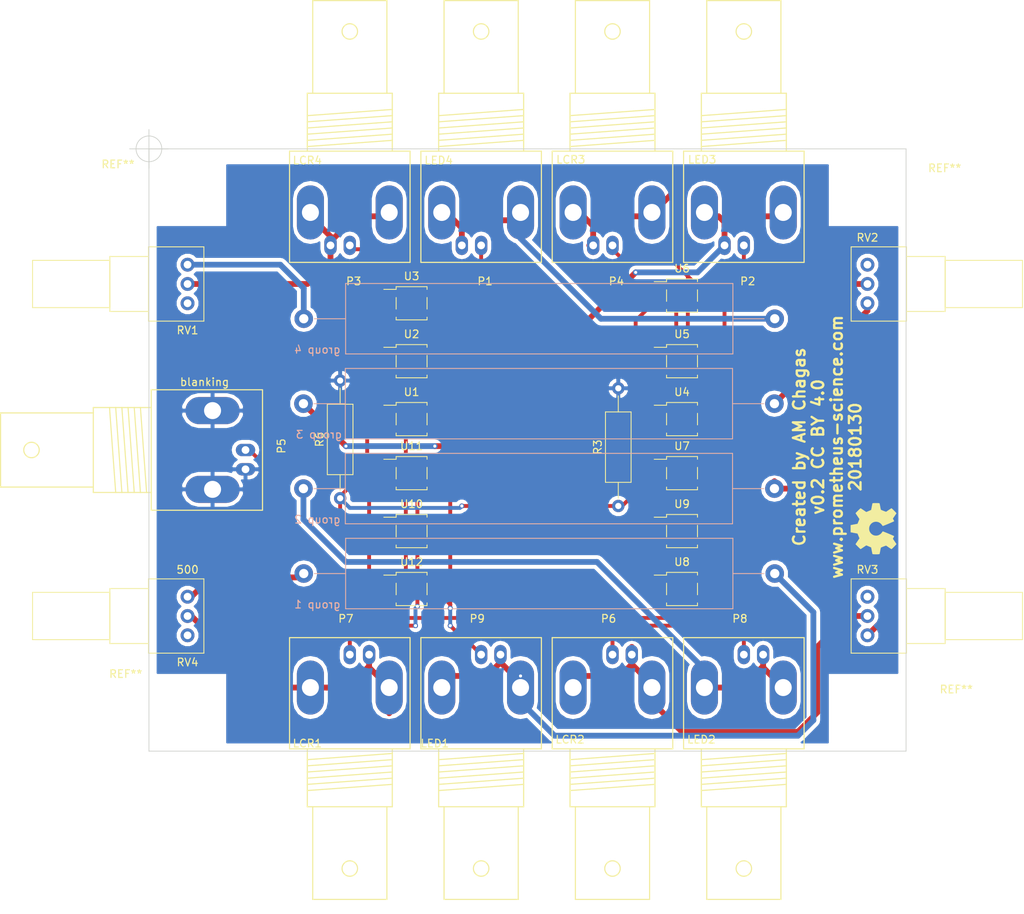
<source format=kicad_pcb>
(kicad_pcb (version 4) (host pcbnew 4.0.2-stable)

  (general
    (links 81)
    (no_connects 0)
    (area 40.500001 -33.85 209.285715 169.200001)
    (thickness 1.6)
    (drawings 18)
    (tracks 345)
    (zones 0)
    (modules 36)
    (nets 24)
  )

  (page A4)
  (layers
    (0 F.Cu signal)
    (31 B.Cu signal)
    (32 B.Adhes user)
    (33 F.Adhes user)
    (34 B.Paste user)
    (35 F.Paste user)
    (36 B.SilkS user)
    (37 F.SilkS user)
    (38 B.Mask user)
    (39 F.Mask user)
    (40 Dwgs.User user)
    (41 Cmts.User user)
    (42 Eco1.User user)
    (43 Eco2.User user hide)
    (44 Edge.Cuts user)
    (45 Margin user)
    (46 B.CrtYd user)
    (47 F.CrtYd user)
    (48 B.Fab user)
    (49 F.Fab user)
  )

  (setup
    (last_trace_width 0.75)
    (trace_clearance 0.45)
    (zone_clearance 0.508)
    (zone_45_only yes)
    (trace_min 0.2)
    (segment_width 0.2)
    (edge_width 0.1)
    (via_size 0.7)
    (via_drill 0.4)
    (via_min_size 0.4)
    (via_min_drill 0.3)
    (uvia_size 0.3)
    (uvia_drill 0.1)
    (uvias_allowed no)
    (uvia_min_size 0.2)
    (uvia_min_drill 0.1)
    (pcb_text_width 0.3)
    (pcb_text_size 1.5 1.5)
    (mod_edge_width 0.15)
    (mod_text_size 1 1)
    (mod_text_width 0.15)
    (pad_size 1.5 1.5)
    (pad_drill 0.6)
    (pad_to_mask_clearance 0)
    (aux_axis_origin 73 113)
    (visible_elements 7FFFFFFF)
    (pcbplotparams
      (layerselection 0x3ffff_80000001)
      (usegerberextensions false)
      (excludeedgelayer true)
      (linewidth 0.100000)
      (plotframeref false)
      (viasonmask false)
      (mode 1)
      (useauxorigin false)
      (hpglpennumber 1)
      (hpglpenspeed 20)
      (hpglpendiameter 15)
      (hpglpenoverlay 2)
      (psnegative false)
      (psa4output false)
      (plotreference true)
      (plotvalue true)
      (plotinvisibletext false)
      (padsonsilk false)
      (subtractmaskfromsilk false)
      (outputformat 1)
      (mirror false)
      (drillshape 0)
      (scaleselection 1)
      (outputdirectory gerber/))
  )

  (net 0 "")
  (net 1 "Net-(P1-Pad2)")
  (net 2 "Net-(P1-Pad1)")
  (net 3 "Net-(P2-Pad2)")
  (net 4 "Net-(P2-Pad1)")
  (net 5 "Net-(P3-Pad2)")
  (net 6 "Net-(P3-Pad1)")
  (net 7 "Net-(P4-Pad2)")
  (net 8 "Net-(P4-Pad1)")
  (net 9 GND)
  (net 10 "Net-(P5-Pad1)")
  (net 11 "Net-(P6-Pad2)")
  (net 12 "Net-(P6-Pad1)")
  (net 13 "Net-(P7-Pad2)")
  (net 14 "Net-(P7-Pad1)")
  (net 15 "Net-(P8-Pad2)")
  (net 16 "Net-(P8-Pad1)")
  (net 17 "Net-(P9-Pad2)")
  (net 18 "Net-(P9-Pad1)")
  (net 19 "Net-(R1-Pad2)")
  (net 20 "Net-(R2-Pad2)")
  (net 21 "Net-(R3-Pad1)")
  (net 22 "Net-(R4-Pad2)")
  (net 23 "Net-(R5-Pad2)")

  (net_class Default "This is the default net class."
    (clearance 0.45)
    (trace_width 0.75)
    (via_dia 0.7)
    (via_drill 0.4)
    (uvia_dia 0.3)
    (uvia_drill 0.1)
    (add_net "Net-(P1-Pad2)")
    (add_net "Net-(P2-Pad2)")
    (add_net "Net-(P3-Pad2)")
    (add_net "Net-(P4-Pad2)")
    (add_net "Net-(P6-Pad2)")
    (add_net "Net-(P7-Pad2)")
    (add_net "Net-(P8-Pad2)")
    (add_net "Net-(P9-Pad2)")
    (add_net "Net-(R1-Pad2)")
    (add_net "Net-(R2-Pad2)")
    (add_net "Net-(R4-Pad2)")
    (add_net "Net-(R5-Pad2)")
  )

  (net_class half ""
    (clearance 0.3)
    (trace_width 0.5)
    (via_dia 0.65)
    (via_drill 0.4)
    (uvia_dia 0.3)
    (uvia_drill 0.1)
    (add_net GND)
    (add_net "Net-(P1-Pad1)")
    (add_net "Net-(P2-Pad1)")
    (add_net "Net-(P3-Pad1)")
    (add_net "Net-(P4-Pad1)")
    (add_net "Net-(P5-Pad1)")
    (add_net "Net-(P6-Pad1)")
    (add_net "Net-(P7-Pad1)")
    (add_net "Net-(P8-Pad1)")
    (add_net "Net-(P9-Pad1)")
    (add_net "Net-(R3-Pad1)")
  )

  (module Resistors_ThroughHole:R_Axial_Power_L50.0mm_W9.0mm_P60.96mm (layer B.Cu) (tedit 5A705FB7) (tstamp 5A58D757)
    (at 93 68)
    (descr "Resistor, Axial_Power series, Axial, Horizontal, pin pitch=60.96mm, 11W, length*diameter=50*9mm^2, http://cdn-reichelt.de/documents/datenblatt/B400/5WAXIAL_9WAXIAL_11WAXIAL_17WAXIAL%23YAG.pdf")
    (tags "Resistor Axial_Power series Axial Horizontal pin pitch 60.96mm 11W length 50mm diameter 9mm")
    (path /5A5757B7)
    (fp_text reference "group 3" (at 2 4) (layer B.SilkS)
      (effects (font (size 1 1) (thickness 0.15)) (justify mirror))
    )
    (fp_text value 10 (at 30.48 -5.56) (layer B.Fab)
      (effects (font (size 1 1) (thickness 0.15)) (justify mirror))
    )
    (fp_line (start 5.48 4.5) (end 5.48 -4.5) (layer B.Fab) (width 0.1))
    (fp_line (start 5.48 -4.5) (end 55.48 -4.5) (layer B.Fab) (width 0.1))
    (fp_line (start 55.48 -4.5) (end 55.48 4.5) (layer B.Fab) (width 0.1))
    (fp_line (start 55.48 4.5) (end 5.48 4.5) (layer B.Fab) (width 0.1))
    (fp_line (start 0 0) (end 5.48 0) (layer B.Fab) (width 0.1))
    (fp_line (start 60.96 0) (end 55.48 0) (layer B.Fab) (width 0.1))
    (fp_line (start 5.42 4.56) (end 5.42 -4.56) (layer B.SilkS) (width 0.12))
    (fp_line (start 5.42 -4.56) (end 55.54 -4.56) (layer B.SilkS) (width 0.12))
    (fp_line (start 55.54 -4.56) (end 55.54 4.56) (layer B.SilkS) (width 0.12))
    (fp_line (start 55.54 4.56) (end 5.42 4.56) (layer B.SilkS) (width 0.12))
    (fp_line (start 1.38 0) (end 5.42 0) (layer B.SilkS) (width 0.12))
    (fp_line (start 59.58 0) (end 55.54 0) (layer B.SilkS) (width 0.12))
    (fp_line (start -1.45 4.85) (end -1.45 -4.85) (layer B.CrtYd) (width 0.05))
    (fp_line (start -1.45 -4.85) (end 62.45 -4.85) (layer B.CrtYd) (width 0.05))
    (fp_line (start 62.45 -4.85) (end 62.45 4.85) (layer B.CrtYd) (width 0.05))
    (fp_line (start 62.45 4.85) (end -1.45 4.85) (layer B.CrtYd) (width 0.05))
    (pad 1 thru_hole circle (at 0 0) (size 2.4 2.4) (drill 1.2) (layers *.Cu *.Mask)
      (net 3 "Net-(P2-Pad2)"))
    (pad 2 thru_hole oval (at 60.96 0) (size 2.4 2.4) (drill 1.2) (layers *.Cu *.Mask)
      (net 20 "Net-(R2-Pad2)"))
    (model ${KISYS3DMOD}/Resistors_THT.3dshapes/R_Axial_Power_L50.0mm_W9.0mm_P60.96mm.wrl
      (at (xyz 0 0 0))
      (scale (xyz 0.393701 0.393701 0.393701))
      (rotate (xyz 0 0 0))
    )
  )

  (module Sockets_BNC:BNC_Socket_TYCO-AMP_LargePads (layer F.Cu) (tedit 5A705EB8) (tstamp 5A58D70B)
    (at 116 42.5)
    (descr "BNC Socket TYCO AMP")
    (tags "BNC Socket TYCO AMP")
    (path /5A575BDF)
    (fp_text reference P1 (at 0.508 9.652) (layer F.SilkS)
      (effects (font (size 1 1) (thickness 0.15)))
    )
    (fp_text value LED4 (at -5.5 -6) (layer F.SilkS)
      (effects (font (size 1 1) (thickness 0.15)))
    )
    (fp_line (start -5.4991 -11.80084) (end 5.4991 -12.60094) (layer F.SilkS) (width 0.15))
    (fp_line (start -5.4991 -11.00074) (end 5.4991 -11.80084) (layer F.SilkS) (width 0.15))
    (fp_line (start -5.4991 -10.20064) (end 5.4991 -11.00074) (layer F.SilkS) (width 0.15))
    (fp_line (start -5.4991 -9.40054) (end 5.4991 -10.20064) (layer F.SilkS) (width 0.15))
    (fp_line (start -5.4991 -8.60044) (end 5.4991 -9.40054) (layer F.SilkS) (width 0.15))
    (fp_line (start -5.4991 -7.80034) (end 5.4991 -8.60044) (layer F.SilkS) (width 0.15))
    (fp_circle (center 0 -22.69998) (end 1.00076 -22.69998) (layer F.SilkS) (width 0.15))
    (fp_line (start 4.8006 -14.69898) (end 4.8006 -26.70048) (layer F.SilkS) (width 0.15))
    (fp_line (start 4.8006 -26.70048) (end -4.8006 -26.70048) (layer F.SilkS) (width 0.15))
    (fp_line (start -4.8006 -26.70048) (end -4.8006 -14.69898) (layer F.SilkS) (width 0.15))
    (fp_line (start 5.4991 -7.2009) (end 5.4991 -14.69898) (layer F.SilkS) (width 0.15))
    (fp_line (start 5.4991 -14.69898) (end -5.4991 -14.69898) (layer F.SilkS) (width 0.15))
    (fp_line (start -5.4991 -14.69898) (end -5.4991 -7.2009) (layer F.SilkS) (width 0.15))
    (fp_line (start -7.80034 7.2009) (end 7.80034 7.2009) (layer F.SilkS) (width 0.15))
    (fp_line (start 7.80034 7.2009) (end 7.80034 -7.2009) (layer F.SilkS) (width 0.15))
    (fp_line (start 7.80034 -7.2009) (end -7.80034 -7.2009) (layer F.SilkS) (width 0.15))
    (fp_line (start -7.80034 -7.2009) (end -7.80034 7.2009) (layer F.SilkS) (width 0.15))
    (pad 2 thru_hole oval (at -5.09778 0.7366) (size 3.50012 7.00024) (drill 2.19964) (layers *.Cu *.Mask)
      (net 1 "Net-(P1-Pad2)"))
    (pad 2 thru_hole oval (at 5.10032 0.7366) (size 3.50012 7.00024) (drill 2.19964) (layers *.Cu *.Mask)
      (net 1 "Net-(P1-Pad2)"))
    (pad 1 thru_hole oval (at 0 5.00126) (size 1.6002 2.49936) (drill 1.00076) (layers *.Cu *.Mask)
      (net 2 "Net-(P1-Pad1)"))
    (pad 2 thru_hole oval (at -2.49936 5.00126) (size 1.6002 2.49936) (drill 1.00076) (layers *.Cu *.Mask)
      (net 1 "Net-(P1-Pad2)"))
    (model Sockets_BNC.3dshapes/BNC_Socket_TYCO-AMP_LargePads.wrl
      (at (xyz 0 0 0))
      (scale (xyz 0.3937 0.3937 0.3937))
      (rotate (xyz 0 0 0))
    )
  )

  (module Sockets_BNC:BNC_Socket_TYCO-AMP_LargePads (layer F.Cu) (tedit 5A705ED3) (tstamp 5A58D713)
    (at 150 42.5)
    (descr "BNC Socket TYCO AMP")
    (tags "BNC Socket TYCO AMP")
    (path /5A5757B1)
    (fp_text reference P2 (at 0.508 9.652) (layer F.SilkS)
      (effects (font (size 1 1) (thickness 0.15)))
    )
    (fp_text value LED3 (at -5.4 -6.1) (layer F.SilkS)
      (effects (font (size 1 1) (thickness 0.15)))
    )
    (fp_line (start -5.4991 -11.80084) (end 5.4991 -12.60094) (layer F.SilkS) (width 0.15))
    (fp_line (start -5.4991 -11.00074) (end 5.4991 -11.80084) (layer F.SilkS) (width 0.15))
    (fp_line (start -5.4991 -10.20064) (end 5.4991 -11.00074) (layer F.SilkS) (width 0.15))
    (fp_line (start -5.4991 -9.40054) (end 5.4991 -10.20064) (layer F.SilkS) (width 0.15))
    (fp_line (start -5.4991 -8.60044) (end 5.4991 -9.40054) (layer F.SilkS) (width 0.15))
    (fp_line (start -5.4991 -7.80034) (end 5.4991 -8.60044) (layer F.SilkS) (width 0.15))
    (fp_circle (center 0 -22.69998) (end 1.00076 -22.69998) (layer F.SilkS) (width 0.15))
    (fp_line (start 4.8006 -14.69898) (end 4.8006 -26.70048) (layer F.SilkS) (width 0.15))
    (fp_line (start 4.8006 -26.70048) (end -4.8006 -26.70048) (layer F.SilkS) (width 0.15))
    (fp_line (start -4.8006 -26.70048) (end -4.8006 -14.69898) (layer F.SilkS) (width 0.15))
    (fp_line (start 5.4991 -7.2009) (end 5.4991 -14.69898) (layer F.SilkS) (width 0.15))
    (fp_line (start 5.4991 -14.69898) (end -5.4991 -14.69898) (layer F.SilkS) (width 0.15))
    (fp_line (start -5.4991 -14.69898) (end -5.4991 -7.2009) (layer F.SilkS) (width 0.15))
    (fp_line (start -7.80034 7.2009) (end 7.80034 7.2009) (layer F.SilkS) (width 0.15))
    (fp_line (start 7.80034 7.2009) (end 7.80034 -7.2009) (layer F.SilkS) (width 0.15))
    (fp_line (start 7.80034 -7.2009) (end -7.80034 -7.2009) (layer F.SilkS) (width 0.15))
    (fp_line (start -7.80034 -7.2009) (end -7.80034 7.2009) (layer F.SilkS) (width 0.15))
    (pad 2 thru_hole oval (at -5.09778 0.7366) (size 3.50012 7.00024) (drill 2.19964) (layers *.Cu *.Mask)
      (net 3 "Net-(P2-Pad2)"))
    (pad 2 thru_hole oval (at 5.10032 0.7366) (size 3.50012 7.00024) (drill 2.19964) (layers *.Cu *.Mask)
      (net 3 "Net-(P2-Pad2)"))
    (pad 1 thru_hole oval (at 0 5.00126) (size 1.6002 2.49936) (drill 1.00076) (layers *.Cu *.Mask)
      (net 4 "Net-(P2-Pad1)"))
    (pad 2 thru_hole oval (at -2.49936 5.00126) (size 1.6002 2.49936) (drill 1.00076) (layers *.Cu *.Mask)
      (net 3 "Net-(P2-Pad2)"))
    (model Sockets_BNC.3dshapes/BNC_Socket_TYCO-AMP_LargePads.wrl
      (at (xyz 0 0 0))
      (scale (xyz 0.3937 0.3937 0.3937))
      (rotate (xyz 0 0 0))
    )
  )

  (module Sockets_BNC:BNC_Socket_TYCO-AMP_LargePads (layer F.Cu) (tedit 5A705EAD) (tstamp 5A58D71B)
    (at 99 42.5)
    (descr "BNC Socket TYCO AMP")
    (tags "BNC Socket TYCO AMP")
    (path /5A575BF1)
    (fp_text reference P3 (at 0.508 9.652) (layer F.SilkS)
      (effects (font (size 1 1) (thickness 0.15)))
    )
    (fp_text value LCR4 (at -5.5 -6) (layer F.SilkS)
      (effects (font (size 1 1) (thickness 0.15)))
    )
    (fp_line (start -5.4991 -11.80084) (end 5.4991 -12.60094) (layer F.SilkS) (width 0.15))
    (fp_line (start -5.4991 -11.00074) (end 5.4991 -11.80084) (layer F.SilkS) (width 0.15))
    (fp_line (start -5.4991 -10.20064) (end 5.4991 -11.00074) (layer F.SilkS) (width 0.15))
    (fp_line (start -5.4991 -9.40054) (end 5.4991 -10.20064) (layer F.SilkS) (width 0.15))
    (fp_line (start -5.4991 -8.60044) (end 5.4991 -9.40054) (layer F.SilkS) (width 0.15))
    (fp_line (start -5.4991 -7.80034) (end 5.4991 -8.60044) (layer F.SilkS) (width 0.15))
    (fp_circle (center 0 -22.69998) (end 1.00076 -22.69998) (layer F.SilkS) (width 0.15))
    (fp_line (start 4.8006 -14.69898) (end 4.8006 -26.70048) (layer F.SilkS) (width 0.15))
    (fp_line (start 4.8006 -26.70048) (end -4.8006 -26.70048) (layer F.SilkS) (width 0.15))
    (fp_line (start -4.8006 -26.70048) (end -4.8006 -14.69898) (layer F.SilkS) (width 0.15))
    (fp_line (start 5.4991 -7.2009) (end 5.4991 -14.69898) (layer F.SilkS) (width 0.15))
    (fp_line (start 5.4991 -14.69898) (end -5.4991 -14.69898) (layer F.SilkS) (width 0.15))
    (fp_line (start -5.4991 -14.69898) (end -5.4991 -7.2009) (layer F.SilkS) (width 0.15))
    (fp_line (start -7.80034 7.2009) (end 7.80034 7.2009) (layer F.SilkS) (width 0.15))
    (fp_line (start 7.80034 7.2009) (end 7.80034 -7.2009) (layer F.SilkS) (width 0.15))
    (fp_line (start 7.80034 -7.2009) (end -7.80034 -7.2009) (layer F.SilkS) (width 0.15))
    (fp_line (start -7.80034 -7.2009) (end -7.80034 7.2009) (layer F.SilkS) (width 0.15))
    (pad 2 thru_hole oval (at -5.09778 0.7366) (size 3.50012 7.00024) (drill 2.19964) (layers *.Cu *.Mask)
      (net 5 "Net-(P3-Pad2)"))
    (pad 2 thru_hole oval (at 5.10032 0.7366) (size 3.50012 7.00024) (drill 2.19964) (layers *.Cu *.Mask)
      (net 5 "Net-(P3-Pad2)"))
    (pad 1 thru_hole oval (at 0 5.00126) (size 1.6002 2.49936) (drill 1.00076) (layers *.Cu *.Mask)
      (net 6 "Net-(P3-Pad1)"))
    (pad 2 thru_hole oval (at -2.49936 5.00126) (size 1.6002 2.49936) (drill 1.00076) (layers *.Cu *.Mask)
      (net 5 "Net-(P3-Pad2)"))
    (model Sockets_BNC.3dshapes/BNC_Socket_TYCO-AMP_LargePads.wrl
      (at (xyz 0 0 0))
      (scale (xyz 0.3937 0.3937 0.3937))
      (rotate (xyz 0 0 0))
    )
  )

  (module Sockets_BNC:BNC_Socket_TYCO-AMP_LargePads (layer F.Cu) (tedit 5A705ECA) (tstamp 5A58D723)
    (at 133 42.5)
    (descr "BNC Socket TYCO AMP")
    (tags "BNC Socket TYCO AMP")
    (path /5A5757C3)
    (fp_text reference P4 (at 0.508 9.652) (layer F.SilkS)
      (effects (font (size 1 1) (thickness 0.15)))
    )
    (fp_text value LCR3 (at -5.4 -6.1) (layer F.SilkS)
      (effects (font (size 1 1) (thickness 0.15)))
    )
    (fp_line (start -5.4991 -11.80084) (end 5.4991 -12.60094) (layer F.SilkS) (width 0.15))
    (fp_line (start -5.4991 -11.00074) (end 5.4991 -11.80084) (layer F.SilkS) (width 0.15))
    (fp_line (start -5.4991 -10.20064) (end 5.4991 -11.00074) (layer F.SilkS) (width 0.15))
    (fp_line (start -5.4991 -9.40054) (end 5.4991 -10.20064) (layer F.SilkS) (width 0.15))
    (fp_line (start -5.4991 -8.60044) (end 5.4991 -9.40054) (layer F.SilkS) (width 0.15))
    (fp_line (start -5.4991 -7.80034) (end 5.4991 -8.60044) (layer F.SilkS) (width 0.15))
    (fp_circle (center 0 -22.69998) (end 1.00076 -22.69998) (layer F.SilkS) (width 0.15))
    (fp_line (start 4.8006 -14.69898) (end 4.8006 -26.70048) (layer F.SilkS) (width 0.15))
    (fp_line (start 4.8006 -26.70048) (end -4.8006 -26.70048) (layer F.SilkS) (width 0.15))
    (fp_line (start -4.8006 -26.70048) (end -4.8006 -14.69898) (layer F.SilkS) (width 0.15))
    (fp_line (start 5.4991 -7.2009) (end 5.4991 -14.69898) (layer F.SilkS) (width 0.15))
    (fp_line (start 5.4991 -14.69898) (end -5.4991 -14.69898) (layer F.SilkS) (width 0.15))
    (fp_line (start -5.4991 -14.69898) (end -5.4991 -7.2009) (layer F.SilkS) (width 0.15))
    (fp_line (start -7.80034 7.2009) (end 7.80034 7.2009) (layer F.SilkS) (width 0.15))
    (fp_line (start 7.80034 7.2009) (end 7.80034 -7.2009) (layer F.SilkS) (width 0.15))
    (fp_line (start 7.80034 -7.2009) (end -7.80034 -7.2009) (layer F.SilkS) (width 0.15))
    (fp_line (start -7.80034 -7.2009) (end -7.80034 7.2009) (layer F.SilkS) (width 0.15))
    (pad 2 thru_hole oval (at -5.09778 0.7366) (size 3.50012 7.00024) (drill 2.19964) (layers *.Cu *.Mask)
      (net 7 "Net-(P4-Pad2)"))
    (pad 2 thru_hole oval (at 5.10032 0.7366) (size 3.50012 7.00024) (drill 2.19964) (layers *.Cu *.Mask)
      (net 7 "Net-(P4-Pad2)"))
    (pad 1 thru_hole oval (at 0 5.00126) (size 1.6002 2.49936) (drill 1.00076) (layers *.Cu *.Mask)
      (net 8 "Net-(P4-Pad1)"))
    (pad 2 thru_hole oval (at -2.49936 5.00126) (size 1.6002 2.49936) (drill 1.00076) (layers *.Cu *.Mask)
      (net 7 "Net-(P4-Pad2)"))
    (model Sockets_BNC.3dshapes/BNC_Socket_TYCO-AMP_LargePads.wrl
      (at (xyz 0 0 0))
      (scale (xyz 0.3937 0.3937 0.3937))
      (rotate (xyz 0 0 0))
    )
  )

  (module Sockets_BNC:BNC_Socket_TYCO-AMP_LargePads (layer F.Cu) (tedit 5A705EA5) (tstamp 5A58D72B)
    (at 80.5 74 90)
    (descr "BNC Socket TYCO AMP")
    (tags "BNC Socket TYCO AMP")
    (path /5A43A6B6)
    (fp_text reference P5 (at 0.508 9.652 90) (layer F.SilkS)
      (effects (font (size 1 1) (thickness 0.15)))
    )
    (fp_text value blanking (at 8.8 -0.3 180) (layer F.SilkS)
      (effects (font (size 1 1) (thickness 0.15)))
    )
    (fp_line (start -5.4991 -11.80084) (end 5.4991 -12.60094) (layer F.SilkS) (width 0.15))
    (fp_line (start -5.4991 -11.00074) (end 5.4991 -11.80084) (layer F.SilkS) (width 0.15))
    (fp_line (start -5.4991 -10.20064) (end 5.4991 -11.00074) (layer F.SilkS) (width 0.15))
    (fp_line (start -5.4991 -9.40054) (end 5.4991 -10.20064) (layer F.SilkS) (width 0.15))
    (fp_line (start -5.4991 -8.60044) (end 5.4991 -9.40054) (layer F.SilkS) (width 0.15))
    (fp_line (start -5.4991 -7.80034) (end 5.4991 -8.60044) (layer F.SilkS) (width 0.15))
    (fp_circle (center 0 -22.69998) (end 1.00076 -22.69998) (layer F.SilkS) (width 0.15))
    (fp_line (start 4.8006 -14.69898) (end 4.8006 -26.70048) (layer F.SilkS) (width 0.15))
    (fp_line (start 4.8006 -26.70048) (end -4.8006 -26.70048) (layer F.SilkS) (width 0.15))
    (fp_line (start -4.8006 -26.70048) (end -4.8006 -14.69898) (layer F.SilkS) (width 0.15))
    (fp_line (start 5.4991 -7.2009) (end 5.4991 -14.69898) (layer F.SilkS) (width 0.15))
    (fp_line (start 5.4991 -14.69898) (end -5.4991 -14.69898) (layer F.SilkS) (width 0.15))
    (fp_line (start -5.4991 -14.69898) (end -5.4991 -7.2009) (layer F.SilkS) (width 0.15))
    (fp_line (start -7.80034 7.2009) (end 7.80034 7.2009) (layer F.SilkS) (width 0.15))
    (fp_line (start 7.80034 7.2009) (end 7.80034 -7.2009) (layer F.SilkS) (width 0.15))
    (fp_line (start 7.80034 -7.2009) (end -7.80034 -7.2009) (layer F.SilkS) (width 0.15))
    (fp_line (start -7.80034 -7.2009) (end -7.80034 7.2009) (layer F.SilkS) (width 0.15))
    (pad 2 thru_hole oval (at -5.09778 0.7366 90) (size 3.50012 7.00024) (drill 2.19964) (layers *.Cu *.Mask)
      (net 9 GND))
    (pad 2 thru_hole oval (at 5.10032 0.7366 90) (size 3.50012 7.00024) (drill 2.19964) (layers *.Cu *.Mask)
      (net 9 GND))
    (pad 1 thru_hole oval (at 0 5.00126 90) (size 1.6002 2.49936) (drill 1.00076) (layers *.Cu *.Mask)
      (net 10 "Net-(P5-Pad1)"))
    (pad 2 thru_hole oval (at -2.49936 5.00126 90) (size 1.6002 2.49936) (drill 1.00076) (layers *.Cu *.Mask)
      (net 9 GND))
    (model Sockets_BNC.3dshapes/BNC_Socket_TYCO-AMP_LargePads.wrl
      (at (xyz 0 0 0))
      (scale (xyz 0.3937 0.3937 0.3937))
      (rotate (xyz 0 0 0))
    )
  )

  (module Sockets_BNC:BNC_Socket_TYCO-AMP_LargePads (layer F.Cu) (tedit 5A705EEC) (tstamp 5A58D733)
    (at 133 105.5 180)
    (descr "BNC Socket TYCO AMP")
    (tags "BNC Socket TYCO AMP")
    (path /5A574D83)
    (fp_text reference P6 (at 0.508 9.652 180) (layer F.SilkS)
      (effects (font (size 1 1) (thickness 0.15)))
    )
    (fp_text value LCR2 (at 5.5 -6 180) (layer F.SilkS)
      (effects (font (size 1 1) (thickness 0.15)))
    )
    (fp_line (start -5.4991 -11.80084) (end 5.4991 -12.60094) (layer F.SilkS) (width 0.15))
    (fp_line (start -5.4991 -11.00074) (end 5.4991 -11.80084) (layer F.SilkS) (width 0.15))
    (fp_line (start -5.4991 -10.20064) (end 5.4991 -11.00074) (layer F.SilkS) (width 0.15))
    (fp_line (start -5.4991 -9.40054) (end 5.4991 -10.20064) (layer F.SilkS) (width 0.15))
    (fp_line (start -5.4991 -8.60044) (end 5.4991 -9.40054) (layer F.SilkS) (width 0.15))
    (fp_line (start -5.4991 -7.80034) (end 5.4991 -8.60044) (layer F.SilkS) (width 0.15))
    (fp_circle (center 0 -22.69998) (end 1.00076 -22.69998) (layer F.SilkS) (width 0.15))
    (fp_line (start 4.8006 -14.69898) (end 4.8006 -26.70048) (layer F.SilkS) (width 0.15))
    (fp_line (start 4.8006 -26.70048) (end -4.8006 -26.70048) (layer F.SilkS) (width 0.15))
    (fp_line (start -4.8006 -26.70048) (end -4.8006 -14.69898) (layer F.SilkS) (width 0.15))
    (fp_line (start 5.4991 -7.2009) (end 5.4991 -14.69898) (layer F.SilkS) (width 0.15))
    (fp_line (start 5.4991 -14.69898) (end -5.4991 -14.69898) (layer F.SilkS) (width 0.15))
    (fp_line (start -5.4991 -14.69898) (end -5.4991 -7.2009) (layer F.SilkS) (width 0.15))
    (fp_line (start -7.80034 7.2009) (end 7.80034 7.2009) (layer F.SilkS) (width 0.15))
    (fp_line (start 7.80034 7.2009) (end 7.80034 -7.2009) (layer F.SilkS) (width 0.15))
    (fp_line (start 7.80034 -7.2009) (end -7.80034 -7.2009) (layer F.SilkS) (width 0.15))
    (fp_line (start -7.80034 -7.2009) (end -7.80034 7.2009) (layer F.SilkS) (width 0.15))
    (pad 2 thru_hole oval (at -5.09778 0.7366 180) (size 3.50012 7.00024) (drill 2.19964) (layers *.Cu *.Mask)
      (net 11 "Net-(P6-Pad2)"))
    (pad 2 thru_hole oval (at 5.10032 0.7366 180) (size 3.50012 7.00024) (drill 2.19964) (layers *.Cu *.Mask)
      (net 11 "Net-(P6-Pad2)"))
    (pad 1 thru_hole oval (at 0 5.00126 180) (size 1.6002 2.49936) (drill 1.00076) (layers *.Cu *.Mask)
      (net 12 "Net-(P6-Pad1)"))
    (pad 2 thru_hole oval (at -2.49936 5.00126 180) (size 1.6002 2.49936) (drill 1.00076) (layers *.Cu *.Mask)
      (net 11 "Net-(P6-Pad2)"))
    (model Sockets_BNC.3dshapes/BNC_Socket_TYCO-AMP_LargePads.wrl
      (at (xyz 0 0 0))
      (scale (xyz 0.3937 0.3937 0.3937))
      (rotate (xyz 0 0 0))
    )
  )

  (module Sockets_BNC:BNC_Socket_TYCO-AMP_LargePads (layer F.Cu) (tedit 5A705F23) (tstamp 5A58D73B)
    (at 99 105.5 180)
    (descr "BNC Socket TYCO AMP")
    (tags "BNC Socket TYCO AMP")
    (path /5A54BE97)
    (fp_text reference P7 (at 0.508 9.652 180) (layer F.SilkS)
      (effects (font (size 1 1) (thickness 0.15)))
    )
    (fp_text value LCR1 (at 5.5 -6.5 180) (layer F.SilkS)
      (effects (font (size 1 1) (thickness 0.15)))
    )
    (fp_line (start -5.4991 -11.80084) (end 5.4991 -12.60094) (layer F.SilkS) (width 0.15))
    (fp_line (start -5.4991 -11.00074) (end 5.4991 -11.80084) (layer F.SilkS) (width 0.15))
    (fp_line (start -5.4991 -10.20064) (end 5.4991 -11.00074) (layer F.SilkS) (width 0.15))
    (fp_line (start -5.4991 -9.40054) (end 5.4991 -10.20064) (layer F.SilkS) (width 0.15))
    (fp_line (start -5.4991 -8.60044) (end 5.4991 -9.40054) (layer F.SilkS) (width 0.15))
    (fp_line (start -5.4991 -7.80034) (end 5.4991 -8.60044) (layer F.SilkS) (width 0.15))
    (fp_circle (center 0 -22.69998) (end 1.00076 -22.69998) (layer F.SilkS) (width 0.15))
    (fp_line (start 4.8006 -14.69898) (end 4.8006 -26.70048) (layer F.SilkS) (width 0.15))
    (fp_line (start 4.8006 -26.70048) (end -4.8006 -26.70048) (layer F.SilkS) (width 0.15))
    (fp_line (start -4.8006 -26.70048) (end -4.8006 -14.69898) (layer F.SilkS) (width 0.15))
    (fp_line (start 5.4991 -7.2009) (end 5.4991 -14.69898) (layer F.SilkS) (width 0.15))
    (fp_line (start 5.4991 -14.69898) (end -5.4991 -14.69898) (layer F.SilkS) (width 0.15))
    (fp_line (start -5.4991 -14.69898) (end -5.4991 -7.2009) (layer F.SilkS) (width 0.15))
    (fp_line (start -7.80034 7.2009) (end 7.80034 7.2009) (layer F.SilkS) (width 0.15))
    (fp_line (start 7.80034 7.2009) (end 7.80034 -7.2009) (layer F.SilkS) (width 0.15))
    (fp_line (start 7.80034 -7.2009) (end -7.80034 -7.2009) (layer F.SilkS) (width 0.15))
    (fp_line (start -7.80034 -7.2009) (end -7.80034 7.2009) (layer F.SilkS) (width 0.15))
    (pad 2 thru_hole oval (at -5.09778 0.7366 180) (size 3.50012 7.00024) (drill 2.19964) (layers *.Cu *.Mask)
      (net 13 "Net-(P7-Pad2)"))
    (pad 2 thru_hole oval (at 5.10032 0.7366 180) (size 3.50012 7.00024) (drill 2.19964) (layers *.Cu *.Mask)
      (net 13 "Net-(P7-Pad2)"))
    (pad 1 thru_hole oval (at 0 5.00126 180) (size 1.6002 2.49936) (drill 1.00076) (layers *.Cu *.Mask)
      (net 14 "Net-(P7-Pad1)"))
    (pad 2 thru_hole oval (at -2.49936 5.00126 180) (size 1.6002 2.49936) (drill 1.00076) (layers *.Cu *.Mask)
      (net 13 "Net-(P7-Pad2)"))
    (model Sockets_BNC.3dshapes/BNC_Socket_TYCO-AMP_LargePads.wrl
      (at (xyz 0 0 0))
      (scale (xyz 0.3937 0.3937 0.3937))
      (rotate (xyz 0 0 0))
    )
  )

  (module Sockets_BNC:BNC_Socket_TYCO-AMP_LargePads (layer F.Cu) (tedit 5A705EE4) (tstamp 5A58D743)
    (at 150 105.5 180)
    (descr "BNC Socket TYCO AMP")
    (tags "BNC Socket TYCO AMP")
    (path /5A574D71)
    (fp_text reference P8 (at 0.508 9.652 180) (layer F.SilkS)
      (effects (font (size 1 1) (thickness 0.15)))
    )
    (fp_text value LED2 (at 5.5 -6 180) (layer F.SilkS)
      (effects (font (size 1 1) (thickness 0.15)))
    )
    (fp_line (start -5.4991 -11.80084) (end 5.4991 -12.60094) (layer F.SilkS) (width 0.15))
    (fp_line (start -5.4991 -11.00074) (end 5.4991 -11.80084) (layer F.SilkS) (width 0.15))
    (fp_line (start -5.4991 -10.20064) (end 5.4991 -11.00074) (layer F.SilkS) (width 0.15))
    (fp_line (start -5.4991 -9.40054) (end 5.4991 -10.20064) (layer F.SilkS) (width 0.15))
    (fp_line (start -5.4991 -8.60044) (end 5.4991 -9.40054) (layer F.SilkS) (width 0.15))
    (fp_line (start -5.4991 -7.80034) (end 5.4991 -8.60044) (layer F.SilkS) (width 0.15))
    (fp_circle (center 0 -22.69998) (end 1.00076 -22.69998) (layer F.SilkS) (width 0.15))
    (fp_line (start 4.8006 -14.69898) (end 4.8006 -26.70048) (layer F.SilkS) (width 0.15))
    (fp_line (start 4.8006 -26.70048) (end -4.8006 -26.70048) (layer F.SilkS) (width 0.15))
    (fp_line (start -4.8006 -26.70048) (end -4.8006 -14.69898) (layer F.SilkS) (width 0.15))
    (fp_line (start 5.4991 -7.2009) (end 5.4991 -14.69898) (layer F.SilkS) (width 0.15))
    (fp_line (start 5.4991 -14.69898) (end -5.4991 -14.69898) (layer F.SilkS) (width 0.15))
    (fp_line (start -5.4991 -14.69898) (end -5.4991 -7.2009) (layer F.SilkS) (width 0.15))
    (fp_line (start -7.80034 7.2009) (end 7.80034 7.2009) (layer F.SilkS) (width 0.15))
    (fp_line (start 7.80034 7.2009) (end 7.80034 -7.2009) (layer F.SilkS) (width 0.15))
    (fp_line (start 7.80034 -7.2009) (end -7.80034 -7.2009) (layer F.SilkS) (width 0.15))
    (fp_line (start -7.80034 -7.2009) (end -7.80034 7.2009) (layer F.SilkS) (width 0.15))
    (pad 2 thru_hole oval (at -5.09778 0.7366 180) (size 3.50012 7.00024) (drill 2.19964) (layers *.Cu *.Mask)
      (net 15 "Net-(P8-Pad2)"))
    (pad 2 thru_hole oval (at 5.10032 0.7366 180) (size 3.50012 7.00024) (drill 2.19964) (layers *.Cu *.Mask)
      (net 15 "Net-(P8-Pad2)"))
    (pad 1 thru_hole oval (at 0 5.00126 180) (size 1.6002 2.49936) (drill 1.00076) (layers *.Cu *.Mask)
      (net 16 "Net-(P8-Pad1)"))
    (pad 2 thru_hole oval (at -2.49936 5.00126 180) (size 1.6002 2.49936) (drill 1.00076) (layers *.Cu *.Mask)
      (net 15 "Net-(P8-Pad2)"))
    (model Sockets_BNC.3dshapes/BNC_Socket_TYCO-AMP_LargePads.wrl
      (at (xyz 0 0 0))
      (scale (xyz 0.3937 0.3937 0.3937))
      (rotate (xyz 0 0 0))
    )
  )

  (module Sockets_BNC:BNC_Socket_TYCO-AMP_LargePads (layer F.Cu) (tedit 5A705EF9) (tstamp 5A58D74B)
    (at 116 105.5 180)
    (descr "BNC Socket TYCO AMP")
    (tags "BNC Socket TYCO AMP")
    (path /5A439781)
    (fp_text reference P9 (at 0.508 9.652 180) (layer F.SilkS)
      (effects (font (size 1 1) (thickness 0.15)))
    )
    (fp_text value LED1 (at 6 -6.5 180) (layer F.SilkS)
      (effects (font (size 1 1) (thickness 0.15)))
    )
    (fp_line (start -5.4991 -11.80084) (end 5.4991 -12.60094) (layer F.SilkS) (width 0.15))
    (fp_line (start -5.4991 -11.00074) (end 5.4991 -11.80084) (layer F.SilkS) (width 0.15))
    (fp_line (start -5.4991 -10.20064) (end 5.4991 -11.00074) (layer F.SilkS) (width 0.15))
    (fp_line (start -5.4991 -9.40054) (end 5.4991 -10.20064) (layer F.SilkS) (width 0.15))
    (fp_line (start -5.4991 -8.60044) (end 5.4991 -9.40054) (layer F.SilkS) (width 0.15))
    (fp_line (start -5.4991 -7.80034) (end 5.4991 -8.60044) (layer F.SilkS) (width 0.15))
    (fp_circle (center 0 -22.69998) (end 1.00076 -22.69998) (layer F.SilkS) (width 0.15))
    (fp_line (start 4.8006 -14.69898) (end 4.8006 -26.70048) (layer F.SilkS) (width 0.15))
    (fp_line (start 4.8006 -26.70048) (end -4.8006 -26.70048) (layer F.SilkS) (width 0.15))
    (fp_line (start -4.8006 -26.70048) (end -4.8006 -14.69898) (layer F.SilkS) (width 0.15))
    (fp_line (start 5.4991 -7.2009) (end 5.4991 -14.69898) (layer F.SilkS) (width 0.15))
    (fp_line (start 5.4991 -14.69898) (end -5.4991 -14.69898) (layer F.SilkS) (width 0.15))
    (fp_line (start -5.4991 -14.69898) (end -5.4991 -7.2009) (layer F.SilkS) (width 0.15))
    (fp_line (start -7.80034 7.2009) (end 7.80034 7.2009) (layer F.SilkS) (width 0.15))
    (fp_line (start 7.80034 7.2009) (end 7.80034 -7.2009) (layer F.SilkS) (width 0.15))
    (fp_line (start 7.80034 -7.2009) (end -7.80034 -7.2009) (layer F.SilkS) (width 0.15))
    (fp_line (start -7.80034 -7.2009) (end -7.80034 7.2009) (layer F.SilkS) (width 0.15))
    (pad 2 thru_hole oval (at -5.09778 0.7366 180) (size 3.50012 7.00024) (drill 2.19964) (layers *.Cu *.Mask)
      (net 17 "Net-(P9-Pad2)"))
    (pad 2 thru_hole oval (at 5.10032 0.7366 180) (size 3.50012 7.00024) (drill 2.19964) (layers *.Cu *.Mask)
      (net 17 "Net-(P9-Pad2)"))
    (pad 1 thru_hole oval (at 0 5.00126 180) (size 1.6002 2.49936) (drill 1.00076) (layers *.Cu *.Mask)
      (net 18 "Net-(P9-Pad1)"))
    (pad 2 thru_hole oval (at -2.49936 5.00126 180) (size 1.6002 2.49936) (drill 1.00076) (layers *.Cu *.Mask)
      (net 17 "Net-(P9-Pad2)"))
    (model Sockets_BNC.3dshapes/BNC_Socket_TYCO-AMP_LargePads.wrl
      (at (xyz 0 0 0))
      (scale (xyz 0.3937 0.3937 0.3937))
      (rotate (xyz 0 0 0))
    )
  )

  (module Resistors_ThroughHole:R_Axial_Power_L50.0mm_W9.0mm_P60.96mm (layer B.Cu) (tedit 5A705F9C) (tstamp 5A58D751)
    (at 154 57 180)
    (descr "Resistor, Axial_Power series, Axial, Horizontal, pin pitch=60.96mm, 11W, length*diameter=50*9mm^2, http://cdn-reichelt.de/documents/datenblatt/B400/5WAXIAL_9WAXIAL_11WAXIAL_17WAXIAL%23YAG.pdf")
    (tags "Resistor Axial_Power series Axial Horizontal pin pitch 60.96mm 11W length 50mm diameter 9mm")
    (path /5A575BE5)
    (fp_text reference "group 4" (at 59.2 -4 180) (layer B.SilkS)
      (effects (font (size 1 1) (thickness 0.15)) (justify mirror))
    )
    (fp_text value 10 (at 30.48 -5.56 180) (layer B.Fab)
      (effects (font (size 1 1) (thickness 0.15)) (justify mirror))
    )
    (fp_line (start 5.48 4.5) (end 5.48 -4.5) (layer B.Fab) (width 0.1))
    (fp_line (start 5.48 -4.5) (end 55.48 -4.5) (layer B.Fab) (width 0.1))
    (fp_line (start 55.48 -4.5) (end 55.48 4.5) (layer B.Fab) (width 0.1))
    (fp_line (start 55.48 4.5) (end 5.48 4.5) (layer B.Fab) (width 0.1))
    (fp_line (start 0 0) (end 5.48 0) (layer B.Fab) (width 0.1))
    (fp_line (start 60.96 0) (end 55.48 0) (layer B.Fab) (width 0.1))
    (fp_line (start 5.42 4.56) (end 5.42 -4.56) (layer B.SilkS) (width 0.12))
    (fp_line (start 5.42 -4.56) (end 55.54 -4.56) (layer B.SilkS) (width 0.12))
    (fp_line (start 55.54 -4.56) (end 55.54 4.56) (layer B.SilkS) (width 0.12))
    (fp_line (start 55.54 4.56) (end 5.42 4.56) (layer B.SilkS) (width 0.12))
    (fp_line (start 1.38 0) (end 5.42 0) (layer B.SilkS) (width 0.12))
    (fp_line (start 59.58 0) (end 55.54 0) (layer B.SilkS) (width 0.12))
    (fp_line (start -1.45 4.85) (end -1.45 -4.85) (layer B.CrtYd) (width 0.05))
    (fp_line (start -1.45 -4.85) (end 62.45 -4.85) (layer B.CrtYd) (width 0.05))
    (fp_line (start 62.45 -4.85) (end 62.45 4.85) (layer B.CrtYd) (width 0.05))
    (fp_line (start 62.45 4.85) (end -1.45 4.85) (layer B.CrtYd) (width 0.05))
    (pad 1 thru_hole circle (at 0 0 180) (size 2.4 2.4) (drill 1.2) (layers *.Cu *.Mask)
      (net 1 "Net-(P1-Pad2)"))
    (pad 2 thru_hole oval (at 60.96 0 180) (size 2.4 2.4) (drill 1.2) (layers *.Cu *.Mask)
      (net 19 "Net-(R1-Pad2)"))
    (model ${KISYS3DMOD}/Resistors_THT.3dshapes/R_Axial_Power_L50.0mm_W9.0mm_P60.96mm.wrl
      (at (xyz 0 0 0))
      (scale (xyz 0.393701 0.393701 0.393701))
      (rotate (xyz 0 0 0))
    )
  )

  (module Resistors_ThroughHole:R_Axial_DIN0309_L9.0mm_D3.2mm_P15.24mm_Horizontal (layer F.Cu) (tedit 5874F706) (tstamp 5A58D75D)
    (at 133.75 81.25 90)
    (descr "Resistor, Axial_DIN0309 series, Axial, Horizontal, pin pitch=15.24mm, 0.5W = 1/2W, length*diameter=9*3.2mm^2, http://cdn-reichelt.de/documents/datenblatt/B400/1_4W%23YAG.pdf")
    (tags "Resistor Axial_DIN0309 series Axial Horizontal pin pitch 15.24mm 0.5W = 1/2W length 9mm diameter 3.2mm")
    (path /5A43A69A)
    (fp_text reference R3 (at 7.62 -2.66 90) (layer F.SilkS)
      (effects (font (size 1 1) (thickness 0.15)))
    )
    (fp_text value 270 (at 7.62 2.66 90) (layer F.Fab)
      (effects (font (size 1 1) (thickness 0.15)))
    )
    (fp_line (start 3.12 -1.6) (end 3.12 1.6) (layer F.Fab) (width 0.1))
    (fp_line (start 3.12 1.6) (end 12.12 1.6) (layer F.Fab) (width 0.1))
    (fp_line (start 12.12 1.6) (end 12.12 -1.6) (layer F.Fab) (width 0.1))
    (fp_line (start 12.12 -1.6) (end 3.12 -1.6) (layer F.Fab) (width 0.1))
    (fp_line (start 0 0) (end 3.12 0) (layer F.Fab) (width 0.1))
    (fp_line (start 15.24 0) (end 12.12 0) (layer F.Fab) (width 0.1))
    (fp_line (start 3.06 -1.66) (end 3.06 1.66) (layer F.SilkS) (width 0.12))
    (fp_line (start 3.06 1.66) (end 12.18 1.66) (layer F.SilkS) (width 0.12))
    (fp_line (start 12.18 1.66) (end 12.18 -1.66) (layer F.SilkS) (width 0.12))
    (fp_line (start 12.18 -1.66) (end 3.06 -1.66) (layer F.SilkS) (width 0.12))
    (fp_line (start 0.98 0) (end 3.06 0) (layer F.SilkS) (width 0.12))
    (fp_line (start 14.26 0) (end 12.18 0) (layer F.SilkS) (width 0.12))
    (fp_line (start -1.05 -1.95) (end -1.05 1.95) (layer F.CrtYd) (width 0.05))
    (fp_line (start -1.05 1.95) (end 16.3 1.95) (layer F.CrtYd) (width 0.05))
    (fp_line (start 16.3 1.95) (end 16.3 -1.95) (layer F.CrtYd) (width 0.05))
    (fp_line (start 16.3 -1.95) (end -1.05 -1.95) (layer F.CrtYd) (width 0.05))
    (pad 1 thru_hole circle (at 0 0 90) (size 1.6 1.6) (drill 0.8) (layers *.Cu *.Mask)
      (net 21 "Net-(R3-Pad1)"))
    (pad 2 thru_hole oval (at 15.24 0 90) (size 1.6 1.6) (drill 0.8) (layers *.Cu *.Mask)
      (net 9 GND))
    (model ${KISYS3DMOD}/Resistors_THT.3dshapes/R_Axial_DIN0309_L9.0mm_D3.2mm_P15.24mm_Horizontal.wrl
      (at (xyz 0 0 0))
      (scale (xyz 0.393701 0.393701 0.393701))
      (rotate (xyz 0 0 0))
    )
  )

  (module Resistors_ThroughHole:R_Axial_Power_L50.0mm_W9.0mm_P60.96mm (layer B.Cu) (tedit 5A705FC9) (tstamp 5A58D763)
    (at 93 79)
    (descr "Resistor, Axial_Power series, Axial, Horizontal, pin pitch=60.96mm, 11W, length*diameter=50*9mm^2, http://cdn-reichelt.de/documents/datenblatt/B400/5WAXIAL_9WAXIAL_11WAXIAL_17WAXIAL%23YAG.pdf")
    (tags "Resistor Axial_Power series Axial Horizontal pin pitch 60.96mm 11W length 50mm diameter 9mm")
    (path /5A574D77)
    (fp_text reference "group 2" (at 1.8 4) (layer B.SilkS)
      (effects (font (size 1 1) (thickness 0.15)) (justify mirror))
    )
    (fp_text value 10 (at -0.2 -4) (layer B.Fab)
      (effects (font (size 1 1) (thickness 0.15)) (justify mirror))
    )
    (fp_line (start 5.48 4.5) (end 5.48 -4.5) (layer B.Fab) (width 0.1))
    (fp_line (start 5.48 -4.5) (end 55.48 -4.5) (layer B.Fab) (width 0.1))
    (fp_line (start 55.48 -4.5) (end 55.48 4.5) (layer B.Fab) (width 0.1))
    (fp_line (start 55.48 4.5) (end 5.48 4.5) (layer B.Fab) (width 0.1))
    (fp_line (start 0 0) (end 5.48 0) (layer B.Fab) (width 0.1))
    (fp_line (start 60.96 0) (end 55.48 0) (layer B.Fab) (width 0.1))
    (fp_line (start 5.42 4.56) (end 5.42 -4.56) (layer B.SilkS) (width 0.12))
    (fp_line (start 5.42 -4.56) (end 55.54 -4.56) (layer B.SilkS) (width 0.12))
    (fp_line (start 55.54 -4.56) (end 55.54 4.56) (layer B.SilkS) (width 0.12))
    (fp_line (start 55.54 4.56) (end 5.42 4.56) (layer B.SilkS) (width 0.12))
    (fp_line (start 1.38 0) (end 5.42 0) (layer B.SilkS) (width 0.12))
    (fp_line (start 59.58 0) (end 55.54 0) (layer B.SilkS) (width 0.12))
    (fp_line (start -1.45 4.85) (end -1.45 -4.85) (layer B.CrtYd) (width 0.05))
    (fp_line (start -1.45 -4.85) (end 62.45 -4.85) (layer B.CrtYd) (width 0.05))
    (fp_line (start 62.45 -4.85) (end 62.45 4.85) (layer B.CrtYd) (width 0.05))
    (fp_line (start 62.45 4.85) (end -1.45 4.85) (layer B.CrtYd) (width 0.05))
    (pad 1 thru_hole circle (at 0 0) (size 2.4 2.4) (drill 1.2) (layers *.Cu *.Mask)
      (net 15 "Net-(P8-Pad2)"))
    (pad 2 thru_hole oval (at 60.96 0) (size 2.4 2.4) (drill 1.2) (layers *.Cu *.Mask)
      (net 22 "Net-(R4-Pad2)"))
    (model ${KISYS3DMOD}/Resistors_THT.3dshapes/R_Axial_Power_L50.0mm_W9.0mm_P60.96mm.wrl
      (at (xyz 0 0 0))
      (scale (xyz 0.393701 0.393701 0.393701))
      (rotate (xyz 0 0 0))
    )
  )

  (module Resistors_ThroughHole:R_Axial_Power_L50.0mm_W9.0mm_P60.96mm (layer B.Cu) (tedit 5A705FDE) (tstamp 5A58D769)
    (at 154 90 180)
    (descr "Resistor, Axial_Power series, Axial, Horizontal, pin pitch=60.96mm, 11W, length*diameter=50*9mm^2, http://cdn-reichelt.de/documents/datenblatt/B400/5WAXIAL_9WAXIAL_11WAXIAL_17WAXIAL%23YAG.pdf")
    (tags "Resistor Axial_Power series Axial Horizontal pin pitch 60.96mm 11W length 50mm diameter 9mm")
    (path /5A54BBD2)
    (fp_text reference "group 1" (at 59.2 -4 180) (layer B.SilkS)
      (effects (font (size 1 1) (thickness 0.15)) (justify mirror))
    )
    (fp_text value 10 (at 30.48 -5.56 180) (layer B.Fab)
      (effects (font (size 1 1) (thickness 0.15)) (justify mirror))
    )
    (fp_line (start 5.48 4.5) (end 5.48 -4.5) (layer B.Fab) (width 0.1))
    (fp_line (start 5.48 -4.5) (end 55.48 -4.5) (layer B.Fab) (width 0.1))
    (fp_line (start 55.48 -4.5) (end 55.48 4.5) (layer B.Fab) (width 0.1))
    (fp_line (start 55.48 4.5) (end 5.48 4.5) (layer B.Fab) (width 0.1))
    (fp_line (start 0 0) (end 5.48 0) (layer B.Fab) (width 0.1))
    (fp_line (start 60.96 0) (end 55.48 0) (layer B.Fab) (width 0.1))
    (fp_line (start 5.42 4.56) (end 5.42 -4.56) (layer B.SilkS) (width 0.12))
    (fp_line (start 5.42 -4.56) (end 55.54 -4.56) (layer B.SilkS) (width 0.12))
    (fp_line (start 55.54 -4.56) (end 55.54 4.56) (layer B.SilkS) (width 0.12))
    (fp_line (start 55.54 4.56) (end 5.42 4.56) (layer B.SilkS) (width 0.12))
    (fp_line (start 1.38 0) (end 5.42 0) (layer B.SilkS) (width 0.12))
    (fp_line (start 59.58 0) (end 55.54 0) (layer B.SilkS) (width 0.12))
    (fp_line (start -1.45 4.85) (end -1.45 -4.85) (layer B.CrtYd) (width 0.05))
    (fp_line (start -1.45 -4.85) (end 62.45 -4.85) (layer B.CrtYd) (width 0.05))
    (fp_line (start 62.45 -4.85) (end 62.45 4.85) (layer B.CrtYd) (width 0.05))
    (fp_line (start 62.45 4.85) (end -1.45 4.85) (layer B.CrtYd) (width 0.05))
    (pad 1 thru_hole circle (at 0 0 180) (size 2.4 2.4) (drill 1.2) (layers *.Cu *.Mask)
      (net 17 "Net-(P9-Pad2)"))
    (pad 2 thru_hole oval (at 60.96 0 180) (size 2.4 2.4) (drill 1.2) (layers *.Cu *.Mask)
      (net 23 "Net-(R5-Pad2)"))
    (model ${KISYS3DMOD}/Resistors_THT.3dshapes/R_Axial_Power_L50.0mm_W9.0mm_P60.96mm.wrl
      (at (xyz 0 0 0))
      (scale (xyz 0.393701 0.393701 0.393701))
      (rotate (xyz 0 0 0))
    )
  )

  (module Housings_SSOP:SOP-4_3.8x4.1mm_Pitch2.54mm (layer F.Cu) (tedit 59597039) (tstamp 5A58D78D)
    (at 107 70)
    (descr "Specialized footprint for IXYS CPC1017N solid state relay similar to SO-4 http://www.ixysic.com/home/pdfs.nsf/www/CPC1017N.pdf/$file/CPC1017N.pdf")
    (tags "SO SOIC 2.54")
    (path /5A575BCD)
    (attr smd)
    (fp_text reference U1 (at 0 -3.5) (layer F.SilkS)
      (effects (font (size 1 1) (thickness 0.15)))
    )
    (fp_text value TLP291 (at 0 3.5) (layer F.Fab)
      (effects (font (size 1 1) (thickness 0.15)))
    )
    (fp_line (start -0.905 -2.0445) (end 1.905 -2.0445) (layer F.Fab) (width 0.1))
    (fp_text user %R (at 0 0) (layer F.Fab)
      (effects (font (size 0.8 0.8) (thickness 0.12)))
    )
    (fp_line (start 2 2.15) (end 2 1.8) (layer F.SilkS) (width 0.12))
    (fp_line (start -2 2.15) (end 2 2.15) (layer F.SilkS) (width 0.12))
    (fp_line (start -2 1.8) (end -2 2.15) (layer F.SilkS) (width 0.12))
    (fp_line (start -2 -1.8) (end -3.6 -1.8) (layer F.SilkS) (width 0.12))
    (fp_line (start 2 -2.15) (end 2 -1.8) (layer F.SilkS) (width 0.12))
    (fp_line (start -2 -2.15) (end 2 -2.15) (layer F.SilkS) (width 0.12))
    (fp_line (start -2 -1.8) (end -2 -2.15) (layer F.SilkS) (width 0.12))
    (fp_line (start -3.73 -2.3) (end 3.73 -2.3) (layer F.CrtYd) (width 0.05))
    (fp_line (start -3.73 2.3) (end -3.73 -2.3) (layer F.CrtYd) (width 0.05))
    (fp_line (start 3.73 2.3) (end -3.73 2.3) (layer F.CrtYd) (width 0.05))
    (fp_line (start 3.73 -2.3) (end 3.73 2.3) (layer F.CrtYd) (width 0.05))
    (fp_line (start -1.905 2.0445) (end 1.905 2.0445) (layer F.Fab) (width 0.1))
    (fp_line (start 1.905 2.0445) (end 1.905 -2.0445) (layer F.Fab) (width 0.1))
    (fp_line (start -1.905 2.0445) (end -1.905 -1.0445) (layer F.Fab) (width 0.1))
    (fp_line (start -2 0.75) (end -2 -0.75) (layer F.SilkS) (width 0.12))
    (fp_line (start 2 0.75) (end 2 -0.75) (layer F.SilkS) (width 0.12))
    (fp_line (start -1.905 -1.0445) (end -0.905 -2.0445) (layer F.Fab) (width 0.1))
    (pad 1 smd rect (at -2.75 -1.27) (size 1.45 0.55) (layers F.Cu F.Paste F.Mask)
      (net 10 "Net-(P5-Pad1)"))
    (pad 2 smd rect (at -2.75 1.27) (size 1.45 0.55) (layers F.Cu F.Paste F.Mask)
      (net 21 "Net-(R3-Pad1)"))
    (pad 3 smd rect (at 2.75 1.27) (size 1.45 0.55) (layers F.Cu F.Paste F.Mask)
      (net 2 "Net-(P1-Pad1)"))
    (pad 4 smd rect (at 2.75 -1.27) (size 1.45 0.55) (layers F.Cu F.Paste F.Mask)
      (net 6 "Net-(P3-Pad1)"))
    (model ${KISYS3DMOD}/Housings_SSOP.3dshapes/SOP-4_3.8x4.1mm_Pitch2.54mm.wrl
      (at (xyz 0 0 0))
      (scale (xyz 1 1 1))
      (rotate (xyz 0 0 0))
    )
  )

  (module Housings_SSOP:SOP-4_3.8x4.1mm_Pitch2.54mm (layer F.Cu) (tedit 59597039) (tstamp 5A58D795)
    (at 107 62.5)
    (descr "Specialized footprint for IXYS CPC1017N solid state relay similar to SO-4 http://www.ixysic.com/home/pdfs.nsf/www/CPC1017N.pdf/$file/CPC1017N.pdf")
    (tags "SO SOIC 2.54")
    (path /5A575BD3)
    (attr smd)
    (fp_text reference U2 (at 0 -3.5) (layer F.SilkS)
      (effects (font (size 1 1) (thickness 0.15)))
    )
    (fp_text value TLP291 (at 0 3.5) (layer F.Fab)
      (effects (font (size 1 1) (thickness 0.15)))
    )
    (fp_line (start -0.905 -2.0445) (end 1.905 -2.0445) (layer F.Fab) (width 0.1))
    (fp_text user %R (at 0 0) (layer F.Fab)
      (effects (font (size 0.8 0.8) (thickness 0.12)))
    )
    (fp_line (start 2 2.15) (end 2 1.8) (layer F.SilkS) (width 0.12))
    (fp_line (start -2 2.15) (end 2 2.15) (layer F.SilkS) (width 0.12))
    (fp_line (start -2 1.8) (end -2 2.15) (layer F.SilkS) (width 0.12))
    (fp_line (start -2 -1.8) (end -3.6 -1.8) (layer F.SilkS) (width 0.12))
    (fp_line (start 2 -2.15) (end 2 -1.8) (layer F.SilkS) (width 0.12))
    (fp_line (start -2 -2.15) (end 2 -2.15) (layer F.SilkS) (width 0.12))
    (fp_line (start -2 -1.8) (end -2 -2.15) (layer F.SilkS) (width 0.12))
    (fp_line (start -3.73 -2.3) (end 3.73 -2.3) (layer F.CrtYd) (width 0.05))
    (fp_line (start -3.73 2.3) (end -3.73 -2.3) (layer F.CrtYd) (width 0.05))
    (fp_line (start 3.73 2.3) (end -3.73 2.3) (layer F.CrtYd) (width 0.05))
    (fp_line (start 3.73 -2.3) (end 3.73 2.3) (layer F.CrtYd) (width 0.05))
    (fp_line (start -1.905 2.0445) (end 1.905 2.0445) (layer F.Fab) (width 0.1))
    (fp_line (start 1.905 2.0445) (end 1.905 -2.0445) (layer F.Fab) (width 0.1))
    (fp_line (start -1.905 2.0445) (end -1.905 -1.0445) (layer F.Fab) (width 0.1))
    (fp_line (start -2 0.75) (end -2 -0.75) (layer F.SilkS) (width 0.12))
    (fp_line (start 2 0.75) (end 2 -0.75) (layer F.SilkS) (width 0.12))
    (fp_line (start -1.905 -1.0445) (end -0.905 -2.0445) (layer F.Fab) (width 0.1))
    (pad 1 smd rect (at -2.75 -1.27) (size 1.45 0.55) (layers F.Cu F.Paste F.Mask)
      (net 10 "Net-(P5-Pad1)"))
    (pad 2 smd rect (at -2.75 1.27) (size 1.45 0.55) (layers F.Cu F.Paste F.Mask)
      (net 21 "Net-(R3-Pad1)"))
    (pad 3 smd rect (at 2.75 1.27) (size 1.45 0.55) (layers F.Cu F.Paste F.Mask)
      (net 2 "Net-(P1-Pad1)"))
    (pad 4 smd rect (at 2.75 -1.27) (size 1.45 0.55) (layers F.Cu F.Paste F.Mask)
      (net 6 "Net-(P3-Pad1)"))
    (model ${KISYS3DMOD}/Housings_SSOP.3dshapes/SOP-4_3.8x4.1mm_Pitch2.54mm.wrl
      (at (xyz 0 0 0))
      (scale (xyz 1 1 1))
      (rotate (xyz 0 0 0))
    )
  )

  (module Housings_SSOP:SOP-4_3.8x4.1mm_Pitch2.54mm (layer F.Cu) (tedit 59597039) (tstamp 5A58D79D)
    (at 107 55)
    (descr "Specialized footprint for IXYS CPC1017N solid state relay similar to SO-4 http://www.ixysic.com/home/pdfs.nsf/www/CPC1017N.pdf/$file/CPC1017N.pdf")
    (tags "SO SOIC 2.54")
    (path /5A575BD9)
    (attr smd)
    (fp_text reference U3 (at 0 -3.5) (layer F.SilkS)
      (effects (font (size 1 1) (thickness 0.15)))
    )
    (fp_text value TLP291 (at 0 3.5) (layer F.Fab)
      (effects (font (size 1 1) (thickness 0.15)))
    )
    (fp_line (start -0.905 -2.0445) (end 1.905 -2.0445) (layer F.Fab) (width 0.1))
    (fp_text user %R (at 0 0) (layer F.Fab)
      (effects (font (size 0.8 0.8) (thickness 0.12)))
    )
    (fp_line (start 2 2.15) (end 2 1.8) (layer F.SilkS) (width 0.12))
    (fp_line (start -2 2.15) (end 2 2.15) (layer F.SilkS) (width 0.12))
    (fp_line (start -2 1.8) (end -2 2.15) (layer F.SilkS) (width 0.12))
    (fp_line (start -2 -1.8) (end -3.6 -1.8) (layer F.SilkS) (width 0.12))
    (fp_line (start 2 -2.15) (end 2 -1.8) (layer F.SilkS) (width 0.12))
    (fp_line (start -2 -2.15) (end 2 -2.15) (layer F.SilkS) (width 0.12))
    (fp_line (start -2 -1.8) (end -2 -2.15) (layer F.SilkS) (width 0.12))
    (fp_line (start -3.73 -2.3) (end 3.73 -2.3) (layer F.CrtYd) (width 0.05))
    (fp_line (start -3.73 2.3) (end -3.73 -2.3) (layer F.CrtYd) (width 0.05))
    (fp_line (start 3.73 2.3) (end -3.73 2.3) (layer F.CrtYd) (width 0.05))
    (fp_line (start 3.73 -2.3) (end 3.73 2.3) (layer F.CrtYd) (width 0.05))
    (fp_line (start -1.905 2.0445) (end 1.905 2.0445) (layer F.Fab) (width 0.1))
    (fp_line (start 1.905 2.0445) (end 1.905 -2.0445) (layer F.Fab) (width 0.1))
    (fp_line (start -1.905 2.0445) (end -1.905 -1.0445) (layer F.Fab) (width 0.1))
    (fp_line (start -2 0.75) (end -2 -0.75) (layer F.SilkS) (width 0.12))
    (fp_line (start 2 0.75) (end 2 -0.75) (layer F.SilkS) (width 0.12))
    (fp_line (start -1.905 -1.0445) (end -0.905 -2.0445) (layer F.Fab) (width 0.1))
    (pad 1 smd rect (at -2.75 -1.27) (size 1.45 0.55) (layers F.Cu F.Paste F.Mask)
      (net 10 "Net-(P5-Pad1)"))
    (pad 2 smd rect (at -2.75 1.27) (size 1.45 0.55) (layers F.Cu F.Paste F.Mask)
      (net 21 "Net-(R3-Pad1)"))
    (pad 3 smd rect (at 2.75 1.27) (size 1.45 0.55) (layers F.Cu F.Paste F.Mask)
      (net 2 "Net-(P1-Pad1)"))
    (pad 4 smd rect (at 2.75 -1.27) (size 1.45 0.55) (layers F.Cu F.Paste F.Mask)
      (net 6 "Net-(P3-Pad1)"))
    (model ${KISYS3DMOD}/Housings_SSOP.3dshapes/SOP-4_3.8x4.1mm_Pitch2.54mm.wrl
      (at (xyz 0 0 0))
      (scale (xyz 1 1 1))
      (rotate (xyz 0 0 0))
    )
  )

  (module Housings_SSOP:SOP-4_3.8x4.1mm_Pitch2.54mm (layer F.Cu) (tedit 59597039) (tstamp 5A58D7A5)
    (at 142 70)
    (descr "Specialized footprint for IXYS CPC1017N solid state relay similar to SO-4 http://www.ixysic.com/home/pdfs.nsf/www/CPC1017N.pdf/$file/CPC1017N.pdf")
    (tags "SO SOIC 2.54")
    (path /5A57579F)
    (attr smd)
    (fp_text reference U4 (at 0 -3.5) (layer F.SilkS)
      (effects (font (size 1 1) (thickness 0.15)))
    )
    (fp_text value TLP291 (at 0 3.5) (layer F.Fab)
      (effects (font (size 1 1) (thickness 0.15)))
    )
    (fp_line (start -0.905 -2.0445) (end 1.905 -2.0445) (layer F.Fab) (width 0.1))
    (fp_text user %R (at 0 0) (layer F.Fab)
      (effects (font (size 0.8 0.8) (thickness 0.12)))
    )
    (fp_line (start 2 2.15) (end 2 1.8) (layer F.SilkS) (width 0.12))
    (fp_line (start -2 2.15) (end 2 2.15) (layer F.SilkS) (width 0.12))
    (fp_line (start -2 1.8) (end -2 2.15) (layer F.SilkS) (width 0.12))
    (fp_line (start -2 -1.8) (end -3.6 -1.8) (layer F.SilkS) (width 0.12))
    (fp_line (start 2 -2.15) (end 2 -1.8) (layer F.SilkS) (width 0.12))
    (fp_line (start -2 -2.15) (end 2 -2.15) (layer F.SilkS) (width 0.12))
    (fp_line (start -2 -1.8) (end -2 -2.15) (layer F.SilkS) (width 0.12))
    (fp_line (start -3.73 -2.3) (end 3.73 -2.3) (layer F.CrtYd) (width 0.05))
    (fp_line (start -3.73 2.3) (end -3.73 -2.3) (layer F.CrtYd) (width 0.05))
    (fp_line (start 3.73 2.3) (end -3.73 2.3) (layer F.CrtYd) (width 0.05))
    (fp_line (start 3.73 -2.3) (end 3.73 2.3) (layer F.CrtYd) (width 0.05))
    (fp_line (start -1.905 2.0445) (end 1.905 2.0445) (layer F.Fab) (width 0.1))
    (fp_line (start 1.905 2.0445) (end 1.905 -2.0445) (layer F.Fab) (width 0.1))
    (fp_line (start -1.905 2.0445) (end -1.905 -1.0445) (layer F.Fab) (width 0.1))
    (fp_line (start -2 0.75) (end -2 -0.75) (layer F.SilkS) (width 0.12))
    (fp_line (start 2 0.75) (end 2 -0.75) (layer F.SilkS) (width 0.12))
    (fp_line (start -1.905 -1.0445) (end -0.905 -2.0445) (layer F.Fab) (width 0.1))
    (pad 1 smd rect (at -2.75 -1.27) (size 1.45 0.55) (layers F.Cu F.Paste F.Mask)
      (net 10 "Net-(P5-Pad1)"))
    (pad 2 smd rect (at -2.75 1.27) (size 1.45 0.55) (layers F.Cu F.Paste F.Mask)
      (net 21 "Net-(R3-Pad1)"))
    (pad 3 smd rect (at 2.75 1.27) (size 1.45 0.55) (layers F.Cu F.Paste F.Mask)
      (net 4 "Net-(P2-Pad1)"))
    (pad 4 smd rect (at 2.75 -1.27) (size 1.45 0.55) (layers F.Cu F.Paste F.Mask)
      (net 8 "Net-(P4-Pad1)"))
    (model ${KISYS3DMOD}/Housings_SSOP.3dshapes/SOP-4_3.8x4.1mm_Pitch2.54mm.wrl
      (at (xyz 0 0 0))
      (scale (xyz 1 1 1))
      (rotate (xyz 0 0 0))
    )
  )

  (module Housings_SSOP:SOP-4_3.8x4.1mm_Pitch2.54mm (layer F.Cu) (tedit 59597039) (tstamp 5A58D7AD)
    (at 142 62.5)
    (descr "Specialized footprint for IXYS CPC1017N solid state relay similar to SO-4 http://www.ixysic.com/home/pdfs.nsf/www/CPC1017N.pdf/$file/CPC1017N.pdf")
    (tags "SO SOIC 2.54")
    (path /5A5757A5)
    (attr smd)
    (fp_text reference U5 (at 0 -3.5) (layer F.SilkS)
      (effects (font (size 1 1) (thickness 0.15)))
    )
    (fp_text value TLP291 (at 0 3.5) (layer F.Fab)
      (effects (font (size 1 1) (thickness 0.15)))
    )
    (fp_line (start -0.905 -2.0445) (end 1.905 -2.0445) (layer F.Fab) (width 0.1))
    (fp_text user %R (at 0 0) (layer F.Fab)
      (effects (font (size 0.8 0.8) (thickness 0.12)))
    )
    (fp_line (start 2 2.15) (end 2 1.8) (layer F.SilkS) (width 0.12))
    (fp_line (start -2 2.15) (end 2 2.15) (layer F.SilkS) (width 0.12))
    (fp_line (start -2 1.8) (end -2 2.15) (layer F.SilkS) (width 0.12))
    (fp_line (start -2 -1.8) (end -3.6 -1.8) (layer F.SilkS) (width 0.12))
    (fp_line (start 2 -2.15) (end 2 -1.8) (layer F.SilkS) (width 0.12))
    (fp_line (start -2 -2.15) (end 2 -2.15) (layer F.SilkS) (width 0.12))
    (fp_line (start -2 -1.8) (end -2 -2.15) (layer F.SilkS) (width 0.12))
    (fp_line (start -3.73 -2.3) (end 3.73 -2.3) (layer F.CrtYd) (width 0.05))
    (fp_line (start -3.73 2.3) (end -3.73 -2.3) (layer F.CrtYd) (width 0.05))
    (fp_line (start 3.73 2.3) (end -3.73 2.3) (layer F.CrtYd) (width 0.05))
    (fp_line (start 3.73 -2.3) (end 3.73 2.3) (layer F.CrtYd) (width 0.05))
    (fp_line (start -1.905 2.0445) (end 1.905 2.0445) (layer F.Fab) (width 0.1))
    (fp_line (start 1.905 2.0445) (end 1.905 -2.0445) (layer F.Fab) (width 0.1))
    (fp_line (start -1.905 2.0445) (end -1.905 -1.0445) (layer F.Fab) (width 0.1))
    (fp_line (start -2 0.75) (end -2 -0.75) (layer F.SilkS) (width 0.12))
    (fp_line (start 2 0.75) (end 2 -0.75) (layer F.SilkS) (width 0.12))
    (fp_line (start -1.905 -1.0445) (end -0.905 -2.0445) (layer F.Fab) (width 0.1))
    (pad 1 smd rect (at -2.75 -1.27) (size 1.45 0.55) (layers F.Cu F.Paste F.Mask)
      (net 10 "Net-(P5-Pad1)"))
    (pad 2 smd rect (at -2.75 1.27) (size 1.45 0.55) (layers F.Cu F.Paste F.Mask)
      (net 21 "Net-(R3-Pad1)"))
    (pad 3 smd rect (at 2.75 1.27) (size 1.45 0.55) (layers F.Cu F.Paste F.Mask)
      (net 4 "Net-(P2-Pad1)"))
    (pad 4 smd rect (at 2.75 -1.27) (size 1.45 0.55) (layers F.Cu F.Paste F.Mask)
      (net 8 "Net-(P4-Pad1)"))
    (model ${KISYS3DMOD}/Housings_SSOP.3dshapes/SOP-4_3.8x4.1mm_Pitch2.54mm.wrl
      (at (xyz 0 0 0))
      (scale (xyz 1 1 1))
      (rotate (xyz 0 0 0))
    )
  )

  (module Housings_SSOP:SOP-4_3.8x4.1mm_Pitch2.54mm (layer F.Cu) (tedit 59597039) (tstamp 5A58D7B5)
    (at 142 54)
    (descr "Specialized footprint for IXYS CPC1017N solid state relay similar to SO-4 http://www.ixysic.com/home/pdfs.nsf/www/CPC1017N.pdf/$file/CPC1017N.pdf")
    (tags "SO SOIC 2.54")
    (path /5A5757AB)
    (attr smd)
    (fp_text reference U6 (at 0 -3.5) (layer F.SilkS)
      (effects (font (size 1 1) (thickness 0.15)))
    )
    (fp_text value TLP291 (at 0 3.5) (layer F.Fab)
      (effects (font (size 1 1) (thickness 0.15)))
    )
    (fp_line (start -0.905 -2.0445) (end 1.905 -2.0445) (layer F.Fab) (width 0.1))
    (fp_text user %R (at 0 0) (layer F.Fab)
      (effects (font (size 0.8 0.8) (thickness 0.12)))
    )
    (fp_line (start 2 2.15) (end 2 1.8) (layer F.SilkS) (width 0.12))
    (fp_line (start -2 2.15) (end 2 2.15) (layer F.SilkS) (width 0.12))
    (fp_line (start -2 1.8) (end -2 2.15) (layer F.SilkS) (width 0.12))
    (fp_line (start -2 -1.8) (end -3.6 -1.8) (layer F.SilkS) (width 0.12))
    (fp_line (start 2 -2.15) (end 2 -1.8) (layer F.SilkS) (width 0.12))
    (fp_line (start -2 -2.15) (end 2 -2.15) (layer F.SilkS) (width 0.12))
    (fp_line (start -2 -1.8) (end -2 -2.15) (layer F.SilkS) (width 0.12))
    (fp_line (start -3.73 -2.3) (end 3.73 -2.3) (layer F.CrtYd) (width 0.05))
    (fp_line (start -3.73 2.3) (end -3.73 -2.3) (layer F.CrtYd) (width 0.05))
    (fp_line (start 3.73 2.3) (end -3.73 2.3) (layer F.CrtYd) (width 0.05))
    (fp_line (start 3.73 -2.3) (end 3.73 2.3) (layer F.CrtYd) (width 0.05))
    (fp_line (start -1.905 2.0445) (end 1.905 2.0445) (layer F.Fab) (width 0.1))
    (fp_line (start 1.905 2.0445) (end 1.905 -2.0445) (layer F.Fab) (width 0.1))
    (fp_line (start -1.905 2.0445) (end -1.905 -1.0445) (layer F.Fab) (width 0.1))
    (fp_line (start -2 0.75) (end -2 -0.75) (layer F.SilkS) (width 0.12))
    (fp_line (start 2 0.75) (end 2 -0.75) (layer F.SilkS) (width 0.12))
    (fp_line (start -1.905 -1.0445) (end -0.905 -2.0445) (layer F.Fab) (width 0.1))
    (pad 1 smd rect (at -2.75 -1.27) (size 1.45 0.55) (layers F.Cu F.Paste F.Mask)
      (net 10 "Net-(P5-Pad1)"))
    (pad 2 smd rect (at -2.75 1.27) (size 1.45 0.55) (layers F.Cu F.Paste F.Mask)
      (net 21 "Net-(R3-Pad1)"))
    (pad 3 smd rect (at 2.75 1.27) (size 1.45 0.55) (layers F.Cu F.Paste F.Mask)
      (net 4 "Net-(P2-Pad1)"))
    (pad 4 smd rect (at 2.75 -1.27) (size 1.45 0.55) (layers F.Cu F.Paste F.Mask)
      (net 8 "Net-(P4-Pad1)"))
    (model ${KISYS3DMOD}/Housings_SSOP.3dshapes/SOP-4_3.8x4.1mm_Pitch2.54mm.wrl
      (at (xyz 0 0 0))
      (scale (xyz 1 1 1))
      (rotate (xyz 0 0 0))
    )
  )

  (module Housings_SSOP:SOP-4_3.8x4.1mm_Pitch2.54mm (layer F.Cu) (tedit 59597039) (tstamp 5A58D7BD)
    (at 142 77)
    (descr "Specialized footprint for IXYS CPC1017N solid state relay similar to SO-4 http://www.ixysic.com/home/pdfs.nsf/www/CPC1017N.pdf/$file/CPC1017N.pdf")
    (tags "SO SOIC 2.54")
    (path /5A574D5F)
    (attr smd)
    (fp_text reference U7 (at 0 -3.5) (layer F.SilkS)
      (effects (font (size 1 1) (thickness 0.15)))
    )
    (fp_text value TLP291 (at 0 3.5) (layer F.Fab)
      (effects (font (size 1 1) (thickness 0.15)))
    )
    (fp_line (start -0.905 -2.0445) (end 1.905 -2.0445) (layer F.Fab) (width 0.1))
    (fp_text user %R (at 0 0) (layer F.Fab)
      (effects (font (size 0.8 0.8) (thickness 0.12)))
    )
    (fp_line (start 2 2.15) (end 2 1.8) (layer F.SilkS) (width 0.12))
    (fp_line (start -2 2.15) (end 2 2.15) (layer F.SilkS) (width 0.12))
    (fp_line (start -2 1.8) (end -2 2.15) (layer F.SilkS) (width 0.12))
    (fp_line (start -2 -1.8) (end -3.6 -1.8) (layer F.SilkS) (width 0.12))
    (fp_line (start 2 -2.15) (end 2 -1.8) (layer F.SilkS) (width 0.12))
    (fp_line (start -2 -2.15) (end 2 -2.15) (layer F.SilkS) (width 0.12))
    (fp_line (start -2 -1.8) (end -2 -2.15) (layer F.SilkS) (width 0.12))
    (fp_line (start -3.73 -2.3) (end 3.73 -2.3) (layer F.CrtYd) (width 0.05))
    (fp_line (start -3.73 2.3) (end -3.73 -2.3) (layer F.CrtYd) (width 0.05))
    (fp_line (start 3.73 2.3) (end -3.73 2.3) (layer F.CrtYd) (width 0.05))
    (fp_line (start 3.73 -2.3) (end 3.73 2.3) (layer F.CrtYd) (width 0.05))
    (fp_line (start -1.905 2.0445) (end 1.905 2.0445) (layer F.Fab) (width 0.1))
    (fp_line (start 1.905 2.0445) (end 1.905 -2.0445) (layer F.Fab) (width 0.1))
    (fp_line (start -1.905 2.0445) (end -1.905 -1.0445) (layer F.Fab) (width 0.1))
    (fp_line (start -2 0.75) (end -2 -0.75) (layer F.SilkS) (width 0.12))
    (fp_line (start 2 0.75) (end 2 -0.75) (layer F.SilkS) (width 0.12))
    (fp_line (start -1.905 -1.0445) (end -0.905 -2.0445) (layer F.Fab) (width 0.1))
    (pad 1 smd rect (at -2.75 -1.27) (size 1.45 0.55) (layers F.Cu F.Paste F.Mask)
      (net 10 "Net-(P5-Pad1)"))
    (pad 2 smd rect (at -2.75 1.27) (size 1.45 0.55) (layers F.Cu F.Paste F.Mask)
      (net 21 "Net-(R3-Pad1)"))
    (pad 3 smd rect (at 2.75 1.27) (size 1.45 0.55) (layers F.Cu F.Paste F.Mask)
      (net 16 "Net-(P8-Pad1)"))
    (pad 4 smd rect (at 2.75 -1.27) (size 1.45 0.55) (layers F.Cu F.Paste F.Mask)
      (net 12 "Net-(P6-Pad1)"))
    (model ${KISYS3DMOD}/Housings_SSOP.3dshapes/SOP-4_3.8x4.1mm_Pitch2.54mm.wrl
      (at (xyz 0 0 0))
      (scale (xyz 1 1 1))
      (rotate (xyz 0 0 0))
    )
  )

  (module Housings_SSOP:SOP-4_3.8x4.1mm_Pitch2.54mm (layer F.Cu) (tedit 5A58DE9C) (tstamp 5A58D7C5)
    (at 142 92)
    (descr "Specialized footprint for IXYS CPC1017N solid state relay similar to SO-4 http://www.ixysic.com/home/pdfs.nsf/www/CPC1017N.pdf/$file/CPC1017N.pdf")
    (tags "SO SOIC 2.54")
    (path /5A574D65)
    (attr smd)
    (fp_text reference U8 (at 0 -3.5) (layer F.SilkS)
      (effects (font (size 1 1) (thickness 0.15)))
    )
    (fp_text value TLP291 (at 0 3.5) (layer F.Fab)
      (effects (font (size 1 1) (thickness 0.15)))
    )
    (fp_line (start -0.905 -2.0445) (end 1.905 -2.0445) (layer F.Fab) (width 0.1))
    (fp_text user %R (at 0 0) (layer F.Fab)
      (effects (font (size 0.8 0.8) (thickness 0.12)))
    )
    (fp_line (start 2 2.15) (end 2 1.8) (layer F.SilkS) (width 0.12))
    (fp_line (start -2 2.15) (end 2 2.15) (layer F.SilkS) (width 0.12))
    (fp_line (start -2 1.8) (end -2 2.15) (layer F.SilkS) (width 0.12))
    (fp_line (start -2 -1.8) (end -3.6 -1.8) (layer F.SilkS) (width 0.12))
    (fp_line (start 2 -2.15) (end 2 -1.8) (layer F.SilkS) (width 0.12))
    (fp_line (start -2 -2.15) (end 2 -2.15) (layer F.SilkS) (width 0.12))
    (fp_line (start -2 -1.8) (end -2 -2.15) (layer F.SilkS) (width 0.12))
    (fp_line (start -3.73 -2.3) (end 3.73 -2.3) (layer F.CrtYd) (width 0.05))
    (fp_line (start -3.73 2.3) (end -3.73 -2.3) (layer F.CrtYd) (width 0.05))
    (fp_line (start 3.73 2.3) (end -3.73 2.3) (layer F.CrtYd) (width 0.05))
    (fp_line (start 3.73 -2.3) (end 3.73 2.3) (layer F.CrtYd) (width 0.05))
    (fp_line (start -1.905 2.0445) (end 1.905 2.0445) (layer F.Fab) (width 0.1))
    (fp_line (start 1.905 2.0445) (end 1.905 -2.0445) (layer F.Fab) (width 0.1))
    (fp_line (start -1.905 2.0445) (end -1.905 -1.0445) (layer F.Fab) (width 0.1))
    (fp_line (start -2 0.75) (end -2 -0.75) (layer F.SilkS) (width 0.12))
    (fp_line (start 2 0.75) (end 2 -0.75) (layer F.SilkS) (width 0.12))
    (fp_line (start -1.905 -1.0445) (end -0.905 -2.0445) (layer F.Fab) (width 0.1))
    (pad 1 smd rect (at -2.75 -1.27) (size 1.45 0.55) (layers F.Cu F.Paste F.Mask)
      (net 10 "Net-(P5-Pad1)"))
    (pad 2 smd rect (at -2.75 1.27) (size 1.45 0.55) (layers F.Cu F.Paste F.Mask)
      (net 21 "Net-(R3-Pad1)"))
    (pad 3 smd rect (at 2.75 1.27) (size 1.45 0.55) (layers F.Cu F.Paste F.Mask)
      (net 16 "Net-(P8-Pad1)"))
    (pad 4 smd rect (at 2.75 -1.27) (size 1.45 0.55) (layers F.Cu F.Paste F.Mask)
      (net 12 "Net-(P6-Pad1)"))
    (model ${KISYS3DMOD}/Housings_SSOP.3dshapes/SOP-4_3.8x4.1mm_Pitch2.54mm.wrl
      (at (xyz 0 0 0))
      (scale (xyz 1 1 1))
      (rotate (xyz 0 0 0))
    )
  )

  (module Housings_SSOP:SOP-4_3.8x4.1mm_Pitch2.54mm (layer F.Cu) (tedit 59597039) (tstamp 5A58D7CD)
    (at 142 84.5)
    (descr "Specialized footprint for IXYS CPC1017N solid state relay similar to SO-4 http://www.ixysic.com/home/pdfs.nsf/www/CPC1017N.pdf/$file/CPC1017N.pdf")
    (tags "SO SOIC 2.54")
    (path /5A574D6B)
    (attr smd)
    (fp_text reference U9 (at 0 -3.5) (layer F.SilkS)
      (effects (font (size 1 1) (thickness 0.15)))
    )
    (fp_text value TLP291 (at 0 3.5) (layer F.Fab)
      (effects (font (size 1 1) (thickness 0.15)))
    )
    (fp_line (start -0.905 -2.0445) (end 1.905 -2.0445) (layer F.Fab) (width 0.1))
    (fp_text user %R (at 0 0) (layer F.Fab)
      (effects (font (size 0.8 0.8) (thickness 0.12)))
    )
    (fp_line (start 2 2.15) (end 2 1.8) (layer F.SilkS) (width 0.12))
    (fp_line (start -2 2.15) (end 2 2.15) (layer F.SilkS) (width 0.12))
    (fp_line (start -2 1.8) (end -2 2.15) (layer F.SilkS) (width 0.12))
    (fp_line (start -2 -1.8) (end -3.6 -1.8) (layer F.SilkS) (width 0.12))
    (fp_line (start 2 -2.15) (end 2 -1.8) (layer F.SilkS) (width 0.12))
    (fp_line (start -2 -2.15) (end 2 -2.15) (layer F.SilkS) (width 0.12))
    (fp_line (start -2 -1.8) (end -2 -2.15) (layer F.SilkS) (width 0.12))
    (fp_line (start -3.73 -2.3) (end 3.73 -2.3) (layer F.CrtYd) (width 0.05))
    (fp_line (start -3.73 2.3) (end -3.73 -2.3) (layer F.CrtYd) (width 0.05))
    (fp_line (start 3.73 2.3) (end -3.73 2.3) (layer F.CrtYd) (width 0.05))
    (fp_line (start 3.73 -2.3) (end 3.73 2.3) (layer F.CrtYd) (width 0.05))
    (fp_line (start -1.905 2.0445) (end 1.905 2.0445) (layer F.Fab) (width 0.1))
    (fp_line (start 1.905 2.0445) (end 1.905 -2.0445) (layer F.Fab) (width 0.1))
    (fp_line (start -1.905 2.0445) (end -1.905 -1.0445) (layer F.Fab) (width 0.1))
    (fp_line (start -2 0.75) (end -2 -0.75) (layer F.SilkS) (width 0.12))
    (fp_line (start 2 0.75) (end 2 -0.75) (layer F.SilkS) (width 0.12))
    (fp_line (start -1.905 -1.0445) (end -0.905 -2.0445) (layer F.Fab) (width 0.1))
    (pad 1 smd rect (at -2.75 -1.27) (size 1.45 0.55) (layers F.Cu F.Paste F.Mask)
      (net 10 "Net-(P5-Pad1)"))
    (pad 2 smd rect (at -2.75 1.27) (size 1.45 0.55) (layers F.Cu F.Paste F.Mask)
      (net 21 "Net-(R3-Pad1)"))
    (pad 3 smd rect (at 2.75 1.27) (size 1.45 0.55) (layers F.Cu F.Paste F.Mask)
      (net 16 "Net-(P8-Pad1)"))
    (pad 4 smd rect (at 2.75 -1.27) (size 1.45 0.55) (layers F.Cu F.Paste F.Mask)
      (net 12 "Net-(P6-Pad1)"))
    (model ${KISYS3DMOD}/Housings_SSOP.3dshapes/SOP-4_3.8x4.1mm_Pitch2.54mm.wrl
      (at (xyz 0 0 0))
      (scale (xyz 1 1 1))
      (rotate (xyz 0 0 0))
    )
  )

  (module Housings_SSOP:SOP-4_3.8x4.1mm_Pitch2.54mm (layer F.Cu) (tedit 59597039) (tstamp 5A58D7D5)
    (at 107 84.5)
    (descr "Specialized footprint for IXYS CPC1017N solid state relay similar to SO-4 http://www.ixysic.com/home/pdfs.nsf/www/CPC1017N.pdf/$file/CPC1017N.pdf")
    (tags "SO SOIC 2.54")
    (path /5A43A6A1)
    (attr smd)
    (fp_text reference U10 (at 0 -3.5) (layer F.SilkS)
      (effects (font (size 1 1) (thickness 0.15)))
    )
    (fp_text value TLP291 (at 0 3.5) (layer F.Fab)
      (effects (font (size 1 1) (thickness 0.15)))
    )
    (fp_line (start -0.905 -2.0445) (end 1.905 -2.0445) (layer F.Fab) (width 0.1))
    (fp_text user %R (at 0 0) (layer F.Fab)
      (effects (font (size 0.8 0.8) (thickness 0.12)))
    )
    (fp_line (start 2 2.15) (end 2 1.8) (layer F.SilkS) (width 0.12))
    (fp_line (start -2 2.15) (end 2 2.15) (layer F.SilkS) (width 0.12))
    (fp_line (start -2 1.8) (end -2 2.15) (layer F.SilkS) (width 0.12))
    (fp_line (start -2 -1.8) (end -3.6 -1.8) (layer F.SilkS) (width 0.12))
    (fp_line (start 2 -2.15) (end 2 -1.8) (layer F.SilkS) (width 0.12))
    (fp_line (start -2 -2.15) (end 2 -2.15) (layer F.SilkS) (width 0.12))
    (fp_line (start -2 -1.8) (end -2 -2.15) (layer F.SilkS) (width 0.12))
    (fp_line (start -3.73 -2.3) (end 3.73 -2.3) (layer F.CrtYd) (width 0.05))
    (fp_line (start -3.73 2.3) (end -3.73 -2.3) (layer F.CrtYd) (width 0.05))
    (fp_line (start 3.73 2.3) (end -3.73 2.3) (layer F.CrtYd) (width 0.05))
    (fp_line (start 3.73 -2.3) (end 3.73 2.3) (layer F.CrtYd) (width 0.05))
    (fp_line (start -1.905 2.0445) (end 1.905 2.0445) (layer F.Fab) (width 0.1))
    (fp_line (start 1.905 2.0445) (end 1.905 -2.0445) (layer F.Fab) (width 0.1))
    (fp_line (start -1.905 2.0445) (end -1.905 -1.0445) (layer F.Fab) (width 0.1))
    (fp_line (start -2 0.75) (end -2 -0.75) (layer F.SilkS) (width 0.12))
    (fp_line (start 2 0.75) (end 2 -0.75) (layer F.SilkS) (width 0.12))
    (fp_line (start -1.905 -1.0445) (end -0.905 -2.0445) (layer F.Fab) (width 0.1))
    (pad 1 smd rect (at -2.75 -1.27) (size 1.45 0.55) (layers F.Cu F.Paste F.Mask)
      (net 10 "Net-(P5-Pad1)"))
    (pad 2 smd rect (at -2.75 1.27) (size 1.45 0.55) (layers F.Cu F.Paste F.Mask)
      (net 21 "Net-(R3-Pad1)"))
    (pad 3 smd rect (at 2.75 1.27) (size 1.45 0.55) (layers F.Cu F.Paste F.Mask)
      (net 18 "Net-(P9-Pad1)"))
    (pad 4 smd rect (at 2.75 -1.27) (size 1.45 0.55) (layers F.Cu F.Paste F.Mask)
      (net 14 "Net-(P7-Pad1)"))
    (model ${KISYS3DMOD}/Housings_SSOP.3dshapes/SOP-4_3.8x4.1mm_Pitch2.54mm.wrl
      (at (xyz 0 0 0))
      (scale (xyz 1 1 1))
      (rotate (xyz 0 0 0))
    )
  )

  (module Housings_SSOP:SOP-4_3.8x4.1mm_Pitch2.54mm (layer F.Cu) (tedit 59597039) (tstamp 5A58D7DD)
    (at 107 77)
    (descr "Specialized footprint for IXYS CPC1017N solid state relay similar to SO-4 http://www.ixysic.com/home/pdfs.nsf/www/CPC1017N.pdf/$file/CPC1017N.pdf")
    (tags "SO SOIC 2.54")
    (path /5A43A6A8)
    (attr smd)
    (fp_text reference U11 (at 0 -3.5) (layer F.SilkS)
      (effects (font (size 1 1) (thickness 0.15)))
    )
    (fp_text value TLP291 (at 0 3.5) (layer F.Fab)
      (effects (font (size 1 1) (thickness 0.15)))
    )
    (fp_line (start -0.905 -2.0445) (end 1.905 -2.0445) (layer F.Fab) (width 0.1))
    (fp_text user %R (at 0 0) (layer F.Fab)
      (effects (font (size 0.8 0.8) (thickness 0.12)))
    )
    (fp_line (start 2 2.15) (end 2 1.8) (layer F.SilkS) (width 0.12))
    (fp_line (start -2 2.15) (end 2 2.15) (layer F.SilkS) (width 0.12))
    (fp_line (start -2 1.8) (end -2 2.15) (layer F.SilkS) (width 0.12))
    (fp_line (start -2 -1.8) (end -3.6 -1.8) (layer F.SilkS) (width 0.12))
    (fp_line (start 2 -2.15) (end 2 -1.8) (layer F.SilkS) (width 0.12))
    (fp_line (start -2 -2.15) (end 2 -2.15) (layer F.SilkS) (width 0.12))
    (fp_line (start -2 -1.8) (end -2 -2.15) (layer F.SilkS) (width 0.12))
    (fp_line (start -3.73 -2.3) (end 3.73 -2.3) (layer F.CrtYd) (width 0.05))
    (fp_line (start -3.73 2.3) (end -3.73 -2.3) (layer F.CrtYd) (width 0.05))
    (fp_line (start 3.73 2.3) (end -3.73 2.3) (layer F.CrtYd) (width 0.05))
    (fp_line (start 3.73 -2.3) (end 3.73 2.3) (layer F.CrtYd) (width 0.05))
    (fp_line (start -1.905 2.0445) (end 1.905 2.0445) (layer F.Fab) (width 0.1))
    (fp_line (start 1.905 2.0445) (end 1.905 -2.0445) (layer F.Fab) (width 0.1))
    (fp_line (start -1.905 2.0445) (end -1.905 -1.0445) (layer F.Fab) (width 0.1))
    (fp_line (start -2 0.75) (end -2 -0.75) (layer F.SilkS) (width 0.12))
    (fp_line (start 2 0.75) (end 2 -0.75) (layer F.SilkS) (width 0.12))
    (fp_line (start -1.905 -1.0445) (end -0.905 -2.0445) (layer F.Fab) (width 0.1))
    (pad 1 smd rect (at -2.75 -1.27) (size 1.45 0.55) (layers F.Cu F.Paste F.Mask)
      (net 10 "Net-(P5-Pad1)"))
    (pad 2 smd rect (at -2.75 1.27) (size 1.45 0.55) (layers F.Cu F.Paste F.Mask)
      (net 21 "Net-(R3-Pad1)"))
    (pad 3 smd rect (at 2.75 1.27) (size 1.45 0.55) (layers F.Cu F.Paste F.Mask)
      (net 18 "Net-(P9-Pad1)"))
    (pad 4 smd rect (at 2.75 -1.27) (size 1.45 0.55) (layers F.Cu F.Paste F.Mask)
      (net 14 "Net-(P7-Pad1)"))
    (model ${KISYS3DMOD}/Housings_SSOP.3dshapes/SOP-4_3.8x4.1mm_Pitch2.54mm.wrl
      (at (xyz 0 0 0))
      (scale (xyz 1 1 1))
      (rotate (xyz 0 0 0))
    )
  )

  (module Housings_SSOP:SOP-4_3.8x4.1mm_Pitch2.54mm (layer F.Cu) (tedit 59597039) (tstamp 5A58D7E5)
    (at 107 92)
    (descr "Specialized footprint for IXYS CPC1017N solid state relay similar to SO-4 http://www.ixysic.com/home/pdfs.nsf/www/CPC1017N.pdf/$file/CPC1017N.pdf")
    (tags "SO SOIC 2.54")
    (path /5A43A6AF)
    (attr smd)
    (fp_text reference U12 (at 0 -3.5) (layer F.SilkS)
      (effects (font (size 1 1) (thickness 0.15)))
    )
    (fp_text value TLP291 (at 0 3.5) (layer F.Fab)
      (effects (font (size 1 1) (thickness 0.15)))
    )
    (fp_line (start -0.905 -2.0445) (end 1.905 -2.0445) (layer F.Fab) (width 0.1))
    (fp_text user %R (at 0 0) (layer F.Fab)
      (effects (font (size 0.8 0.8) (thickness 0.12)))
    )
    (fp_line (start 2 2.15) (end 2 1.8) (layer F.SilkS) (width 0.12))
    (fp_line (start -2 2.15) (end 2 2.15) (layer F.SilkS) (width 0.12))
    (fp_line (start -2 1.8) (end -2 2.15) (layer F.SilkS) (width 0.12))
    (fp_line (start -2 -1.8) (end -3.6 -1.8) (layer F.SilkS) (width 0.12))
    (fp_line (start 2 -2.15) (end 2 -1.8) (layer F.SilkS) (width 0.12))
    (fp_line (start -2 -2.15) (end 2 -2.15) (layer F.SilkS) (width 0.12))
    (fp_line (start -2 -1.8) (end -2 -2.15) (layer F.SilkS) (width 0.12))
    (fp_line (start -3.73 -2.3) (end 3.73 -2.3) (layer F.CrtYd) (width 0.05))
    (fp_line (start -3.73 2.3) (end -3.73 -2.3) (layer F.CrtYd) (width 0.05))
    (fp_line (start 3.73 2.3) (end -3.73 2.3) (layer F.CrtYd) (width 0.05))
    (fp_line (start 3.73 -2.3) (end 3.73 2.3) (layer F.CrtYd) (width 0.05))
    (fp_line (start -1.905 2.0445) (end 1.905 2.0445) (layer F.Fab) (width 0.1))
    (fp_line (start 1.905 2.0445) (end 1.905 -2.0445) (layer F.Fab) (width 0.1))
    (fp_line (start -1.905 2.0445) (end -1.905 -1.0445) (layer F.Fab) (width 0.1))
    (fp_line (start -2 0.75) (end -2 -0.75) (layer F.SilkS) (width 0.12))
    (fp_line (start 2 0.75) (end 2 -0.75) (layer F.SilkS) (width 0.12))
    (fp_line (start -1.905 -1.0445) (end -0.905 -2.0445) (layer F.Fab) (width 0.1))
    (pad 1 smd rect (at -2.75 -1.27) (size 1.45 0.55) (layers F.Cu F.Paste F.Mask)
      (net 10 "Net-(P5-Pad1)"))
    (pad 2 smd rect (at -2.75 1.27) (size 1.45 0.55) (layers F.Cu F.Paste F.Mask)
      (net 21 "Net-(R3-Pad1)"))
    (pad 3 smd rect (at 2.75 1.27) (size 1.45 0.55) (layers F.Cu F.Paste F.Mask)
      (net 18 "Net-(P9-Pad1)"))
    (pad 4 smd rect (at 2.75 -1.27) (size 1.45 0.55) (layers F.Cu F.Paste F.Mask)
      (net 14 "Net-(P7-Pad1)"))
    (model ${KISYS3DMOD}/Housings_SSOP.3dshapes/SOP-4_3.8x4.1mm_Pitch2.54mm.wrl
      (at (xyz 0 0 0))
      (scale (xyz 1 1 1))
      (rotate (xyz 0 0 0))
    )
  )

  (module Symbols:OSHW-Symbol_6.7x6mm_SilkScreen (layer F.Cu) (tedit 5A705AC2) (tstamp 5A5900D5)
    (at 166.8 84.2 90)
    (descr "Open Source Hardware Symbol")
    (tags "Logo Symbol OSHW")
    (attr virtual)
    (fp_text reference REF*** (at 0 0 90) (layer F.SilkS) hide
      (effects (font (size 1 1) (thickness 0.15)))
    )
    (fp_text value OSHW-Symbol_6.7x6mm_SilkScreen (at 0 -0.5 90) (layer F.Fab) hide
      (effects (font (size 1 1) (thickness 0.15)))
    )
    (fp_poly (pts (xy 0.555814 -2.531069) (xy 0.639635 -2.086445) (xy 0.94892 -1.958947) (xy 1.258206 -1.831449)
      (xy 1.629246 -2.083754) (xy 1.733157 -2.154004) (xy 1.827087 -2.216728) (xy 1.906652 -2.269062)
      (xy 1.96747 -2.308143) (xy 2.005157 -2.331107) (xy 2.015421 -2.336058) (xy 2.03391 -2.323324)
      (xy 2.07342 -2.288118) (xy 2.129522 -2.234938) (xy 2.197787 -2.168282) (xy 2.273786 -2.092646)
      (xy 2.353092 -2.012528) (xy 2.431275 -1.932426) (xy 2.503907 -1.856836) (xy 2.566559 -1.790255)
      (xy 2.614803 -1.737182) (xy 2.64421 -1.702113) (xy 2.651241 -1.690377) (xy 2.641123 -1.66874)
      (xy 2.612759 -1.621338) (xy 2.569129 -1.552807) (xy 2.513218 -1.467785) (xy 2.448006 -1.370907)
      (xy 2.410219 -1.31565) (xy 2.341343 -1.214752) (xy 2.28014 -1.123701) (xy 2.229578 -1.04703)
      (xy 2.192628 -0.989272) (xy 2.172258 -0.954957) (xy 2.169197 -0.947746) (xy 2.176136 -0.927252)
      (xy 2.195051 -0.879487) (xy 2.223087 -0.811168) (xy 2.257391 -0.729011) (xy 2.295109 -0.63973)
      (xy 2.333387 -0.550042) (xy 2.36937 -0.466662) (xy 2.400206 -0.396306) (xy 2.423039 -0.34569)
      (xy 2.435017 -0.321529) (xy 2.435724 -0.320578) (xy 2.454531 -0.315964) (xy 2.504618 -0.305672)
      (xy 2.580793 -0.290713) (xy 2.677865 -0.272099) (xy 2.790643 -0.250841) (xy 2.856442 -0.238582)
      (xy 2.97695 -0.215638) (xy 3.085797 -0.193805) (xy 3.177476 -0.174278) (xy 3.246481 -0.158252)
      (xy 3.287304 -0.146921) (xy 3.295511 -0.143326) (xy 3.303548 -0.118994) (xy 3.310033 -0.064041)
      (xy 3.31497 0.015108) (xy 3.318364 0.112026) (xy 3.320218 0.220287) (xy 3.320538 0.333465)
      (xy 3.319327 0.445135) (xy 3.31659 0.548868) (xy 3.312331 0.638241) (xy 3.306555 0.706826)
      (xy 3.299267 0.748197) (xy 3.294895 0.75681) (xy 3.268764 0.767133) (xy 3.213393 0.781892)
      (xy 3.136107 0.799352) (xy 3.04423 0.81778) (xy 3.012158 0.823741) (xy 2.857524 0.852066)
      (xy 2.735375 0.874876) (xy 2.641673 0.89308) (xy 2.572384 0.907583) (xy 2.523471 0.919292)
      (xy 2.490897 0.929115) (xy 2.470628 0.937956) (xy 2.458626 0.946724) (xy 2.456947 0.948457)
      (xy 2.440184 0.976371) (xy 2.414614 1.030695) (xy 2.382788 1.104777) (xy 2.34726 1.191965)
      (xy 2.310583 1.285608) (xy 2.275311 1.379052) (xy 2.243996 1.465647) (xy 2.219193 1.53874)
      (xy 2.203454 1.591678) (xy 2.199332 1.617811) (xy 2.199676 1.618726) (xy 2.213641 1.640086)
      (xy 2.245322 1.687084) (xy 2.291391 1.754827) (xy 2.348518 1.838423) (xy 2.413373 1.932982)
      (xy 2.431843 1.959854) (xy 2.497699 2.057275) (xy 2.55565 2.146163) (xy 2.602538 2.221412)
      (xy 2.635207 2.27792) (xy 2.6505 2.310581) (xy 2.651241 2.314593) (xy 2.638392 2.335684)
      (xy 2.602888 2.377464) (xy 2.549293 2.435445) (xy 2.482171 2.505135) (xy 2.406087 2.582045)
      (xy 2.325604 2.661683) (xy 2.245287 2.739561) (xy 2.169699 2.811186) (xy 2.103405 2.87207)
      (xy 2.050969 2.917721) (xy 2.016955 2.94365) (xy 2.007545 2.947883) (xy 1.985643 2.937912)
      (xy 1.9408 2.91102) (xy 1.880321 2.871736) (xy 1.833789 2.840117) (xy 1.749475 2.782098)
      (xy 1.649626 2.713784) (xy 1.549473 2.645579) (xy 1.495627 2.609075) (xy 1.313371 2.4858)
      (xy 1.160381 2.56852) (xy 1.090682 2.604759) (xy 1.031414 2.632926) (xy 0.991311 2.648991)
      (xy 0.981103 2.651226) (xy 0.968829 2.634722) (xy 0.944613 2.588082) (xy 0.910263 2.515609)
      (xy 0.867588 2.421606) (xy 0.818394 2.310374) (xy 0.76449 2.186215) (xy 0.707684 2.053432)
      (xy 0.649782 1.916327) (xy 0.592593 1.779202) (xy 0.537924 1.646358) (xy 0.487584 1.522098)
      (xy 0.44338 1.410725) (xy 0.407119 1.316539) (xy 0.380609 1.243844) (xy 0.365658 1.196941)
      (xy 0.363254 1.180833) (xy 0.382311 1.160286) (xy 0.424036 1.126933) (xy 0.479706 1.087702)
      (xy 0.484378 1.084599) (xy 0.628264 0.969423) (xy 0.744283 0.835053) (xy 0.83143 0.685784)
      (xy 0.888699 0.525913) (xy 0.915086 0.359737) (xy 0.909585 0.191552) (xy 0.87119 0.025655)
      (xy 0.798895 -0.133658) (xy 0.777626 -0.168513) (xy 0.666996 -0.309263) (xy 0.536302 -0.422286)
      (xy 0.390064 -0.506997) (xy 0.232808 -0.562806) (xy 0.069057 -0.589126) (xy -0.096667 -0.58537)
      (xy -0.259838 -0.55095) (xy -0.415935 -0.485277) (xy -0.560433 -0.387765) (xy -0.605131 -0.348187)
      (xy -0.718888 -0.224297) (xy -0.801782 -0.093876) (xy -0.858644 0.052315) (xy -0.890313 0.197088)
      (xy -0.898131 0.35986) (xy -0.872062 0.52344) (xy -0.814755 0.682298) (xy -0.728856 0.830906)
      (xy -0.617014 0.963735) (xy -0.481877 1.075256) (xy -0.464117 1.087011) (xy -0.40785 1.125508)
      (xy -0.365077 1.158863) (xy -0.344628 1.18016) (xy -0.344331 1.180833) (xy -0.348721 1.203871)
      (xy -0.366124 1.256157) (xy -0.394732 1.33339) (xy -0.432735 1.431268) (xy -0.478326 1.545491)
      (xy -0.529697 1.671758) (xy -0.585038 1.805767) (xy -0.642542 1.943218) (xy -0.700399 2.079808)
      (xy -0.756802 2.211237) (xy -0.809942 2.333205) (xy -0.85801 2.441409) (xy -0.899199 2.531549)
      (xy -0.931699 2.599323) (xy -0.953703 2.64043) (xy -0.962564 2.651226) (xy -0.98964 2.642819)
      (xy -1.040303 2.620272) (xy -1.105817 2.587613) (xy -1.141841 2.56852) (xy -1.294832 2.4858)
      (xy -1.477088 2.609075) (xy -1.570125 2.672228) (xy -1.671985 2.741727) (xy -1.767438 2.807165)
      (xy -1.81525 2.840117) (xy -1.882495 2.885273) (xy -1.939436 2.921057) (xy -1.978646 2.942938)
      (xy -1.991381 2.947563) (xy -2.009917 2.935085) (xy -2.050941 2.900252) (xy -2.110475 2.846678)
      (xy -2.184542 2.777983) (xy -2.269165 2.697781) (xy -2.322685 2.646286) (xy -2.416319 2.554286)
      (xy -2.497241 2.471999) (xy -2.562177 2.402945) (xy -2.607858 2.350644) (xy -2.631011 2.318616)
      (xy -2.633232 2.312116) (xy -2.622924 2.287394) (xy -2.594439 2.237405) (xy -2.550937 2.167212)
      (xy -2.495577 2.081875) (xy -2.43152 1.986456) (xy -2.413303 1.959854) (xy -2.346927 1.863167)
      (xy -2.287378 1.776117) (xy -2.237984 1.703595) (xy -2.202075 1.650493) (xy -2.182981 1.621703)
      (xy -2.181136 1.618726) (xy -2.183895 1.595782) (xy -2.198538 1.545336) (xy -2.222513 1.474041)
      (xy -2.253266 1.388547) (xy -2.288244 1.295507) (xy -2.324893 1.201574) (xy -2.360661 1.113399)
      (xy -2.392994 1.037634) (xy -2.419338 0.980931) (xy -2.437142 0.949943) (xy -2.438407 0.948457)
      (xy -2.449294 0.939601) (xy -2.467682 0.930843) (xy -2.497606 0.921277) (xy -2.543103 0.909996)
      (xy -2.608209 0.896093) (xy -2.696961 0.878663) (xy -2.813393 0.856798) (xy -2.961542 0.829591)
      (xy -2.993618 0.823741) (xy -3.088686 0.805374) (xy -3.171565 0.787405) (xy -3.23493 0.771569)
      (xy -3.271458 0.7596) (xy -3.276356 0.75681) (xy -3.284427 0.732072) (xy -3.290987 0.67679)
      (xy -3.296033 0.597389) (xy -3.299559 0.500296) (xy -3.301561 0.391938) (xy -3.302036 0.27874)
      (xy -3.300977 0.167128) (xy -3.298382 0.063529) (xy -3.294246 -0.025632) (xy -3.288563 -0.093928)
      (xy -3.281331 -0.134934) (xy -3.276971 -0.143326) (xy -3.252698 -0.151792) (xy -3.197426 -0.165565)
      (xy -3.116662 -0.18345) (xy -3.015912 -0.204252) (xy -2.900683 -0.226777) (xy -2.837902 -0.238582)
      (xy -2.718787 -0.260849) (xy -2.612565 -0.281021) (xy -2.524427 -0.298085) (xy -2.459566 -0.311031)
      (xy -2.423174 -0.318845) (xy -2.417184 -0.320578) (xy -2.407061 -0.34011) (xy -2.385662 -0.387157)
      (xy -2.355839 -0.454997) (xy -2.320445 -0.536909) (xy -2.282332 -0.626172) (xy -2.244353 -0.716065)
      (xy -2.20936 -0.799865) (xy -2.180206 -0.870853) (xy -2.159743 -0.922306) (xy -2.150823 -0.947503)
      (xy -2.150657 -0.948604) (xy -2.160769 -0.968481) (xy -2.189117 -1.014223) (xy -2.232723 -1.081283)
      (xy -2.288606 -1.165116) (xy -2.353787 -1.261174) (xy -2.391679 -1.31635) (xy -2.460725 -1.417519)
      (xy -2.52205 -1.50937) (xy -2.572663 -1.587256) (xy -2.609571 -1.646531) (xy -2.629782 -1.682549)
      (xy -2.632701 -1.690623) (xy -2.620153 -1.709416) (xy -2.585463 -1.749543) (xy -2.533063 -1.806507)
      (xy -2.467384 -1.875815) (xy -2.392856 -1.952969) (xy -2.313913 -2.033475) (xy -2.234983 -2.112837)
      (xy -2.1605 -2.18656) (xy -2.094894 -2.250148) (xy -2.042596 -2.299106) (xy -2.008039 -2.328939)
      (xy -1.996478 -2.336058) (xy -1.977654 -2.326047) (xy -1.932631 -2.297922) (xy -1.865787 -2.254546)
      (xy -1.781499 -2.198782) (xy -1.684144 -2.133494) (xy -1.610707 -2.083754) (xy -1.239667 -1.831449)
      (xy -0.621095 -2.086445) (xy -0.537275 -2.531069) (xy -0.453454 -2.975693) (xy 0.471994 -2.975693)
      (xy 0.555814 -2.531069)) (layer F.SilkS) (width 0.01))
  )

  (module Mounting_Holes:MountingHole_3.2mm_M3 (layer F.Cu) (tedit 5A705ADC) (tstamp 5A590127)
    (at 79 41)
    (descr "Mounting Hole 3.2mm, no annular, M3")
    (tags "mounting hole 3.2mm no annular m3")
    (attr virtual)
    (fp_text reference REF** (at -10 -4) (layer F.SilkS)
      (effects (font (size 1 1) (thickness 0.15)))
    )
    (fp_text value MountingHole_3.2mm_M3 (at 0 4.2) (layer F.Fab)
      (effects (font (size 1 1) (thickness 0.15)))
    )
    (fp_text user %R (at 0.3 0) (layer F.Fab)
      (effects (font (size 1 1) (thickness 0.15)))
    )
    (fp_circle (center 0 0) (end 3.2 0) (layer Cmts.User) (width 0.15))
    (fp_circle (center 0 0) (end 3.45 0) (layer F.CrtYd) (width 0.05))
    (pad 1 np_thru_hole circle (at 0 0) (size 3.2 3.2) (drill 3.2) (layers *.Cu *.Mask))
  )

  (module Mounting_Holes:MountingHole_3.2mm_M3 (layer F.Cu) (tedit 5A705AD9) (tstamp 5A590160)
    (at 165 41)
    (descr "Mounting Hole 3.2mm, no annular, M3")
    (tags "mounting hole 3.2mm no annular m3")
    (attr virtual)
    (fp_text reference REF** (at 11 -3.5) (layer F.SilkS)
      (effects (font (size 1 1) (thickness 0.15)))
    )
    (fp_text value MountingHole_3.2mm_M3 (at 0 4.2) (layer F.Fab)
      (effects (font (size 1 1) (thickness 0.15)))
    )
    (fp_text user %R (at 0.3 0) (layer F.Fab)
      (effects (font (size 1 1) (thickness 0.15)))
    )
    (fp_circle (center 0 0) (end 3.2 0) (layer Cmts.User) (width 0.15))
    (fp_circle (center 0 0) (end 3.45 0) (layer F.CrtYd) (width 0.05))
    (pad 1 np_thru_hole circle (at 0 0) (size 3.2 3.2) (drill 3.2) (layers *.Cu *.Mask))
  )

  (module Mounting_Holes:MountingHole_3.2mm_M3 (layer F.Cu) (tedit 5A705AD6) (tstamp 5A59018A)
    (at 165 107)
    (descr "Mounting Hole 3.2mm, no annular, M3")
    (tags "mounting hole 3.2mm no annular m3")
    (attr virtual)
    (fp_text reference REF** (at 12.5 -2) (layer F.SilkS)
      (effects (font (size 1 1) (thickness 0.15)))
    )
    (fp_text value MountingHole_3.2mm_M3 (at 0 4.2) (layer F.Fab)
      (effects (font (size 1 1) (thickness 0.15)))
    )
    (fp_text user %R (at 0.3 0) (layer F.Fab)
      (effects (font (size 1 1) (thickness 0.15)))
    )
    (fp_circle (center 0 0) (end 3.2 0) (layer Cmts.User) (width 0.15))
    (fp_circle (center 0 0) (end 3.45 0) (layer F.CrtYd) (width 0.05))
    (pad 1 np_thru_hole circle (at 0 0) (size 3.2 3.2) (drill 3.2) (layers *.Cu *.Mask))
  )

  (module Resistors_ThroughHole:R_Axial_DIN0309_L9.0mm_D3.2mm_P15.24mm_Horizontal (layer F.Cu) (tedit 5874F706) (tstamp 5A5902D9)
    (at 97.75 80.25 90)
    (descr "Resistor, Axial_DIN0309 series, Axial, Horizontal, pin pitch=15.24mm, 0.5W = 1/2W, length*diameter=9*3.2mm^2, http://cdn-reichelt.de/documents/datenblatt/B400/1_4W%23YAG.pdf")
    (tags "Resistor Axial_DIN0309 series Axial Horizontal pin pitch 15.24mm 0.5W = 1/2W length 9mm diameter 3.2mm")
    (path /5A590796)
    (fp_text reference R6 (at 7.62 -2.66 90) (layer F.SilkS)
      (effects (font (size 1 1) (thickness 0.15)))
    )
    (fp_text value 270 (at 7.62 2.66 90) (layer F.Fab)
      (effects (font (size 1 1) (thickness 0.15)))
    )
    (fp_line (start 3.12 -1.6) (end 3.12 1.6) (layer F.Fab) (width 0.1))
    (fp_line (start 3.12 1.6) (end 12.12 1.6) (layer F.Fab) (width 0.1))
    (fp_line (start 12.12 1.6) (end 12.12 -1.6) (layer F.Fab) (width 0.1))
    (fp_line (start 12.12 -1.6) (end 3.12 -1.6) (layer F.Fab) (width 0.1))
    (fp_line (start 0 0) (end 3.12 0) (layer F.Fab) (width 0.1))
    (fp_line (start 15.24 0) (end 12.12 0) (layer F.Fab) (width 0.1))
    (fp_line (start 3.06 -1.66) (end 3.06 1.66) (layer F.SilkS) (width 0.12))
    (fp_line (start 3.06 1.66) (end 12.18 1.66) (layer F.SilkS) (width 0.12))
    (fp_line (start 12.18 1.66) (end 12.18 -1.66) (layer F.SilkS) (width 0.12))
    (fp_line (start 12.18 -1.66) (end 3.06 -1.66) (layer F.SilkS) (width 0.12))
    (fp_line (start 0.98 0) (end 3.06 0) (layer F.SilkS) (width 0.12))
    (fp_line (start 14.26 0) (end 12.18 0) (layer F.SilkS) (width 0.12))
    (fp_line (start -1.05 -1.95) (end -1.05 1.95) (layer F.CrtYd) (width 0.05))
    (fp_line (start -1.05 1.95) (end 16.3 1.95) (layer F.CrtYd) (width 0.05))
    (fp_line (start 16.3 1.95) (end 16.3 -1.95) (layer F.CrtYd) (width 0.05))
    (fp_line (start 16.3 -1.95) (end -1.05 -1.95) (layer F.CrtYd) (width 0.05))
    (pad 1 thru_hole circle (at 0 0 90) (size 1.6 1.6) (drill 0.8) (layers *.Cu *.Mask)
      (net 21 "Net-(R3-Pad1)"))
    (pad 2 thru_hole oval (at 15.24 0 90) (size 1.6 1.6) (drill 0.8) (layers *.Cu *.Mask)
      (net 9 GND))
    (model ${KISYS3DMOD}/Resistors_THT.3dshapes/R_Axial_DIN0309_L9.0mm_D3.2mm_P15.24mm_Horizontal.wrl
      (at (xyz 0 0 0))
      (scale (xyz 0.393701 0.393701 0.393701))
      (rotate (xyz 0 0 0))
    )
  )

  (module Potentiometers:Potentiometer_Alps_RK097_Single_Vertical (layer F.Cu) (tedit 58826B08) (tstamp 5A58D777)
    (at 166 55)
    (descr "Potentiometer, vertically mounted, Omeg PC16PU, Omeg PC16PU, Omeg PC16PU, Vishay/Spectrol 248GJ/249GJ Single, Vishay/Spectrol 248GJ/249GJ Single, Vishay/Spectrol 248GJ/249GJ Single, Vishay/Spectrol 248GH/249GH Single, Vishay/Spectrol 148/149 Single, Vishay/Spectrol 148/149 Single, Vishay/Spectrol 148/149 Single, Vishay/Spectrol 148A/149A Single with mounting plates, Vishay/Spectrol 148/149 Double, Vishay/Spectrol 148A/149A Double with mounting plates, Piher PC-16 Single, Piher PC-16 Single, Piher PC-16 Single, Piher PC-16SV Single, Piher PC-16 Double, Piher PC-16 Triple, Piher T16H Single, Piher T16L Single, Piher T16H Double, Alps RK163 Single, Alps RK163 Double, Alps RK097 Single, http://www.alps.com/prod/info/E/HTML/Potentiometer/RotaryPotentiometers/RK097/RK097111080J.html")
    (tags "Potentiometer vertical  Omeg PC16PU  Omeg PC16PU  Omeg PC16PU  Vishay/Spectrol 248GJ/249GJ Single  Vishay/Spectrol 248GJ/249GJ Single  Vishay/Spectrol 248GJ/249GJ Single  Vishay/Spectrol 248GH/249GH Single  Vishay/Spectrol 148/149 Single  Vishay/Spectrol 148/149 Single  Vishay/Spectrol 148/149 Single  Vishay/Spectrol 148A/149A Single with mounting plates  Vishay/Spectrol 148/149 Double  Vishay/Spectrol 148A/149A Double with mounting plates  Piher PC-16 Single  Piher PC-16 Single  Piher PC-16 Single  Piher PC-16SV Single  Piher PC-16 Double  Piher PC-16 Triple  Piher T16H Single  Piher T16L Single  Piher T16H Double  Alps RK163 Single  Alps RK163 Double  Alps RK097 Single")
    (path /5A5757BD)
    (fp_text reference RV2 (at 0 -8.5) (layer F.SilkS)
      (effects (font (size 1 1) (thickness 0.15)))
    )
    (fp_text value 500 (at 0 3.5) (layer F.Fab)
      (effects (font (size 1 1) (thickness 0.15)))
    )
    (fp_line (start -2.05 -7.25) (end -2.05 2.25) (layer F.Fab) (width 0.1))
    (fp_line (start -2.05 2.25) (end 5 2.25) (layer F.Fab) (width 0.1))
    (fp_line (start 5 2.25) (end 5 -7.25) (layer F.Fab) (width 0.1))
    (fp_line (start 5 -7.25) (end -2.05 -7.25) (layer F.Fab) (width 0.1))
    (fp_line (start 5 -6) (end 5 1) (layer F.Fab) (width 0.1))
    (fp_line (start 5 1) (end 10 1) (layer F.Fab) (width 0.1))
    (fp_line (start 10 1) (end 10 -6) (layer F.Fab) (width 0.1))
    (fp_line (start 10 -6) (end 5 -6) (layer F.Fab) (width 0.1))
    (fp_line (start 10 -5.5) (end 10 0.5) (layer F.Fab) (width 0.1))
    (fp_line (start 10 0.5) (end 20 0.5) (layer F.Fab) (width 0.1))
    (fp_line (start 20 0.5) (end 20 -5.5) (layer F.Fab) (width 0.1))
    (fp_line (start 20 -5.5) (end 10 -5.5) (layer F.Fab) (width 0.1))
    (fp_line (start -2.11 -7.31) (end 5.06 -7.31) (layer F.SilkS) (width 0.12))
    (fp_line (start -2.11 2.31) (end 5.06 2.31) (layer F.SilkS) (width 0.12))
    (fp_line (start -2.11 -7.31) (end -2.11 2.31) (layer F.SilkS) (width 0.12))
    (fp_line (start 5.06 -7.31) (end 5.06 2.31) (layer F.SilkS) (width 0.12))
    (fp_line (start 5.06 -6.06) (end 10.06 -6.06) (layer F.SilkS) (width 0.12))
    (fp_line (start 5.06 1.06) (end 10.06 1.06) (layer F.SilkS) (width 0.12))
    (fp_line (start 5.06 -6.06) (end 5.06 1.06) (layer F.SilkS) (width 0.12))
    (fp_line (start 10.06 -6.06) (end 10.06 1.06) (layer F.SilkS) (width 0.12))
    (fp_line (start 10.06 -5.56) (end 20.061 -5.56) (layer F.SilkS) (width 0.12))
    (fp_line (start 10.06 0.56) (end 20.061 0.56) (layer F.SilkS) (width 0.12))
    (fp_line (start 10.06 -5.56) (end 10.06 0.56) (layer F.SilkS) (width 0.12))
    (fp_line (start 20.061 -5.56) (end 20.061 0.56) (layer F.SilkS) (width 0.12))
    (fp_line (start -2.3 -7.5) (end -2.3 2.5) (layer F.CrtYd) (width 0.05))
    (fp_line (start -2.3 2.5) (end 20.25 2.5) (layer F.CrtYd) (width 0.05))
    (fp_line (start 20.25 2.5) (end 20.25 -7.5) (layer F.CrtYd) (width 0.05))
    (fp_line (start 20.25 -7.5) (end -2.3 -7.5) (layer F.CrtYd) (width 0.05))
    (pad 3 thru_hole circle (at 0 -5) (size 1.8 1.8) (drill 1) (layers *.Cu *.Mask))
    (pad 2 thru_hole circle (at 0 -2.5) (size 1.8 1.8) (drill 1) (layers *.Cu *.Mask)
      (net 7 "Net-(P4-Pad2)"))
    (pad 1 thru_hole circle (at 0 0) (size 1.8 1.8) (drill 1) (layers *.Cu *.Mask)
      (net 20 "Net-(R2-Pad2)"))
    (model Potentiometers.3dshapes/Potentiometer_Alps_RK097_Single_Vertical.wrl
      (at (xyz 0 0 0))
      (scale (xyz 0.393701 0.393701 0.393701))
      (rotate (xyz 0 0 0))
    )
  )

  (module Potentiometers:Potentiometer_Alps_RK097_Single_Vertical (layer F.Cu) (tedit 58826B08) (tstamp 5A58D770)
    (at 78 50 180)
    (descr "Potentiometer, vertically mounted, Omeg PC16PU, Omeg PC16PU, Omeg PC16PU, Vishay/Spectrol 248GJ/249GJ Single, Vishay/Spectrol 248GJ/249GJ Single, Vishay/Spectrol 248GJ/249GJ Single, Vishay/Spectrol 248GH/249GH Single, Vishay/Spectrol 148/149 Single, Vishay/Spectrol 148/149 Single, Vishay/Spectrol 148/149 Single, Vishay/Spectrol 148A/149A Single with mounting plates, Vishay/Spectrol 148/149 Double, Vishay/Spectrol 148A/149A Double with mounting plates, Piher PC-16 Single, Piher PC-16 Single, Piher PC-16 Single, Piher PC-16SV Single, Piher PC-16 Double, Piher PC-16 Triple, Piher T16H Single, Piher T16L Single, Piher T16H Double, Alps RK163 Single, Alps RK163 Double, Alps RK097 Single, http://www.alps.com/prod/info/E/HTML/Potentiometer/RotaryPotentiometers/RK097/RK097111080J.html")
    (tags "Potentiometer vertical  Omeg PC16PU  Omeg PC16PU  Omeg PC16PU  Vishay/Spectrol 248GJ/249GJ Single  Vishay/Spectrol 248GJ/249GJ Single  Vishay/Spectrol 248GJ/249GJ Single  Vishay/Spectrol 248GH/249GH Single  Vishay/Spectrol 148/149 Single  Vishay/Spectrol 148/149 Single  Vishay/Spectrol 148/149 Single  Vishay/Spectrol 148A/149A Single with mounting plates  Vishay/Spectrol 148/149 Double  Vishay/Spectrol 148A/149A Double with mounting plates  Piher PC-16 Single  Piher PC-16 Single  Piher PC-16 Single  Piher PC-16SV Single  Piher PC-16 Double  Piher PC-16 Triple  Piher T16H Single  Piher T16L Single  Piher T16H Double  Alps RK163 Single  Alps RK163 Double  Alps RK097 Single")
    (path /5A575BEB)
    (fp_text reference RV1 (at 0 -8.5 180) (layer F.SilkS)
      (effects (font (size 1 1) (thickness 0.15)))
    )
    (fp_text value 500 (at 0 3.5 180) (layer F.Fab)
      (effects (font (size 1 1) (thickness 0.15)))
    )
    (fp_line (start -2.05 -7.25) (end -2.05 2.25) (layer F.Fab) (width 0.1))
    (fp_line (start -2.05 2.25) (end 5 2.25) (layer F.Fab) (width 0.1))
    (fp_line (start 5 2.25) (end 5 -7.25) (layer F.Fab) (width 0.1))
    (fp_line (start 5 -7.25) (end -2.05 -7.25) (layer F.Fab) (width 0.1))
    (fp_line (start 5 -6) (end 5 1) (layer F.Fab) (width 0.1))
    (fp_line (start 5 1) (end 10 1) (layer F.Fab) (width 0.1))
    (fp_line (start 10 1) (end 10 -6) (layer F.Fab) (width 0.1))
    (fp_line (start 10 -6) (end 5 -6) (layer F.Fab) (width 0.1))
    (fp_line (start 10 -5.5) (end 10 0.5) (layer F.Fab) (width 0.1))
    (fp_line (start 10 0.5) (end 20 0.5) (layer F.Fab) (width 0.1))
    (fp_line (start 20 0.5) (end 20 -5.5) (layer F.Fab) (width 0.1))
    (fp_line (start 20 -5.5) (end 10 -5.5) (layer F.Fab) (width 0.1))
    (fp_line (start -2.11 -7.31) (end 5.06 -7.31) (layer F.SilkS) (width 0.12))
    (fp_line (start -2.11 2.31) (end 5.06 2.31) (layer F.SilkS) (width 0.12))
    (fp_line (start -2.11 -7.31) (end -2.11 2.31) (layer F.SilkS) (width 0.12))
    (fp_line (start 5.06 -7.31) (end 5.06 2.31) (layer F.SilkS) (width 0.12))
    (fp_line (start 5.06 -6.06) (end 10.06 -6.06) (layer F.SilkS) (width 0.12))
    (fp_line (start 5.06 1.06) (end 10.06 1.06) (layer F.SilkS) (width 0.12))
    (fp_line (start 5.06 -6.06) (end 5.06 1.06) (layer F.SilkS) (width 0.12))
    (fp_line (start 10.06 -6.06) (end 10.06 1.06) (layer F.SilkS) (width 0.12))
    (fp_line (start 10.06 -5.56) (end 20.061 -5.56) (layer F.SilkS) (width 0.12))
    (fp_line (start 10.06 0.56) (end 20.061 0.56) (layer F.SilkS) (width 0.12))
    (fp_line (start 10.06 -5.56) (end 10.06 0.56) (layer F.SilkS) (width 0.12))
    (fp_line (start 20.061 -5.56) (end 20.061 0.56) (layer F.SilkS) (width 0.12))
    (fp_line (start -2.3 -7.5) (end -2.3 2.5) (layer F.CrtYd) (width 0.05))
    (fp_line (start -2.3 2.5) (end 20.25 2.5) (layer F.CrtYd) (width 0.05))
    (fp_line (start 20.25 2.5) (end 20.25 -7.5) (layer F.CrtYd) (width 0.05))
    (fp_line (start 20.25 -7.5) (end -2.3 -7.5) (layer F.CrtYd) (width 0.05))
    (pad 3 thru_hole circle (at 0 -5 180) (size 1.8 1.8) (drill 1) (layers *.Cu *.Mask))
    (pad 2 thru_hole circle (at 0 -2.5 180) (size 1.8 1.8) (drill 1) (layers *.Cu *.Mask)
      (net 5 "Net-(P3-Pad2)"))
    (pad 1 thru_hole circle (at 0 0 180) (size 1.8 1.8) (drill 1) (layers *.Cu *.Mask)
      (net 19 "Net-(R1-Pad2)"))
    (model Potentiometers.3dshapes/Potentiometer_Alps_RK097_Single_Vertical.wrl
      (at (xyz 0 0 0))
      (scale (xyz 0.393701 0.393701 0.393701))
      (rotate (xyz 0 0 0))
    )
  )

  (module Potentiometers:Potentiometer_Alps_RK097_Single_Vertical (layer F.Cu) (tedit 58826B08) (tstamp 5A58D77E)
    (at 166 98)
    (descr "Potentiometer, vertically mounted, Omeg PC16PU, Omeg PC16PU, Omeg PC16PU, Vishay/Spectrol 248GJ/249GJ Single, Vishay/Spectrol 248GJ/249GJ Single, Vishay/Spectrol 248GJ/249GJ Single, Vishay/Spectrol 248GH/249GH Single, Vishay/Spectrol 148/149 Single, Vishay/Spectrol 148/149 Single, Vishay/Spectrol 148/149 Single, Vishay/Spectrol 148A/149A Single with mounting plates, Vishay/Spectrol 148/149 Double, Vishay/Spectrol 148A/149A Double with mounting plates, Piher PC-16 Single, Piher PC-16 Single, Piher PC-16 Single, Piher PC-16SV Single, Piher PC-16 Double, Piher PC-16 Triple, Piher T16H Single, Piher T16L Single, Piher T16H Double, Alps RK163 Single, Alps RK163 Double, Alps RK097 Single, http://www.alps.com/prod/info/E/HTML/Potentiometer/RotaryPotentiometers/RK097/RK097111080J.html")
    (tags "Potentiometer vertical  Omeg PC16PU  Omeg PC16PU  Omeg PC16PU  Vishay/Spectrol 248GJ/249GJ Single  Vishay/Spectrol 248GJ/249GJ Single  Vishay/Spectrol 248GJ/249GJ Single  Vishay/Spectrol 248GH/249GH Single  Vishay/Spectrol 148/149 Single  Vishay/Spectrol 148/149 Single  Vishay/Spectrol 148/149 Single  Vishay/Spectrol 148A/149A Single with mounting plates  Vishay/Spectrol 148/149 Double  Vishay/Spectrol 148A/149A Double with mounting plates  Piher PC-16 Single  Piher PC-16 Single  Piher PC-16 Single  Piher PC-16SV Single  Piher PC-16 Double  Piher PC-16 Triple  Piher T16H Single  Piher T16L Single  Piher T16H Double  Alps RK163 Single  Alps RK163 Double  Alps RK097 Single")
    (path /5A574D7D)
    (fp_text reference RV3 (at 0 -8.5) (layer F.SilkS)
      (effects (font (size 1 1) (thickness 0.15)))
    )
    (fp_text value 500 (at 0 3.5) (layer F.Fab)
      (effects (font (size 1 1) (thickness 0.15)))
    )
    (fp_line (start -2.05 -7.25) (end -2.05 2.25) (layer F.Fab) (width 0.1))
    (fp_line (start -2.05 2.25) (end 5 2.25) (layer F.Fab) (width 0.1))
    (fp_line (start 5 2.25) (end 5 -7.25) (layer F.Fab) (width 0.1))
    (fp_line (start 5 -7.25) (end -2.05 -7.25) (layer F.Fab) (width 0.1))
    (fp_line (start 5 -6) (end 5 1) (layer F.Fab) (width 0.1))
    (fp_line (start 5 1) (end 10 1) (layer F.Fab) (width 0.1))
    (fp_line (start 10 1) (end 10 -6) (layer F.Fab) (width 0.1))
    (fp_line (start 10 -6) (end 5 -6) (layer F.Fab) (width 0.1))
    (fp_line (start 10 -5.5) (end 10 0.5) (layer F.Fab) (width 0.1))
    (fp_line (start 10 0.5) (end 20 0.5) (layer F.Fab) (width 0.1))
    (fp_line (start 20 0.5) (end 20 -5.5) (layer F.Fab) (width 0.1))
    (fp_line (start 20 -5.5) (end 10 -5.5) (layer F.Fab) (width 0.1))
    (fp_line (start -2.11 -7.31) (end 5.06 -7.31) (layer F.SilkS) (width 0.12))
    (fp_line (start -2.11 2.31) (end 5.06 2.31) (layer F.SilkS) (width 0.12))
    (fp_line (start -2.11 -7.31) (end -2.11 2.31) (layer F.SilkS) (width 0.12))
    (fp_line (start 5.06 -7.31) (end 5.06 2.31) (layer F.SilkS) (width 0.12))
    (fp_line (start 5.06 -6.06) (end 10.06 -6.06) (layer F.SilkS) (width 0.12))
    (fp_line (start 5.06 1.06) (end 10.06 1.06) (layer F.SilkS) (width 0.12))
    (fp_line (start 5.06 -6.06) (end 5.06 1.06) (layer F.SilkS) (width 0.12))
    (fp_line (start 10.06 -6.06) (end 10.06 1.06) (layer F.SilkS) (width 0.12))
    (fp_line (start 10.06 -5.56) (end 20.061 -5.56) (layer F.SilkS) (width 0.12))
    (fp_line (start 10.06 0.56) (end 20.061 0.56) (layer F.SilkS) (width 0.12))
    (fp_line (start 10.06 -5.56) (end 10.06 0.56) (layer F.SilkS) (width 0.12))
    (fp_line (start 20.061 -5.56) (end 20.061 0.56) (layer F.SilkS) (width 0.12))
    (fp_line (start -2.3 -7.5) (end -2.3 2.5) (layer F.CrtYd) (width 0.05))
    (fp_line (start -2.3 2.5) (end 20.25 2.5) (layer F.CrtYd) (width 0.05))
    (fp_line (start 20.25 2.5) (end 20.25 -7.5) (layer F.CrtYd) (width 0.05))
    (fp_line (start 20.25 -7.5) (end -2.3 -7.5) (layer F.CrtYd) (width 0.05))
    (pad 3 thru_hole circle (at 0 -5) (size 1.8 1.8) (drill 1) (layers *.Cu *.Mask))
    (pad 2 thru_hole circle (at 0 -2.5) (size 1.8 1.8) (drill 1) (layers *.Cu *.Mask)
      (net 11 "Net-(P6-Pad2)"))
    (pad 1 thru_hole circle (at 0 0) (size 1.8 1.8) (drill 1) (layers *.Cu *.Mask)
      (net 22 "Net-(R4-Pad2)"))
    (model Potentiometers.3dshapes/Potentiometer_Alps_RK097_Single_Vertical.wrl
      (at (xyz 0 0 0))
      (scale (xyz 0.393701 0.393701 0.393701))
      (rotate (xyz 0 0 0))
    )
  )

  (module Potentiometers:Potentiometer_Alps_RK097_Single_Vertical (layer F.Cu) (tedit 5A705F2A) (tstamp 5A58D785)
    (at 78 93 180)
    (descr "Potentiometer, vertically mounted, Omeg PC16PU, Omeg PC16PU, Omeg PC16PU, Vishay/Spectrol 248GJ/249GJ Single, Vishay/Spectrol 248GJ/249GJ Single, Vishay/Spectrol 248GJ/249GJ Single, Vishay/Spectrol 248GH/249GH Single, Vishay/Spectrol 148/149 Single, Vishay/Spectrol 148/149 Single, Vishay/Spectrol 148/149 Single, Vishay/Spectrol 148A/149A Single with mounting plates, Vishay/Spectrol 148/149 Double, Vishay/Spectrol 148A/149A Double with mounting plates, Piher PC-16 Single, Piher PC-16 Single, Piher PC-16 Single, Piher PC-16SV Single, Piher PC-16 Double, Piher PC-16 Triple, Piher T16H Single, Piher T16L Single, Piher T16H Double, Alps RK163 Single, Alps RK163 Double, Alps RK097 Single, http://www.alps.com/prod/info/E/HTML/Potentiometer/RotaryPotentiometers/RK097/RK097111080J.html")
    (tags "Potentiometer vertical  Omeg PC16PU  Omeg PC16PU  Omeg PC16PU  Vishay/Spectrol 248GJ/249GJ Single  Vishay/Spectrol 248GJ/249GJ Single  Vishay/Spectrol 248GJ/249GJ Single  Vishay/Spectrol 248GH/249GH Single  Vishay/Spectrol 148/149 Single  Vishay/Spectrol 148/149 Single  Vishay/Spectrol 148/149 Single  Vishay/Spectrol 148A/149A Single with mounting plates  Vishay/Spectrol 148/149 Double  Vishay/Spectrol 148A/149A Double with mounting plates  Piher PC-16 Single  Piher PC-16 Single  Piher PC-16 Single  Piher PC-16SV Single  Piher PC-16 Double  Piher PC-16 Triple  Piher T16H Single  Piher T16L Single  Piher T16H Double  Alps RK163 Single  Alps RK163 Double  Alps RK097 Single")
    (path /5A54BCFC)
    (fp_text reference RV4 (at 0 -8.5 180) (layer F.SilkS)
      (effects (font (size 1 1) (thickness 0.15)))
    )
    (fp_text value 500 (at 0 3.5 180) (layer F.SilkS)
      (effects (font (size 1 1) (thickness 0.15)))
    )
    (fp_line (start -2.05 -7.25) (end -2.05 2.25) (layer F.Fab) (width 0.1))
    (fp_line (start -2.05 2.25) (end 5 2.25) (layer F.Fab) (width 0.1))
    (fp_line (start 5 2.25) (end 5 -7.25) (layer F.Fab) (width 0.1))
    (fp_line (start 5 -7.25) (end -2.05 -7.25) (layer F.Fab) (width 0.1))
    (fp_line (start 5 -6) (end 5 1) (layer F.Fab) (width 0.1))
    (fp_line (start 5 1) (end 10 1) (layer F.Fab) (width 0.1))
    (fp_line (start 10 1) (end 10 -6) (layer F.Fab) (width 0.1))
    (fp_line (start 10 -6) (end 5 -6) (layer F.Fab) (width 0.1))
    (fp_line (start 10 -5.5) (end 10 0.5) (layer F.Fab) (width 0.1))
    (fp_line (start 10 0.5) (end 20 0.5) (layer F.Fab) (width 0.1))
    (fp_line (start 20 0.5) (end 20 -5.5) (layer F.Fab) (width 0.1))
    (fp_line (start 20 -5.5) (end 10 -5.5) (layer F.Fab) (width 0.1))
    (fp_line (start -2.11 -7.31) (end 5.06 -7.31) (layer F.SilkS) (width 0.12))
    (fp_line (start -2.11 2.31) (end 5.06 2.31) (layer F.SilkS) (width 0.12))
    (fp_line (start -2.11 -7.31) (end -2.11 2.31) (layer F.SilkS) (width 0.12))
    (fp_line (start 5.06 -7.31) (end 5.06 2.31) (layer F.SilkS) (width 0.12))
    (fp_line (start 5.06 -6.06) (end 10.06 -6.06) (layer F.SilkS) (width 0.12))
    (fp_line (start 5.06 1.06) (end 10.06 1.06) (layer F.SilkS) (width 0.12))
    (fp_line (start 5.06 -6.06) (end 5.06 1.06) (layer F.SilkS) (width 0.12))
    (fp_line (start 10.06 -6.06) (end 10.06 1.06) (layer F.SilkS) (width 0.12))
    (fp_line (start 10.06 -5.56) (end 20.061 -5.56) (layer F.SilkS) (width 0.12))
    (fp_line (start 10.06 0.56) (end 20.061 0.56) (layer F.SilkS) (width 0.12))
    (fp_line (start 10.06 -5.56) (end 10.06 0.56) (layer F.SilkS) (width 0.12))
    (fp_line (start 20.061 -5.56) (end 20.061 0.56) (layer F.SilkS) (width 0.12))
    (fp_line (start -2.3 -7.5) (end -2.3 2.5) (layer F.CrtYd) (width 0.05))
    (fp_line (start -2.3 2.5) (end 20.25 2.5) (layer F.CrtYd) (width 0.05))
    (fp_line (start 20.25 2.5) (end 20.25 -7.5) (layer F.CrtYd) (width 0.05))
    (fp_line (start 20.25 -7.5) (end -2.3 -7.5) (layer F.CrtYd) (width 0.05))
    (pad 3 thru_hole circle (at 0 -5 180) (size 1.8 1.8) (drill 1) (layers *.Cu *.Mask))
    (pad 2 thru_hole circle (at 0 -2.5 180) (size 1.8 1.8) (drill 1) (layers *.Cu *.Mask)
      (net 13 "Net-(P7-Pad2)"))
    (pad 1 thru_hole circle (at 0 0 180) (size 1.8 1.8) (drill 1) (layers *.Cu *.Mask)
      (net 23 "Net-(R5-Pad2)"))
    (model Potentiometers.3dshapes/Potentiometer_Alps_RK097_Single_Vertical.wrl
      (at (xyz 0 0 0))
      (scale (xyz 0.393701 0.393701 0.393701))
      (rotate (xyz 0 0 0))
    )
  )

  (module Mounting_Holes:MountingHole_3.2mm_M3 (layer F.Cu) (tedit 5A705ADF) (tstamp 5A5C9CC0)
    (at 79 107)
    (descr "Mounting Hole 3.2mm, no annular, M3")
    (tags "mounting hole 3.2mm no annular m3")
    (attr virtual)
    (fp_text reference REF** (at -9 -4) (layer F.SilkS)
      (effects (font (size 1 1) (thickness 0.15)))
    )
    (fp_text value MountingHole_3.2mm_M3 (at 0 4.2) (layer F.Fab)
      (effects (font (size 1 1) (thickness 0.15)))
    )
    (fp_text user %R (at 0.3 0) (layer F.Fab)
      (effects (font (size 1 1) (thickness 0.15)))
    )
    (fp_circle (center 0 0) (end 3.2 0) (layer Cmts.User) (width 0.15))
    (fp_circle (center 0 0) (end 3.45 0) (layer F.CrtYd) (width 0.05))
    (pad 1 np_thru_hole circle (at 0 0) (size 3.2 3.2) (drill 3.2) (layers *.Cu *.Mask))
  )

  (gr_text "Created by AM Chagas\nv0.2 CC BY 4.0\nwww.prometheus-science.com\n20180130" (at 160.8 73.6 90) (layer F.SilkS)
    (effects (font (size 1.5 1.5) (thickness 0.3)))
  )
  (dimension 39 (width 0.3) (layer Eco2.User)
    (gr_text "39,000 mm" (at 47.15 54.5 270) (layer Eco2.User)
      (effects (font (size 1.5 1.5) (thickness 0.3)))
    )
    (feature1 (pts (xy 73 74) (xy 45.8 74)))
    (feature2 (pts (xy 73 35) (xy 45.8 35)))
    (crossbar (pts (xy 48.5 35) (xy 48.5 74)))
    (arrow1a (pts (xy 48.5 74) (xy 47.913579 72.873496)))
    (arrow1b (pts (xy 48.5 74) (xy 49.086421 72.873496)))
    (arrow2a (pts (xy 48.5 35) (xy 47.913579 36.126504)))
    (arrow2b (pts (xy 48.5 35) (xy 49.086421 36.126504)))
  )
  (dimension 2 (width 0.3) (layer Eco2.User)
    (gr_text "2,000 mm" (at 107.5 -20.35) (layer Eco2.User)
      (effects (font (size 1.5 1.5) (thickness 0.3)))
    )
    (feature1 (pts (xy 108.5 34.5) (xy 108.5 -21.7)))
    (feature2 (pts (xy 106.5 34.5) (xy 106.5 -21.7)))
    (crossbar (pts (xy 106.5 -19) (xy 108.5 -19)))
    (arrow1a (pts (xy 108.5 -19) (xy 107.373496 -18.413579)))
    (arrow1b (pts (xy 108.5 -19) (xy 107.373496 -19.586421)))
    (arrow2a (pts (xy 106.5 -19) (xy 107.626504 -18.413579)))
    (arrow2b (pts (xy 106.5 -19) (xy 107.626504 -19.586421)))
  )
  (dimension 12 (width 0.3) (layer Eco2.User)
    (gr_text "12,000 mm" (at 85 -32.35) (layer Eco2.User)
      (effects (font (size 1.5 1.5) (thickness 0.3)))
    )
    (feature1 (pts (xy 91 40.5) (xy 91 -33.7)))
    (feature2 (pts (xy 79 40.5) (xy 79 -33.7)))
    (crossbar (pts (xy 79 -31) (xy 91 -31)))
    (arrow1a (pts (xy 91 -31) (xy 89.873496 -30.413579)))
    (arrow1b (pts (xy 91 -31) (xy 89.873496 -31.586421)))
    (arrow2a (pts (xy 79 -31) (xy 80.126504 -30.413579)))
    (arrow2b (pts (xy 79 -31) (xy 80.126504 -31.586421)))
  )
  (dimension 57 (width 0.3) (layer Eco2.User)
    (gr_text "57,000 mm" (at 127 167.85) (layer Eco2.User)
      (effects (font (size 1.5 1.5) (thickness 0.3)))
    )
    (feature1 (pts (xy 155.5 57) (xy 155.5 169.2)))
    (feature2 (pts (xy 98.5 57) (xy 98.5 169.2)))
    (crossbar (pts (xy 98.5 166.5) (xy 155.5 166.5)))
    (arrow1a (pts (xy 155.5 166.5) (xy 154.373496 167.086421)))
    (arrow1b (pts (xy 155.5 166.5) (xy 154.373496 165.913579)))
    (arrow2a (pts (xy 98.5 166.5) (xy 99.626504 167.086421)))
    (arrow2b (pts (xy 98.5 166.5) (xy 99.626504 165.913579)))
  )
  (dimension 86 (width 0.3) (layer Eco2.User)
    (gr_text "86,000 mm" (at 122 -9.35) (layer Eco2.User)
      (effects (font (size 1.5 1.5) (thickness 0.3)))
    )
    (feature1 (pts (xy 165 41) (xy 165 -10.7)))
    (feature2 (pts (xy 79 41) (xy 79 -10.7)))
    (crossbar (pts (xy 79 -8) (xy 165 -8)))
    (arrow1a (pts (xy 165 -8) (xy 163.873496 -7.413579)))
    (arrow1b (pts (xy 165 -8) (xy 163.873496 -8.586421)))
    (arrow2a (pts (xy 79 -8) (xy 80.126504 -7.413579)))
    (arrow2b (pts (xy 79 -8) (xy 80.126504 -8.586421)))
  )
  (dimension 6 (width 0.3) (layer Eco2.User)
    (gr_text "6,000 mm" (at 168 -9.35) (layer Eco2.User)
      (effects (font (size 1.5 1.5) (thickness 0.3)))
    )
    (feature1 (pts (xy 171 41) (xy 171 -10.7)))
    (feature2 (pts (xy 165 41) (xy 165 -10.7)))
    (crossbar (pts (xy 165 -8) (xy 171 -8)))
    (arrow1a (pts (xy 171 -8) (xy 169.873496 -7.413579)))
    (arrow1b (pts (xy 171 -8) (xy 169.873496 -8.586421)))
    (arrow2a (pts (xy 165 -8) (xy 166.126504 -7.413579)))
    (arrow2b (pts (xy 165 -8) (xy 166.126504 -8.586421)))
  )
  (dimension 17 (width 0.3) (layer Eco2.User)
    (gr_text "17,000 mm" (at 107.5 148.35) (layer Eco2.User)
      (effects (font (size 1.5 1.5) (thickness 0.3)))
    )
    (feature1 (pts (xy 116 100) (xy 116 149.7)))
    (feature2 (pts (xy 99 100) (xy 99 149.7)))
    (crossbar (pts (xy 99 147) (xy 116 147)))
    (arrow1a (pts (xy 116 147) (xy 114.873496 147.586421)))
    (arrow1b (pts (xy 116 147) (xy 114.873496 146.413579)))
    (arrow2a (pts (xy 99 147) (xy 100.126504 147.586421)))
    (arrow2b (pts (xy 99 147) (xy 100.126504 146.413579)))
  )
  (dimension 6 (width 0.3) (layer Eco2.User)
    (gr_text "6,000 mm" (at 203.35 110 270) (layer Eco2.User)
      (effects (font (size 1.5 1.5) (thickness 0.3)))
    )
    (feature1 (pts (xy 165 113) (xy 204.7 113)))
    (feature2 (pts (xy 165 107) (xy 204.7 107)))
    (crossbar (pts (xy 202 107) (xy 202 113)))
    (arrow1a (pts (xy 202 113) (xy 201.413579 111.873496)))
    (arrow1b (pts (xy 202 113) (xy 202.586421 111.873496)))
    (arrow2a (pts (xy 202 107) (xy 201.413579 108.126504)))
    (arrow2b (pts (xy 202 107) (xy 202.586421 108.126504)))
  )
  (dimension 6 (width 0.3) (layer Eco2.User)
    (gr_text "6,000 mm" (at 168 125.35) (layer Eco2.User)
      (effects (font (size 1.5 1.5) (thickness 0.3)))
    )
    (feature1 (pts (xy 171 107) (xy 171 126.7)))
    (feature2 (pts (xy 165 107) (xy 165 126.7)))
    (crossbar (pts (xy 165 124) (xy 171 124)))
    (arrow1a (pts (xy 171 124) (xy 169.873496 124.586421)))
    (arrow1b (pts (xy 171 124) (xy 169.873496 123.413579)))
    (arrow2a (pts (xy 165 124) (xy 166.126504 124.586421)))
    (arrow2b (pts (xy 165 124) (xy 166.126504 123.413579)))
  )
  (dimension 78 (width 0.3) (layer Eco2.User)
    (gr_text "78,000 mm" (at 193.35 74 270) (layer Eco2.User)
      (effects (font (size 1.5 1.5) (thickness 0.3)))
    )
    (feature1 (pts (xy 171 113) (xy 194.7 113)))
    (feature2 (pts (xy 171 35) (xy 194.7 35)))
    (crossbar (pts (xy 192 35) (xy 192 113)))
    (arrow1a (pts (xy 192 113) (xy 191.413579 111.873496)))
    (arrow1b (pts (xy 192 113) (xy 192.586421 111.873496)))
    (arrow2a (pts (xy 192 35) (xy 191.413579 36.126504)))
    (arrow2b (pts (xy 192 35) (xy 192.586421 36.126504)))
  )
  (dimension 98 (width 0.3) (layer Eco2.User)
    (gr_text "98,000 mm" (at 122 2.65) (layer Eco2.User)
      (effects (font (size 1.5 1.5) (thickness 0.3)))
    )
    (feature1 (pts (xy 171 35) (xy 171 1.3)))
    (feature2 (pts (xy 73 35) (xy 73 1.3)))
    (crossbar (pts (xy 73 4) (xy 171 4)))
    (arrow1a (pts (xy 171 4) (xy 169.873496 4.586421)))
    (arrow1b (pts (xy 171 4) (xy 169.873496 3.413579)))
    (arrow2a (pts (xy 73 4) (xy 74.126504 4.586421)))
    (arrow2b (pts (xy 73 4) (xy 74.126504 3.413579)))
  )
  (target plus (at 73 35) (size 5) (width 0.1) (layer Edge.Cuts))
  (gr_line (start 73 35) (end 73 113) (angle 90) (layer Edge.Cuts) (width 0.1))
  (gr_line (start 171 35) (end 73 35) (angle 90) (layer Edge.Cuts) (width 0.1))
  (gr_line (start 171 113) (end 171 35) (angle 90) (layer Edge.Cuts) (width 0.1))
  (gr_line (start 73 113) (end 171 113) (angle 90) (layer Edge.Cuts) (width 0.1))
  (gr_line (start 123 36) (end 123 134) (angle 90) (layer Cmts.User) (width 0.2))

  (segment (start 121.10032 43.7366) (end 121.10032 46.60032) (width 0.75) (layer B.Cu) (net 1) (status 30))
  (segment (start 121.10032 46.60032) (end 131.5 57) (width 0.75) (layer B.Cu) (net 1) (tstamp 5A58FEE3) (status 10))
  (segment (start 131.5 57) (end 154 57) (width 0.75) (layer B.Cu) (net 1) (tstamp 5A58FEE5) (status 20))
  (segment (start 113.50064 48.00126) (end 113.50064 48.24936) (width 0.75) (layer F.Cu) (net 1) (status 30))
  (segment (start 113.5 45.25) (end 114.5 44.25) (width 0.75) (layer F.Cu) (net 1))
  (segment (start 114.5 44.25) (end 120.58692 44.25) (width 0.75) (layer F.Cu) (net 1) (tstamp 5A58E249) (status 20))
  (segment (start 120.58692 44.25) (end 121.10032 43.7366) (width 0.75) (layer F.Cu) (net 1) (tstamp 5A58E24A) (status 30))
  (segment (start 110.90222 43.7366) (end 111.9866 43.7366) (width 0.75) (layer F.Cu) (net 1) (status 30))
  (segment (start 111.9866 43.7366) (end 113.5 45.25) (width 0.75) (layer F.Cu) (net 1) (tstamp 5A58E241) (status 10))
  (segment (start 113.5 45.25) (end 113.50064 45.25064) (width 0.75) (layer F.Cu) (net 1) (tstamp 5A58E247))
  (segment (start 113.50064 45.25064) (end 113.50064 48.00126) (width 0.75) (layer F.Cu) (net 1) (tstamp 5A58E244) (status 20))
  (segment (start 112.75 54.5) (end 112.75 54.75) (width 0.5) (layer F.Cu) (net 2))
  (segment (start 111.23 56.27) (end 109.75 56.27) (width 0.5) (layer F.Cu) (net 2) (tstamp 5A58E354) (status 20))
  (segment (start 112.75 54.75) (end 111.23 56.27) (width 0.5) (layer F.Cu) (net 2) (tstamp 5A58E353))
  (segment (start 112.75 62.25) (end 112.75 62.5) (width 0.5) (layer F.Cu) (net 2))
  (segment (start 111.48 63.77) (end 109.75 63.77) (width 0.5) (layer F.Cu) (net 2) (tstamp 5A58E34E) (status 20))
  (segment (start 112.75 62.5) (end 111.48 63.77) (width 0.5) (layer F.Cu) (net 2) (tstamp 5A58E34D))
  (segment (start 116 48.00126) (end 116 50.5) (width 0.5) (layer F.Cu) (net 2) (status 10))
  (segment (start 111.48 71.27) (end 109.75 71.27) (width 0.5) (layer F.Cu) (net 2) (tstamp 5A58E347) (status 20))
  (segment (start 112.75 70) (end 111.48 71.27) (width 0.5) (layer F.Cu) (net 2) (tstamp 5A58E343))
  (segment (start 112.75 52) (end 112.75 54.5) (width 0.5) (layer F.Cu) (net 2) (tstamp 5A58E342))
  (segment (start 112.75 54.5) (end 112.75 62.25) (width 0.5) (layer F.Cu) (net 2) (tstamp 5A58E351))
  (segment (start 112.75 62.25) (end 112.75 70) (width 0.5) (layer F.Cu) (net 2) (tstamp 5A58E34B))
  (segment (start 113.25 51.5) (end 112.75 52) (width 0.5) (layer F.Cu) (net 2) (tstamp 5A58E340))
  (segment (start 115 51.5) (end 113.25 51.5) (width 0.5) (layer F.Cu) (net 2) (tstamp 5A58E33F))
  (segment (start 116 50.5) (end 115 51.5) (width 0.5) (layer F.Cu) (net 2) (tstamp 5A58E33D))
  (segment (start 147.50064 47.50126) (end 147.49874 47.50126) (width 0.75) (layer B.Cu) (net 3) (status 30))
  (segment (start 147.49874 47.50126) (end 144 51) (width 0.75) (layer B.Cu) (net 3) (tstamp 5A705C89) (status 10))
  (segment (start 144 51) (end 136 51) (width 0.75) (layer B.Cu) (net 3) (tstamp 5A705C8B))
  (via (at 136 51) (size 0.7) (drill 0.4) (layers F.Cu B.Cu) (net 3))
  (segment (start 136 51) (end 113.5 73.5) (width 0.75) (layer F.Cu) (net 3) (tstamp 5A705C92))
  (segment (start 113.5 73.5) (end 110 73.5) (width 0.75) (layer F.Cu) (net 3) (tstamp 5A705C93))
  (via (at 110 73.5) (size 0.7) (drill 0.4) (layers F.Cu B.Cu) (net 3))
  (segment (start 110 73.5) (end 98.5 73.5) (width 0.75) (layer B.Cu) (net 3) (tstamp 5A705C9F))
  (via (at 98.5 73.5) (size 0.7) (drill 0.4) (layers F.Cu B.Cu) (net 3))
  (segment (start 98.5 73.5) (end 93 68) (width 0.75) (layer F.Cu) (net 3) (tstamp 5A705CA2) (status 20))
  (segment (start 147.50064 45) (end 147.50064 44.74936) (width 0.75) (layer F.Cu) (net 3))
  (segment (start 148.5134 43.7366) (end 155.10032 43.7366) (width 0.75) (layer F.Cu) (net 3) (tstamp 5A58E27C) (status 20))
  (segment (start 147.50064 44.74936) (end 148.5134 43.7366) (width 0.75) (layer F.Cu) (net 3) (tstamp 5A58E27B))
  (segment (start 144.90222 43.7366) (end 146.7366 43.7366) (width 0.75) (layer F.Cu) (net 3) (status 10))
  (segment (start 147.50064 44.50064) (end 147.50064 45) (width 0.75) (layer F.Cu) (net 3) (tstamp 5A58E276))
  (segment (start 147.50064 45) (end 147.50064 48.00126) (width 0.75) (layer F.Cu) (net 3) (tstamp 5A58E279) (status 20))
  (segment (start 146.7366 43.7366) (end 147.50064 44.50064) (width 0.75) (layer F.Cu) (net 3) (tstamp 5A58E275))
  (segment (start 147.5 53.25) (end 147.5 54) (width 0.5) (layer F.Cu) (net 4))
  (segment (start 146.23 55.27) (end 144.75 55.27) (width 0.5) (layer F.Cu) (net 4) (tstamp 5A590178) (status 20))
  (segment (start 147.5 54) (end 146.23 55.27) (width 0.5) (layer F.Cu) (net 4) (tstamp 5A590176))
  (segment (start 147.5 61.75) (end 147.5 62.75) (width 0.5) (layer F.Cu) (net 4))
  (segment (start 146.48 63.77) (end 144.75 63.77) (width 0.5) (layer F.Cu) (net 4) (tstamp 5A58E366) (status 20))
  (segment (start 147.5 62.75) (end 146.48 63.77) (width 0.5) (layer F.Cu) (net 4) (tstamp 5A58E365))
  (segment (start 150 48.00126) (end 150 50) (width 0.5) (layer F.Cu) (net 4) (status 10))
  (segment (start 146.98 71.27) (end 144.75 71.27) (width 0.5) (layer F.Cu) (net 4) (tstamp 5A58E35F) (status 20))
  (segment (start 147.5 70.75) (end 146.98 71.27) (width 0.5) (layer F.Cu) (net 4) (tstamp 5A58E35E))
  (segment (start 147.5 52.5) (end 147.5 53.25) (width 0.5) (layer F.Cu) (net 4) (tstamp 5A58E35B))
  (segment (start 147.5 53.25) (end 147.5 61.75) (width 0.5) (layer F.Cu) (net 4) (tstamp 5A58E369))
  (segment (start 147.5 61.75) (end 147.5 70.75) (width 0.5) (layer F.Cu) (net 4) (tstamp 5A58E363))
  (segment (start 150 50) (end 147.5 52.5) (width 0.5) (layer F.Cu) (net 4) (tstamp 5A58E35A))
  (segment (start 96.50064 47.50126) (end 96.50064 49.49936) (width 0.75) (layer F.Cu) (net 5) (status 10))
  (segment (start 93.5 52.5) (end 78 52.5) (width 0.75) (layer F.Cu) (net 5) (tstamp 5A5C9D8B) (status 20))
  (segment (start 96.50064 49.49936) (end 93.5 52.5) (width 0.75) (layer F.Cu) (net 5) (tstamp 5A5C9D8A))
  (segment (start 96.50064 47.50126) (end 96.49874 47.50126) (width 0.75) (layer F.Cu) (net 5) (status 30))
  (segment (start 104.10032 43.7366) (end 99.7634 43.7366) (width 0.75) (layer F.Cu) (net 5) (status 10))
  (segment (start 99.7634 43.7366) (end 96.50064 46.99936) (width 0.75) (layer F.Cu) (net 5) (tstamp 5A58E229) (status 20))
  (segment (start 96.50064 46.99936) (end 96.50064 48.00126) (width 0.75) (layer F.Cu) (net 5) (tstamp 5A58E22D) (status 30))
  (segment (start 96.50064 48.00126) (end 96.50064 46.33502) (width 0.75) (layer F.Cu) (net 5) (status 30))
  (segment (start 96.50064 46.33502) (end 93.90222 43.7366) (width 0.75) (layer F.Cu) (net 5) (tstamp 5A58E225) (status 30))
  (segment (start 109.75 68.73) (end 108.73 68.73) (width 0.5) (layer F.Cu) (net 6) (status 10))
  (segment (start 107.75 67.75) (end 107.75 60.5) (width 0.5) (layer F.Cu) (net 6) (tstamp 5A705588))
  (segment (start 108.73 68.73) (end 107.75 67.75) (width 0.5) (layer F.Cu) (net 6) (tstamp 5A705586))
  (segment (start 107.75 55.5) (end 107.75 54.5) (width 0.5) (layer F.Cu) (net 6))
  (segment (start 108.52 53.73) (end 109.75 53.73) (width 0.5) (layer F.Cu) (net 6) (tstamp 5A58E19F) (status 20))
  (segment (start 107.75 54.5) (end 108.52 53.73) (width 0.5) (layer F.Cu) (net 6) (tstamp 5A58E19E))
  (segment (start 99 48.00126) (end 102.25126 48.00126) (width 0.5) (layer F.Cu) (net 6) (status 10))
  (segment (start 108.48 61.23) (end 109.75 61.23) (width 0.5) (layer F.Cu) (net 6) (tstamp 5A58E190) (status 20))
  (segment (start 107.75 60.5) (end 108.48 61.23) (width 0.5) (layer F.Cu) (net 6) (tstamp 5A58E18F))
  (segment (start 107.75 53.5) (end 107.75 55.5) (width 0.5) (layer F.Cu) (net 6) (tstamp 5A58E18D))
  (segment (start 107.75 55.5) (end 107.75 60.5) (width 0.5) (layer F.Cu) (net 6) (tstamp 5A58E19C))
  (segment (start 102.25126 48.00126) (end 107.75 53.5) (width 0.5) (layer F.Cu) (net 6) (tstamp 5A58E18A))
  (segment (start 138.10032 43.2366) (end 138.2634 43.2366) (width 0.75) (layer F.Cu) (net 7))
  (segment (start 138.2634 43.2366) (end 144 37.5) (width 0.75) (layer F.Cu) (net 7) (tstamp 5A705DDD))
  (segment (start 163.5 52.5) (end 166 52.5) (width 0.75) (layer F.Cu) (net 7) (tstamp 5A705DE4))
  (segment (start 160 49) (end 163.5 52.5) (width 0.75) (layer F.Cu) (net 7) (tstamp 5A705DE3))
  (segment (start 160 41) (end 160 49) (width 0.75) (layer F.Cu) (net 7) (tstamp 5A705DE1))
  (segment (start 156.5 37.5) (end 160 41) (width 0.75) (layer F.Cu) (net 7) (tstamp 5A705DE0))
  (segment (start 144 37.5) (end 156.5 37.5) (width 0.75) (layer F.Cu) (net 7) (tstamp 5A705DDE))
  (segment (start 138.10032 43.2366) (end 138.10032 42.39968) (width 0.75) (layer F.Cu) (net 7) (status 30))
  (segment (start 130.50064 47.50126) (end 129.99874 47.50126) (width 0.75) (layer F.Cu) (net 7) (status 30))
  (segment (start 130.50064 47.50126) (end 130.50064 47.99936) (width 0.75) (layer F.Cu) (net 7) (status 30))
  (segment (start 130.5 45) (end 131.25 45) (width 0.75) (layer F.Cu) (net 7))
  (segment (start 132.5134 43.7366) (end 138.10032 43.7366) (width 0.75) (layer F.Cu) (net 7) (tstamp 5A58E272) (status 20))
  (segment (start 131.25 45) (end 132.5134 43.7366) (width 0.75) (layer F.Cu) (net 7) (tstamp 5A58E271))
  (segment (start 127.90222 43.7366) (end 129.2366 43.7366) (width 0.75) (layer F.Cu) (net 7) (status 30))
  (segment (start 129.2366 43.7366) (end 130.5 45) (width 0.75) (layer F.Cu) (net 7) (tstamp 5A58E26B) (status 10))
  (segment (start 130.5 45) (end 130.50064 45.00064) (width 0.75) (layer F.Cu) (net 7) (tstamp 5A58E26F))
  (segment (start 130.50064 45.00064) (end 130.50064 48.00126) (width 0.75) (layer F.Cu) (net 7) (tstamp 5A58E26C) (status 20))
  (segment (start 144.75 52.73) (end 143.98 52.73) (width 0.5) (layer F.Cu) (net 8) (status 10))
  (segment (start 143.98 52.73) (end 142.75 51.5) (width 0.5) (layer F.Cu) (net 8) (tstamp 5A58FB00))
  (segment (start 142.75 59.75) (end 142.75 51.5) (width 0.5) (layer F.Cu) (net 8))
  (segment (start 134.49874 49.5) (end 133 48.00126) (width 0.5) (layer F.Cu) (net 8) (tstamp 5A58FAFD) (status 20))
  (segment (start 140.75 49.5) (end 134.49874 49.5) (width 0.5) (layer F.Cu) (net 8) (tstamp 5A58FAFB))
  (segment (start 142.75 51.5) (end 140.75 49.5) (width 0.5) (layer F.Cu) (net 8) (tstamp 5A58FAF6))
  (segment (start 142.75 59.75) (end 142.75 60.5) (width 0.5) (layer F.Cu) (net 8))
  (segment (start 143.48 61.23) (end 144.75 61.23) (width 0.5) (layer F.Cu) (net 8) (tstamp 5A58E38C) (status 20))
  (segment (start 142.75 60.5) (end 143.48 61.23) (width 0.5) (layer F.Cu) (net 8) (tstamp 5A58E38B))
  (segment (start 143.48 68.73) (end 144.75 68.73) (width 0.5) (layer F.Cu) (net 8) (tstamp 5A58E37B) (status 20))
  (segment (start 142.75 68) (end 143.48 68.73) (width 0.5) (layer F.Cu) (net 8) (tstamp 5A58E379))
  (segment (start 142.75 59.75) (end 142.75 68) (width 0.5) (layer F.Cu) (net 8) (tstamp 5A58E389))
  (segment (start 85.50126 74) (end 86 74) (width 0.5) (layer F.Cu) (net 10) (status 30))
  (segment (start 86 74) (end 89 77) (width 0.5) (layer F.Cu) (net 10) (tstamp 5A705C36) (status 10))
  (segment (start 89 77) (end 89 83) (width 0.5) (layer F.Cu) (net 10) (tstamp 5A705C39))
  (segment (start 89 83) (end 93.5 87.5) (width 0.5) (layer F.Cu) (net 10) (tstamp 5A705C3C))
  (segment (start 93.5 87.5) (end 94 87.5) (width 0.5) (layer F.Cu) (net 10) (tstamp 5A705C3E))
  (segment (start 94 87.5) (end 102 95.5) (width 0.5) (layer F.Cu) (net 10) (tstamp 5A705C3F))
  (segment (start 102 95.5) (end 105.5 95.5) (width 0.5) (layer F.Cu) (net 10) (tstamp 5A705C40))
  (segment (start 105.5 95.5) (end 105.5 95.75) (width 0.5) (layer F.Cu) (net 10) (tstamp 5A705C46))
  (segment (start 141.25 62.25) (end 141.25 54) (width 0.5) (layer F.Cu) (net 10))
  (segment (start 140.73 52.73) (end 139.25 52.73) (width 0.5) (layer F.Cu) (net 10) (tstamp 5A58FAEE) (status 20))
  (segment (start 141.25 53.25) (end 140.73 52.73) (width 0.5) (layer F.Cu) (net 10) (tstamp 5A58FAE8))
  (segment (start 141.25 54) (end 141.25 53.25) (width 0.5) (layer F.Cu) (net 10) (tstamp 5A58FAE4))
  (segment (start 141.25 69.75) (end 141.25 62.25) (width 0.5) (layer F.Cu) (net 10))
  (segment (start 140.25 61.25) (end 139.27 61.25) (width 0.5) (layer F.Cu) (net 10) (tstamp 5A58FADE) (status 20))
  (segment (start 140.5 61.5) (end 140.25 61.25) (width 0.5) (layer F.Cu) (net 10) (tstamp 5A58FADD))
  (segment (start 141.25 62.25) (end 140.5 61.5) (width 0.5) (layer F.Cu) (net 10) (tstamp 5A58FADA))
  (segment (start 139.27 61.25) (end 139.25 61.23) (width 0.5) (layer F.Cu) (net 10) (tstamp 5A58FAE1) (status 30))
  (segment (start 141.25 91.75) (end 141.25 91.5) (width 0.5) (layer F.Cu) (net 10))
  (segment (start 140.48 90.73) (end 139.25 90.73) (width 0.5) (layer F.Cu) (net 10) (tstamp 5A58E2D2) (status 20))
  (segment (start 141.25 91.5) (end 140.48 90.73) (width 0.5) (layer F.Cu) (net 10) (tstamp 5A58E2D1))
  (segment (start 141.25 84) (end 141.25 83.75) (width 0.5) (layer F.Cu) (net 10))
  (segment (start 140.73 83.23) (end 139.25 83.23) (width 0.5) (layer F.Cu) (net 10) (tstamp 5A58E2BF) (status 20))
  (segment (start 141.25 83.75) (end 140.73 83.23) (width 0.5) (layer F.Cu) (net 10) (tstamp 5A58E2BE))
  (segment (start 141.25 76.75) (end 141.25 76.5) (width 0.5) (layer F.Cu) (net 10))
  (segment (start 140.48 75.73) (end 139.25 75.73) (width 0.5) (layer F.Cu) (net 10) (tstamp 5A58E2B9) (status 20))
  (segment (start 141.25 76.5) (end 140.48 75.73) (width 0.5) (layer F.Cu) (net 10) (tstamp 5A58E2B8))
  (segment (start 105.25 95.75) (end 105.5 95.75) (width 0.5) (layer F.Cu) (net 10))
  (segment (start 105.5 95.75) (end 139.75 95.75) (width 0.5) (layer F.Cu) (net 10) (tstamp 5A705C47))
  (segment (start 140.23 68.73) (end 139.25 68.73) (width 0.5) (layer F.Cu) (net 10) (tstamp 5A58E2B3) (status 20))
  (segment (start 141.25 69.75) (end 140.23 68.73) (width 0.5) (layer F.Cu) (net 10) (tstamp 5A58E2B1))
  (segment (start 141.25 94.25) (end 141.25 91.75) (width 0.5) (layer F.Cu) (net 10) (tstamp 5A58E2A9))
  (segment (start 141.25 91.75) (end 141.25 84) (width 0.5) (layer F.Cu) (net 10) (tstamp 5A58E2CF))
  (segment (start 141.25 84) (end 141.25 76.75) (width 0.5) (layer F.Cu) (net 10) (tstamp 5A58E2BC))
  (segment (start 141.25 76.75) (end 141.25 69.75) (width 0.5) (layer F.Cu) (net 10) (tstamp 5A58E2B6))
  (segment (start 139.75 95.75) (end 141.25 94.25) (width 0.5) (layer F.Cu) (net 10) (tstamp 5A58E2A5))
  (segment (start 106.25 69.5) (end 105.5 68.75) (width 0.5) (layer F.Cu) (net 10))
  (segment (start 105.5 68.75) (end 104.27 68.75) (width 0.5) (layer F.Cu) (net 10) (tstamp 5A58E116) (status 20))
  (segment (start 104.27 68.75) (end 104.25 68.73) (width 0.5) (layer F.Cu) (net 10) (tstamp 5A58E117) (status 30))
  (segment (start 106.25 61.75) (end 106.25 54.5) (width 0.5) (layer F.Cu) (net 10))
  (segment (start 105.48 53.73) (end 104.25 53.73) (width 0.5) (layer F.Cu) (net 10) (tstamp 5A58E10D) (status 20))
  (segment (start 106.25 54.5) (end 105.48 53.73) (width 0.5) (layer F.Cu) (net 10) (tstamp 5A58E10A))
  (segment (start 106.25 76.25) (end 106.25 69.5) (width 0.5) (layer F.Cu) (net 10))
  (segment (start 106.25 69.5) (end 106.25 61.75) (width 0.5) (layer F.Cu) (net 10) (tstamp 5A58E114))
  (segment (start 105.73 61.23) (end 104.25 61.23) (width 0.5) (layer F.Cu) (net 10) (tstamp 5A58E106) (status 20))
  (segment (start 106.25 61.75) (end 105.73 61.23) (width 0.5) (layer F.Cu) (net 10) (tstamp 5A58E104))
  (segment (start 104.25 90.73) (end 105.23 90.73) (width 0.5) (layer F.Cu) (net 10) (status 10))
  (segment (start 105.23 90.73) (end 106.25 91.75) (width 0.5) (layer F.Cu) (net 10) (tstamp 5A58E0FD))
  (segment (start 106.25 84) (end 105.5 83.25) (width 0.5) (layer F.Cu) (net 10))
  (segment (start 105.5 83.25) (end 104.27 83.25) (width 0.5) (layer F.Cu) (net 10) (tstamp 5A58E0F5) (status 20))
  (segment (start 104.27 83.25) (end 104.25 83.23) (width 0.5) (layer F.Cu) (net 10) (tstamp 5A58E0F6) (status 30))
  (segment (start 105.25 95.75) (end 106.25 94.75) (width 0.5) (layer F.Cu) (net 10) (tstamp 5A58E0E2))
  (segment (start 106.25 94.75) (end 106.25 91.75) (width 0.5) (layer F.Cu) (net 10) (tstamp 5A58E0E5))
  (segment (start 106.25 91.75) (end 106.25 84) (width 0.5) (layer F.Cu) (net 10) (tstamp 5A58E101))
  (segment (start 106.25 84) (end 106.25 76.25) (width 0.5) (layer F.Cu) (net 10) (tstamp 5A58E0F3))
  (segment (start 106.25 76.25) (end 105.75 75.75) (width 0.5) (layer F.Cu) (net 10) (tstamp 5A58E0EB))
  (segment (start 105.75 75.75) (end 104.27 75.75) (width 0.5) (layer F.Cu) (net 10) (tstamp 5A58E0ED) (status 20))
  (segment (start 104.27 75.75) (end 104.25 75.73) (width 0.5) (layer F.Cu) (net 10) (tstamp 5A58E0F0) (status 30))
  (segment (start 104.25 83.23) (end 103.73 83.23) (width 0.5) (layer F.Cu) (net 10) (status 30))
  (segment (start 138.09778 104.7634) (end 138.09778 106.59778) (width 0.75) (layer F.Cu) (net 11) (status 30))
  (segment (start 138.09778 106.59778) (end 142 110.5) (width 0.75) (layer F.Cu) (net 11) (tstamp 5A705BCD) (status 10))
  (segment (start 142 110.5) (end 157 110.5) (width 0.75) (layer F.Cu) (net 11) (tstamp 5A705BCE))
  (segment (start 157 110.5) (end 159.5 108) (width 0.75) (layer F.Cu) (net 11) (tstamp 5A705BD0))
  (segment (start 159.5 108) (end 159.5 99.5) (width 0.75) (layer F.Cu) (net 11) (tstamp 5A705BD1))
  (segment (start 159.5 99.5) (end 163.5 95.5) (width 0.75) (layer F.Cu) (net 11) (tstamp 5A705BD2))
  (segment (start 163.5 95.5) (end 166 95.5) (width 0.75) (layer F.Cu) (net 11) (tstamp 5A705BD3) (status 20))
  (segment (start 135.49936 100.49874) (end 135.49936 99.50064) (width 0.75) (layer F.Cu) (net 11) (status 30))
  (segment (start 135.49936 101.75064) (end 135.49936 100.49874) (width 0.75) (layer F.Cu) (net 11) (status 20))
  (segment (start 135.49936 101.74936) (end 135.49936 101.75064) (width 0.75) (layer F.Cu) (net 11))
  (segment (start 133.9866 103.2634) (end 127.89968 103.2634) (width 0.75) (layer F.Cu) (net 11) (tstamp 5A58E28C) (status 20))
  (segment (start 135.49936 101.75064) (end 133.9866 103.2634) (width 0.75) (layer F.Cu) (net 11) (tstamp 5A58E28B))
  (segment (start 135.49936 101.74936) (end 137.0134 103.2634) (width 0.75) (layer F.Cu) (net 11) (tstamp 5A58E287) (status 20))
  (segment (start 137.0134 103.2634) (end 138.09778 103.2634) (width 0.75) (layer F.Cu) (net 11) (tstamp 5A58E288) (status 30))
  (segment (start 144.75 83.23) (end 144.27 83.23) (width 0.5) (layer F.Cu) (net 12) (status 30))
  (segment (start 144.27 83.23) (end 142.5 85) (width 0.5) (layer F.Cu) (net 12) (tstamp 5A70559A) (status 10))
  (segment (start 142.5 85) (end 142.5 85.5) (width 0.5) (layer F.Cu) (net 12) (tstamp 5A70559C))
  (segment (start 142.5 92) (end 142.5 91.5) (width 0.5) (layer F.Cu) (net 12))
  (segment (start 143.27 90.73) (end 144.75 90.73) (width 0.5) (layer F.Cu) (net 12) (tstamp 5A5C9DB6) (status 20))
  (segment (start 142.5 91.5) (end 143.27 90.73) (width 0.5) (layer F.Cu) (net 12) (tstamp 5A5C9DB5))
  (segment (start 133 100.49874) (end 133 98.99874) (width 0.5) (layer F.Cu) (net 12) (status 10))
  (segment (start 143.77 75.73) (end 142.5 77) (width 0.5) (layer F.Cu) (net 12) (tstamp 5A58E64D))
  (segment (start 142.5 77) (end 142.5 85.5) (width 0.5) (layer F.Cu) (net 12) (tstamp 5A58E651))
  (segment (start 142.5 85.5) (end 142.5 92) (width 0.5) (layer F.Cu) (net 12) (tstamp 5A70559F))
  (segment (start 142.5 92) (end 142.5 95.5) (width 0.5) (layer F.Cu) (net 12) (tstamp 5A5C9DB3))
  (segment (start 142.5 95.5) (end 141.25 96.75) (width 0.5) (layer F.Cu) (net 12) (tstamp 5A58E657))
  (segment (start 141.25 96.75) (end 133.75 96.75) (width 0.5) (layer F.Cu) (net 12) (tstamp 5A58E65A))
  (segment (start 133.75 96.75) (end 133 97.5) (width 0.5) (layer F.Cu) (net 12) (tstamp 5A58E661))
  (segment (start 133 97.5) (end 133 98.99874) (width 0.5) (layer F.Cu) (net 12) (tstamp 5A58E665))
  (segment (start 143.77 75.73) (end 144.75 75.73) (width 0.5) (layer F.Cu) (net 12) (status 20))
  (segment (start 93.89968 104.7634) (end 87.7634 104.7634) (width 0.75) (layer F.Cu) (net 13) (status 10))
  (segment (start 87.7634 104.7634) (end 78.5 95.5) (width 0.75) (layer F.Cu) (net 13) (tstamp 5A705BAE) (status 20))
  (segment (start 78.5 95.5) (end 78 95.5) (width 0.75) (layer F.Cu) (net 13) (tstamp 5A705BB0) (status 30))
  (segment (start 104.09778 104.7634) (end 104.09778 108.09778) (width 0.75) (layer F.Cu) (net 13) (status 30))
  (segment (start 104.09778 104.7634) (end 104.09778 106.09778) (width 0.75) (layer F.Cu) (net 13) (status 30))
  (segment (start 96 104.7634) (end 93.89968 104.7634) (width 0.75) (layer F.Cu) (net 13) (status 20))
  (segment (start 101.49936 102) (end 101.49936 102.00064) (width 0.75) (layer F.Cu) (net 13))
  (segment (start 98.7366 104.7634) (end 96 104.7634) (width 0.75) (layer F.Cu) (net 13) (tstamp 5A5C7A47))
  (segment (start 101.49936 102.00064) (end 98.7366 104.7634) (width 0.75) (layer F.Cu) (net 13) (tstamp 5A5C7A46))
  (segment (start 101.49936 100.49874) (end 101.49936 102) (width 0.75) (layer F.Cu) (net 13) (status 10))
  (segment (start 101.49936 102) (end 101.49936 102.16498) (width 0.75) (layer F.Cu) (net 13) (tstamp 5A5C7A44))
  (segment (start 101.49936 102.16498) (end 104.09778 104.7634) (width 0.75) (layer F.Cu) (net 13) (tstamp 5A5C7A40) (status 20))
  (segment (start 99 100.49874) (end 99 98.99874) (width 0.5) (layer F.Cu) (net 14) (status 10))
  (segment (start 99 97.75) (end 99 98.99874) (width 0.5) (layer F.Cu) (net 14) (tstamp 5A58E316))
  (segment (start 107.75 94.25) (end 107.75 91.75) (width 0.5) (layer F.Cu) (net 14) (tstamp 5A58E31D))
  (via (at 107.75 94.25) (size 0.65) (drill 0.4) (layers F.Cu B.Cu) (net 14))
  (segment (start 107.75 94.25) (end 107.5 94.5) (width 0.5) (layer B.Cu) (net 14) (tstamp 5A58E30E))
  (segment (start 107.5 94.5) (end 107.5 96.75) (width 0.5) (layer B.Cu) (net 14) (tstamp 5A58E30F))
  (via (at 107.5 96.75) (size 0.65) (drill 0.4) (layers F.Cu B.Cu) (net 14))
  (segment (start 107.5 96.75) (end 101 96.75) (width 0.5) (layer F.Cu) (net 14) (tstamp 5A58E311))
  (segment (start 101 96.75) (end 100 96.75) (width 0.5) (layer F.Cu) (net 14) (tstamp 5A58E312))
  (segment (start 100 96.75) (end 99 97.75) (width 0.5) (layer F.Cu) (net 14) (tstamp 5A58E313))
  (segment (start 109.75 83.23) (end 108.52 83.23) (width 0.5) (layer F.Cu) (net 14) (status 10))
  (segment (start 107.75 84) (end 107.75 84.5) (width 0.5) (layer F.Cu) (net 14) (tstamp 5A58E329))
  (segment (start 108.52 83.23) (end 107.75 84) (width 0.5) (layer F.Cu) (net 14) (tstamp 5A58E328))
  (segment (start 107.75 91.75) (end 107.75 84.5) (width 0.5) (layer F.Cu) (net 14))
  (segment (start 107.75 84.5) (end 107.75 76.5) (width 0.5) (layer F.Cu) (net 14) (tstamp 5A58E32D))
  (segment (start 108.52 75.73) (end 109.75 75.73) (width 0.5) (layer F.Cu) (net 14) (tstamp 5A58E320) (status 20))
  (segment (start 107.75 76.5) (end 108.52 75.73) (width 0.5) (layer F.Cu) (net 14) (tstamp 5A58E31F))
  (segment (start 109.75 90.73) (end 108.52 90.73) (width 0.5) (layer F.Cu) (net 14) (status 10))
  (segment (start 107.75 91.5) (end 107.75 91.75) (width 0.5) (layer F.Cu) (net 14) (tstamp 5A58E30A))
  (segment (start 108.52 90.73) (end 107.75 91.5) (width 0.5) (layer F.Cu) (net 14) (tstamp 5A58E307))
  (segment (start 144.89968 104.7634) (end 144.89968 102.39968) (width 0.75) (layer B.Cu) (net 15) (status 30))
  (segment (start 144.89968 102.39968) (end 131 88.5) (width 0.75) (layer B.Cu) (net 15) (tstamp 5A5C7AAA) (status 10))
  (segment (start 93 83) (end 93 79) (width 0.75) (layer B.Cu) (net 15) (tstamp 5A5C7AAF) (status 20))
  (segment (start 98.5 88.5) (end 93 83) (width 0.75) (layer B.Cu) (net 15) (tstamp 5A5C7AAD))
  (segment (start 131 88.5) (end 98.5 88.5) (width 0.75) (layer B.Cu) (net 15) (tstamp 5A5C7AAB))
  (segment (start 152.49936 102) (end 152.49936 102.00064) (width 0.75) (layer F.Cu) (net 15))
  (segment (start 149.7366 104.7634) (end 144.89968 104.7634) (width 0.75) (layer F.Cu) (net 15) (tstamp 5A5C7A2A) (status 20))
  (segment (start 152.49936 102.00064) (end 149.7366 104.7634) (width 0.75) (layer F.Cu) (net 15) (tstamp 5A5C7A29))
  (segment (start 152.49936 100.49874) (end 152.49936 102) (width 0.75) (layer F.Cu) (net 15) (status 10))
  (segment (start 152.49936 102) (end 152.49936 102.16498) (width 0.75) (layer F.Cu) (net 15) (tstamp 5A5C7A27))
  (segment (start 152.49936 102.16498) (end 155.09778 104.7634) (width 0.75) (layer F.Cu) (net 15) (tstamp 5A5C7A23) (status 20))
  (segment (start 144.89968 103.2634) (end 144.7366 103.2634) (width 0.75) (layer F.Cu) (net 15) (status 30))
  (segment (start 92.25 79) (end 93 79) (width 0.75) (layer F.Cu) (net 15) (tstamp 5A58FEBB) (status 30))
  (segment (start 150 100.49874) (end 150 98.99874) (width 0.5) (layer F.Cu) (net 16) (status 10))
  (segment (start 150 98.99874) (end 150 89.75) (width 0.5) (layer F.Cu) (net 16))
  (segment (start 150 89.75) (end 150 90.25) (width 0.5) (layer F.Cu) (net 16))
  (segment (start 146.98 93.27) (end 144.75 93.27) (width 0.5) (layer F.Cu) (net 16) (tstamp 5A58E646) (status 20))
  (segment (start 150 90.25) (end 146.98 93.27) (width 0.5) (layer F.Cu) (net 16) (tstamp 5A58E645))
  (segment (start 150 87.25) (end 148.75 86) (width 0.5) (layer F.Cu) (net 16))
  (segment (start 148.75 86) (end 144.98 86) (width 0.5) (layer F.Cu) (net 16) (tstamp 5A58E63F) (status 20))
  (segment (start 144.98 86) (end 144.75 85.77) (width 0.5) (layer F.Cu) (net 16) (tstamp 5A58E640) (status 30))
  (segment (start 150 89.75) (end 150 87.25) (width 0.5) (layer F.Cu) (net 16) (tstamp 5A58E643))
  (segment (start 150 87.25) (end 150 80.5) (width 0.5) (layer F.Cu) (net 16) (tstamp 5A58E63D))
  (segment (start 147.77 78.27) (end 144.75 78.27) (width 0.5) (layer F.Cu) (net 16) (tstamp 5A58E639) (status 20))
  (segment (start 150 80.5) (end 147.77 78.27) (width 0.5) (layer F.Cu) (net 16) (tstamp 5A58E635))
  (segment (start 121.09778 104.7634) (end 121.09778 106.59778) (width 0.75) (layer B.Cu) (net 17) (status 30))
  (segment (start 121.09778 106.59778) (end 125.5 111) (width 0.75) (layer B.Cu) (net 17) (tstamp 5A705BE5) (status 10))
  (segment (start 125.5 111) (end 157 111) (width 0.75) (layer B.Cu) (net 17) (tstamp 5A705BE6))
  (segment (start 157 111) (end 159 109) (width 0.75) (layer B.Cu) (net 17) (tstamp 5A705BEA))
  (segment (start 159 109) (end 159 95) (width 0.75) (layer B.Cu) (net 17) (tstamp 5A705BEB))
  (segment (start 159 95) (end 154 90) (width 0.75) (layer B.Cu) (net 17) (tstamp 5A705BED) (status 20))
  (via (at 121.09778 103.2634) (size 0.7) (drill 0.4) (layers F.Cu B.Cu) (net 17) (status 30))
  (segment (start 118.49936 101.49936) (end 118.49936 101.50064) (width 0.75) (layer F.Cu) (net 17) (status 30))
  (segment (start 116.7366 103.2634) (end 110.89968 103.2634) (width 0.75) (layer F.Cu) (net 17) (tstamp 5A58E294) (status 20))
  (segment (start 118.49936 101.50064) (end 116.7366 103.2634) (width 0.75) (layer F.Cu) (net 17) (tstamp 5A58E293) (status 10))
  (segment (start 118.49936 101.49936) (end 120.2634 103.2634) (width 0.75) (layer F.Cu) (net 17) (tstamp 5A58E28F) (status 30))
  (segment (start 120.2634 103.2634) (end 121.09778 103.2634) (width 0.75) (layer F.Cu) (net 17) (tstamp 5A58E290) (status 30))
  (segment (start 153.96 90) (end 154 90) (width 0.75) (layer F.Cu) (net 17) (status 30))
  (segment (start 114.24874 98.99874) (end 114.5 98.99874) (width 0.5) (layer F.Cu) (net 18))
  (segment (start 114.5 98.99874) (end 116 100.49874) (width 0.5) (layer F.Cu) (net 18) (tstamp 5A5C7A37) (status 20))
  (segment (start 114.24874 98.99874) (end 112 96.75) (width 0.5) (layer F.Cu) (net 18) (tstamp 5A58E2D6))
  (via (at 112 96.75) (size 0.65) (drill 0.4) (layers F.Cu B.Cu) (net 18))
  (segment (start 112 96.75) (end 112 94.5) (width 0.5) (layer B.Cu) (net 18) (tstamp 5A58E2E8))
  (via (at 112 94.5) (size 0.65) (drill 0.4) (layers F.Cu B.Cu) (net 18))
  (segment (start 112 94.5) (end 112 94) (width 0.5) (layer F.Cu) (net 18) (tstamp 5A58E2EB))
  (segment (start 112 94) (end 111.5 93.5) (width 0.5) (layer F.Cu) (net 18))
  (segment (start 111.25 93.25) (end 109.77 93.25) (width 0.5) (layer F.Cu) (net 18) (tstamp 5A58E300) (status 20))
  (segment (start 111.5 93.5) (end 111.25 93.25) (width 0.5) (layer F.Cu) (net 18) (tstamp 5A58E2FF))
  (segment (start 109.77 93.25) (end 109.75 93.27) (width 0.5) (layer F.Cu) (net 18) (tstamp 5A58E301) (status 30))
  (segment (start 112 87) (end 112 86.75) (width 0.5) (layer F.Cu) (net 18))
  (segment (start 111.02 85.77) (end 109.75 85.77) (width 0.5) (layer F.Cu) (net 18) (tstamp 5A58E2FA) (status 20))
  (segment (start 112 86.75) (end 111.02 85.77) (width 0.5) (layer F.Cu) (net 18) (tstamp 5A58E2F9))
  (segment (start 111.27 78.27) (end 109.75 78.27) (width 0.5) (layer F.Cu) (net 18) (tstamp 5A58E2F3) (status 20))
  (segment (start 112 79) (end 111.27 78.27) (width 0.5) (layer F.Cu) (net 18) (tstamp 5A58E2EC))
  (segment (start 112 94) (end 112 87) (width 0.5) (layer F.Cu) (net 18) (tstamp 5A58E2FD))
  (segment (start 112 87) (end 112 79) (width 0.5) (layer F.Cu) (net 18) (tstamp 5A58E2F7))
  (segment (start 93.04 57) (end 93.04 53.04) (width 0.75) (layer B.Cu) (net 19) (status 10))
  (segment (start 90 50) (end 78 50) (width 0.75) (layer B.Cu) (net 19) (tstamp 5A5C9D91) (status 20))
  (segment (start 93.04 53.04) (end 90 50) (width 0.75) (layer B.Cu) (net 19) (tstamp 5A5C9D8F))
  (segment (start 166 55) (end 166 55.96) (width 0.75) (layer F.Cu) (net 20))
  (segment (start 166 55.96) (end 153.96 68) (width 0.75) (layer F.Cu) (net 20) (tstamp 5A705DE7))
  (segment (start 133.75 81.25) (end 113.5 81.25) (width 0.5) (layer F.Cu) (net 21) (status 10))
  (segment (start 99 81.5) (end 97.75 80.25) (width 0.5) (layer B.Cu) (net 21) (tstamp 5A5903BA) (status 20))
  (segment (start 113.25 81.5) (end 99 81.5) (width 0.5) (layer B.Cu) (net 21) (tstamp 5A5903B9))
  (segment (start 113.5 81.25) (end 113.25 81.5) (width 0.5) (layer B.Cu) (net 21) (tstamp 5A5903B8))
  (via (at 113.5 81.25) (size 0.65) (drill 0.4) (layers F.Cu B.Cu) (net 21))
  (segment (start 136 83.625) (end 136 90.5) (width 0.5) (layer F.Cu) (net 21))
  (segment (start 136 90.5) (end 138.77 93.27) (width 0.5) (layer F.Cu) (net 21) (tstamp 5A5903A2) (status 20))
  (segment (start 138.77 93.27) (end 139.25 93.27) (width 0.5) (layer F.Cu) (net 21) (tstamp 5A5903A3) (status 30))
  (segment (start 139.25 85.77) (end 138.27 85.77) (width 0.5) (layer F.Cu) (net 21) (status 10))
  (segment (start 136 83.5) (end 136 83.625) (width 0.5) (layer F.Cu) (net 21) (tstamp 5A59039B))
  (segment (start 136 83.625) (end 136 79.5) (width 0.5) (layer F.Cu) (net 21) (tstamp 5A5903A0))
  (segment (start 138.27 85.77) (end 136 83.5) (width 0.5) (layer F.Cu) (net 21) (tstamp 5A59039A))
  (segment (start 139.25 78.27) (end 138.52 78.27) (width 0.5) (layer F.Cu) (net 21) (status 10))
  (segment (start 138.52 78.27) (end 136 75.75) (width 0.5) (layer F.Cu) (net 21) (tstamp 5A590395))
  (segment (start 139.25 71.27) (end 138.73 71.27) (width 0.5) (layer F.Cu) (net 21) (status 30))
  (segment (start 138.73 71.27) (end 136 74) (width 0.5) (layer F.Cu) (net 21) (tstamp 5A590390) (status 10))
  (segment (start 139.25 63.77) (end 138.48 63.77) (width 0.5) (layer F.Cu) (net 21) (status 10))
  (segment (start 138.48 63.77) (end 136 66.25) (width 0.5) (layer F.Cu) (net 21) (tstamp 5A59038B))
  (segment (start 133.75 81.25) (end 134.25 81.25) (width 0.5) (layer F.Cu) (net 21) (status 30))
  (segment (start 134.25 81.25) (end 136 79.5) (width 0.5) (layer F.Cu) (net 21) (tstamp 5A590385) (status 10))
  (segment (start 136 79.5) (end 136 75.75) (width 0.5) (layer F.Cu) (net 21) (tstamp 5A590386))
  (segment (start 136 75.75) (end 136 74) (width 0.5) (layer F.Cu) (net 21) (tstamp 5A590398))
  (segment (start 136 74) (end 136 66.25) (width 0.5) (layer F.Cu) (net 21) (tstamp 5A590393))
  (segment (start 136 66.25) (end 136 57.25) (width 0.5) (layer F.Cu) (net 21) (tstamp 5A59038E))
  (segment (start 136 57.25) (end 137.98 55.27) (width 0.5) (layer F.Cu) (net 21) (tstamp 5A590387))
  (segment (start 137.98 55.27) (end 139.25 55.27) (width 0.5) (layer F.Cu) (net 21) (tstamp 5A590388) (status 20))
  (segment (start 101.25 69.5) (end 101.25 76.5) (width 0.5) (layer F.Cu) (net 21))
  (segment (start 101.25 76.5) (end 97.75 80) (width 0.5) (layer F.Cu) (net 21) (tstamp 5A590381) (status 20))
  (segment (start 97.75 80) (end 97.75 80.25) (width 0.5) (layer F.Cu) (net 21) (tstamp 5A590382) (status 30))
  (segment (start 101.5 84.5) (end 100 84.5) (width 0.5) (layer F.Cu) (net 21))
  (segment (start 100 84.5) (end 97.75 82.25) (width 0.5) (layer F.Cu) (net 21) (tstamp 5A59037C))
  (segment (start 97.75 82.25) (end 97.75 80.25) (width 0.5) (layer F.Cu) (net 21) (tstamp 5A59037D) (status 20))
  (segment (start 104.25 93.27) (end 103.27 93.27) (width 0.5) (layer F.Cu) (net 21) (status 10))
  (segment (start 101.5 91.5) (end 101.5 84.5) (width 0.5) (layer F.Cu) (net 21) (tstamp 5A590377))
  (segment (start 101.5 84.5) (end 101.5 84.25) (width 0.5) (layer F.Cu) (net 21) (tstamp 5A59037A))
  (segment (start 103.27 93.27) (end 101.5 91.5) (width 0.5) (layer F.Cu) (net 21) (tstamp 5A590376))
  (segment (start 104.25 63.77) (end 102.73 63.77) (width 0.5) (layer F.Cu) (net 21) (status 10))
  (segment (start 102.73 63.77) (end 101.25 65.25) (width 0.5) (layer F.Cu) (net 21) (tstamp 5A590371))
  (segment (start 104.25 78.27) (end 103.23 78.27) (width 0.5) (layer F.Cu) (net 21) (status 10))
  (segment (start 103.23 78.27) (end 101.5 80) (width 0.5) (layer F.Cu) (net 21) (tstamp 5A59036B))
  (segment (start 103.02 85.77) (end 104.25 85.77) (width 0.5) (layer F.Cu) (net 21) (tstamp 5A59036E) (status 20))
  (segment (start 101.5 84.25) (end 103.02 85.77) (width 0.5) (layer F.Cu) (net 21) (tstamp 5A59036D))
  (segment (start 101.5 80) (end 101.5 84.25) (width 0.5) (layer F.Cu) (net 21) (tstamp 5A59036C))
  (segment (start 104.25 56.27) (end 102.98 56.27) (width 0.5) (layer F.Cu) (net 21) (status 10))
  (segment (start 103.02 71.27) (end 104.25 71.27) (width 0.5) (layer F.Cu) (net 21) (tstamp 5A590368) (status 20))
  (segment (start 101.25 69.5) (end 103.02 71.27) (width 0.5) (layer F.Cu) (net 21) (tstamp 5A590367))
  (segment (start 101.25 58) (end 101.25 65.25) (width 0.5) (layer F.Cu) (net 21) (tstamp 5A590366))
  (segment (start 101.25 65.25) (end 101.25 69.5) (width 0.5) (layer F.Cu) (net 21) (tstamp 5A590374))
  (segment (start 102.98 56.27) (end 101.25 58) (width 0.5) (layer F.Cu) (net 21) (tstamp 5A590365))
  (segment (start 153.96 79) (end 160.5 79) (width 0.75) (layer F.Cu) (net 22) (status 10))
  (segment (start 169.5 94.5) (end 166 98) (width 0.75) (layer F.Cu) (net 22) (tstamp 5A705BD9) (status 20))
  (segment (start 169.5 88) (end 169.5 94.5) (width 0.75) (layer F.Cu) (net 22) (tstamp 5A705BD7))
  (segment (start 160.5 79) (end 169.5 88) (width 0.75) (layer F.Cu) (net 22) (tstamp 5A705BD6))
  (segment (start 153.96 79) (end 153.96 78.04) (width 0.75) (layer F.Cu) (net 22) (status 30))
  (segment (start 92.54 90.5) (end 81 90.5) (width 0.75) (layer F.Cu) (net 23) (status 10))
  (segment (start 81 90.5) (end 78.5 93) (width 0.75) (layer F.Cu) (net 23) (tstamp 5A705BA7) (status 20))
  (segment (start 92.54 90.5) (end 93.04 90) (width 0.75) (layer F.Cu) (net 23) (tstamp 5A705BAB) (status 30))
  (segment (start 78 93) (end 78.5 93) (width 0.75) (layer F.Cu) (net 23) (status 30))

  (zone (net 9) (net_name GND) (layer B.Cu) (tstamp 5A5C9EE8) (hatch edge 0.508)
    (connect_pads (clearance 0.508))
    (min_thickness 0.254)
    (fill yes (arc_segments 16) (thermal_gap 0.508) (thermal_bridge_width 0.508))
    (polygon
      (pts
        (xy 161 45) (xy 170 45) (xy 170 103) (xy 161 103) (xy 161 112)
        (xy 83 112) (xy 83 103) (xy 74 103) (xy 74 45) (xy 83 45)
        (xy 83 37) (xy 161 37) (xy 161 45)
      )
    )
    (filled_polygon
      (pts
        (xy 160.873 45) (xy 160.883006 45.04941) (xy 160.911447 45.091035) (xy 160.953841 45.118315) (xy 161 45.127)
        (xy 169.873 45.127) (xy 169.873 102.873) (xy 161 102.873) (xy 160.95059 102.883006) (xy 160.908965 102.911447)
        (xy 160.881685 102.953841) (xy 160.873 103) (xy 160.873 111.873) (xy 157.476483 111.873) (xy 157.714178 111.714178)
        (xy 159.714178 109.714178) (xy 159.933118 109.38651) (xy 160.01 109) (xy 160.01 95) (xy 159.933118 94.61349)
        (xy 159.714178 94.285822) (xy 158.732347 93.303991) (xy 164.464735 93.303991) (xy 164.697932 93.868371) (xy 165.079182 94.250288)
        (xy 164.699449 94.629357) (xy 164.465267 95.19333) (xy 164.464735 95.803991) (xy 164.697932 96.368371) (xy 165.079182 96.750288)
        (xy 164.699449 97.129357) (xy 164.465267 97.69333) (xy 164.464735 98.303991) (xy 164.697932 98.868371) (xy 165.129357 99.300551)
        (xy 165.69333 99.534733) (xy 166.303991 99.535265) (xy 166.868371 99.302068) (xy 167.300551 98.870643) (xy 167.534733 98.30667)
        (xy 167.535265 97.696009) (xy 167.302068 97.131629) (xy 166.920818 96.749712) (xy 167.300551 96.370643) (xy 167.534733 95.80667)
        (xy 167.535265 95.196009) (xy 167.302068 94.631629) (xy 166.920818 94.249712) (xy 167.300551 93.870643) (xy 167.534733 93.30667)
        (xy 167.535265 92.696009) (xy 167.302068 92.131629) (xy 166.870643 91.699449) (xy 166.30667 91.465267) (xy 165.696009 91.464735)
        (xy 165.131629 91.697932) (xy 164.699449 92.129357) (xy 164.465267 92.69333) (xy 164.464735 93.303991) (xy 158.732347 93.303991)
        (xy 155.823027 90.394671) (xy 155.834681 90.366605) (xy 155.835318 89.636597) (xy 155.556545 88.961914) (xy 155.040801 88.44527)
        (xy 154.366605 88.165319) (xy 153.636597 88.164682) (xy 152.961914 88.443455) (xy 152.44527 88.959199) (xy 152.165319 89.633395)
        (xy 152.164682 90.363403) (xy 152.443455 91.038086) (xy 152.959199 91.55473) (xy 153.633395 91.834681) (xy 154.363403 91.835318)
        (xy 154.394226 91.822582) (xy 157.99 95.418356) (xy 157.99 108.581644) (xy 156.581644 109.99) (xy 125.918356 109.99)
        (xy 123.323564 107.395208) (xy 123.48284 106.594472) (xy 123.48284 102.932328) (xy 125.51462 102.932328) (xy 125.51462 106.594472)
        (xy 125.696172 107.507195) (xy 126.213188 108.280964) (xy 126.986957 108.79798) (xy 127.89968 108.979532) (xy 128.812403 108.79798)
        (xy 129.586172 108.280964) (xy 130.103188 107.507195) (xy 130.28474 106.594472) (xy 130.28474 102.932328) (xy 130.103188 102.019605)
        (xy 129.586172 101.245836) (xy 128.812403 100.72882) (xy 127.89968 100.547268) (xy 126.986957 100.72882) (xy 126.213188 101.245836)
        (xy 125.696172 102.019605) (xy 125.51462 102.932328) (xy 123.48284 102.932328) (xy 123.301288 102.019605) (xy 122.784272 101.245836)
        (xy 122.010503 100.72882) (xy 121.09778 100.547268) (xy 120.185057 100.72882) (xy 119.93446 100.896264) (xy 119.93446 100.012237)
        (xy 131.5649 100.012237) (xy 131.5649 100.985243) (xy 131.67414 101.534432) (xy 131.985231 102.000012) (xy 132.450811 102.311103)
        (xy 133 102.420343) (xy 133.549189 102.311103) (xy 134.014769 102.000012) (xy 134.24968 101.648443) (xy 134.484591 102.000012)
        (xy 134.950171 102.311103) (xy 135.49936 102.420343) (xy 135.827545 102.355063) (xy 135.71272 102.932328) (xy 135.71272 106.594472)
        (xy 135.894272 107.507195) (xy 136.411288 108.280964) (xy 137.185057 108.79798) (xy 138.09778 108.979532) (xy 139.010503 108.79798)
        (xy 139.784272 108.280964) (xy 140.301288 107.507195) (xy 140.48284 106.594472) (xy 140.48284 102.932328) (xy 140.301288 102.019605)
        (xy 139.784272 101.245836) (xy 139.010503 100.72882) (xy 138.09778 100.547268) (xy 137.185057 100.72882) (xy 136.93446 100.896264)
        (xy 136.93446 100.012237) (xy 136.82522 99.463048) (xy 136.514129 98.997468) (xy 136.048549 98.686377) (xy 135.49936 98.577137)
        (xy 134.950171 98.686377) (xy 134.484591 98.997468) (xy 134.24968 99.349037) (xy 134.014769 98.997468) (xy 133.549189 98.686377)
        (xy 133 98.577137) (xy 132.450811 98.686377) (xy 131.985231 98.997468) (xy 131.67414 99.463048) (xy 131.5649 100.012237)
        (xy 119.93446 100.012237) (xy 119.82522 99.463048) (xy 119.514129 98.997468) (xy 119.048549 98.686377) (xy 118.49936 98.577137)
        (xy 117.950171 98.686377) (xy 117.484591 98.997468) (xy 117.24968 99.349037) (xy 117.014769 98.997468) (xy 116.549189 98.686377)
        (xy 116 98.577137) (xy 115.450811 98.686377) (xy 114.985231 98.997468) (xy 114.67414 99.463048) (xy 114.5649 100.012237)
        (xy 114.5649 100.985243) (xy 114.67414 101.534432) (xy 114.985231 102.000012) (xy 115.450811 102.311103) (xy 116 102.420343)
        (xy 116.549189 102.311103) (xy 117.014769 102.000012) (xy 117.24968 101.648443) (xy 117.484591 102.000012) (xy 117.950171 102.311103)
        (xy 118.49936 102.420343) (xy 118.827545 102.355063) (xy 118.71272 102.932328) (xy 118.71272 106.594472) (xy 118.894272 107.507195)
        (xy 119.411288 108.280964) (xy 120.185057 108.79798) (xy 121.09778 108.979532) (xy 121.892997 108.821353) (xy 124.785822 111.714178)
        (xy 125.023517 111.873) (xy 83.127 111.873) (xy 83.127 103) (xy 83.116994 102.95059) (xy 83.104517 102.932328)
        (xy 91.51462 102.932328) (xy 91.51462 106.594472) (xy 91.696172 107.507195) (xy 92.213188 108.280964) (xy 92.986957 108.79798)
        (xy 93.89968 108.979532) (xy 94.812403 108.79798) (xy 95.586172 108.280964) (xy 96.103188 107.507195) (xy 96.28474 106.594472)
        (xy 96.28474 102.932328) (xy 96.103188 102.019605) (xy 95.586172 101.245836) (xy 94.812403 100.72882) (xy 93.89968 100.547268)
        (xy 92.986957 100.72882) (xy 92.213188 101.245836) (xy 91.696172 102.019605) (xy 91.51462 102.932328) (xy 83.104517 102.932328)
        (xy 83.088553 102.908965) (xy 83.046159 102.881685) (xy 83 102.873) (xy 74.127 102.873) (xy 74.127 100.012237)
        (xy 97.5649 100.012237) (xy 97.5649 100.985243) (xy 97.67414 101.534432) (xy 97.985231 102.000012) (xy 98.450811 102.311103)
        (xy 99 102.420343) (xy 99.549189 102.311103) (xy 100.014769 102.000012) (xy 100.24968 101.648443) (xy 100.484591 102.000012)
        (xy 100.950171 102.311103) (xy 101.49936 102.420343) (xy 101.827545 102.355063) (xy 101.71272 102.932328) (xy 101.71272 106.594472)
        (xy 101.894272 107.507195) (xy 102.411288 108.280964) (xy 103.185057 108.79798) (xy 104.09778 108.979532) (xy 105.010503 108.79798)
        (xy 105.784272 108.280964) (xy 106.301288 107.507195) (xy 106.48284 106.594472) (xy 106.48284 102.932328) (xy 108.51462 102.932328)
        (xy 108.51462 106.594472) (xy 108.696172 107.507195) (xy 109.213188 108.280964) (xy 109.986957 108.79798) (xy 110.89968 108.979532)
        (xy 111.812403 108.79798) (xy 112.586172 108.280964) (xy 113.103188 107.507195) (xy 113.28474 106.594472) (xy 113.28474 102.932328)
        (xy 113.103188 102.019605) (xy 112.586172 101.245836) (xy 111.812403 100.72882) (xy 110.89968 100.547268) (xy 109.986957 100.72882)
        (xy 109.213188 101.245836) (xy 108.696172 102.019605) (xy 108.51462 102.932328) (xy 106.48284 102.932328) (xy 106.301288 102.019605)
        (xy 105.784272 101.245836) (xy 105.010503 100.72882) (xy 104.09778 100.547268) (xy 103.185057 100.72882) (xy 102.93446 100.896264)
        (xy 102.93446 100.012237) (xy 102.82522 99.463048) (xy 102.514129 98.997468) (xy 102.048549 98.686377) (xy 101.49936 98.577137)
        (xy 100.950171 98.686377) (xy 100.484591 98.997468) (xy 100.24968 99.349037) (xy 100.014769 98.997468) (xy 99.549189 98.686377)
        (xy 99 98.577137) (xy 98.450811 98.686377) (xy 97.985231 98.997468) (xy 97.67414 99.463048) (xy 97.5649 100.012237)
        (xy 74.127 100.012237) (xy 74.127 93.303991) (xy 76.464735 93.303991) (xy 76.697932 93.868371) (xy 77.079182 94.250288)
        (xy 76.699449 94.629357) (xy 76.465267 95.19333) (xy 76.464735 95.803991) (xy 76.697932 96.368371) (xy 77.079182 96.750288)
        (xy 76.699449 97.129357) (xy 76.465267 97.69333) (xy 76.464735 98.303991) (xy 76.697932 98.868371) (xy 77.129357 99.300551)
        (xy 77.69333 99.534733) (xy 78.303991 99.535265) (xy 78.868371 99.302068) (xy 79.300551 98.870643) (xy 79.534733 98.30667)
        (xy 79.535265 97.696009) (xy 79.302068 97.131629) (xy 79.110892 96.940118) (xy 106.539833 96.940118) (xy 106.685677 97.293086)
        (xy 106.955493 97.563374) (xy 107.308206 97.709833) (xy 107.690118 97.710167) (xy 108.043086 97.564323) (xy 108.313374 97.294507)
        (xy 108.459833 96.941794) (xy 108.460167 96.559882) (xy 108.385 96.377965) (xy 108.385 94.97257) (xy 108.563374 94.794507)
        (xy 108.60672 94.690118) (xy 111.039833 94.690118) (xy 111.115 94.872035) (xy 111.115 96.377988) (xy 111.040167 96.558206)
        (xy 111.039833 96.940118) (xy 111.185677 97.293086) (xy 111.455493 97.563374) (xy 111.808206 97.709833) (xy 112.190118 97.710167)
        (xy 112.543086 97.564323) (xy 112.813374 97.294507) (xy 112.959833 96.941794) (xy 112.960167 96.559882) (xy 112.885 96.377965)
        (xy 112.885 94.872012) (xy 112.959833 94.691794) (xy 112.960167 94.309882) (xy 112.814323 93.956914) (xy 112.544507 93.686626)
        (xy 112.191794 93.540167) (xy 111.809882 93.539833) (xy 111.456914 93.685677) (xy 111.186626 93.955493) (xy 111.040167 94.308206)
        (xy 111.039833 94.690118) (xy 108.60672 94.690118) (xy 108.709833 94.441794) (xy 108.710167 94.059882) (xy 108.564323 93.706914)
        (xy 108.294507 93.436626) (xy 107.941794 93.290167) (xy 107.559882 93.289833) (xy 107.206914 93.435677) (xy 106.936626 93.705493)
        (xy 106.854024 93.90442) (xy 106.682367 94.161325) (xy 106.682367 94.161326) (xy 106.614999 94.5) (xy 106.615 94.500005)
        (xy 106.615 96.377988) (xy 106.540167 96.558206) (xy 106.539833 96.940118) (xy 79.110892 96.940118) (xy 78.920818 96.749712)
        (xy 79.300551 96.370643) (xy 79.534733 95.80667) (xy 79.535265 95.196009) (xy 79.302068 94.631629) (xy 78.920818 94.249712)
        (xy 79.300551 93.870643) (xy 79.534733 93.30667) (xy 79.535265 92.696009) (xy 79.302068 92.131629) (xy 78.870643 91.699449)
        (xy 78.30667 91.465267) (xy 77.696009 91.464735) (xy 77.131629 91.697932) (xy 76.699449 92.129357) (xy 76.465267 92.69333)
        (xy 76.464735 93.303991) (xy 74.127 93.303991) (xy 74.127 90) (xy 91.16905 90) (xy 91.308731 90.702224)
        (xy 91.706509 91.297541) (xy 92.301826 91.695319) (xy 93.00405 91.835) (xy 93.07595 91.835) (xy 93.778174 91.695319)
        (xy 94.373491 91.297541) (xy 94.771269 90.702224) (xy 94.91095 90) (xy 94.771269 89.297776) (xy 94.373491 88.702459)
        (xy 93.778174 88.304681) (xy 93.07595 88.165) (xy 93.00405 88.165) (xy 92.301826 88.304681) (xy 91.706509 88.702459)
        (xy 91.308731 89.297776) (xy 91.16905 90) (xy 74.127 90) (xy 74.127 79.595793) (xy 77.154054 79.595793)
        (xy 77.234431 79.89317) (xy 77.710245 80.694469) (xy 78.456484 81.252687) (xy 79.35954 81.48284) (xy 81.1096 81.48284)
        (xy 81.1096 79.22478) (xy 81.3636 79.22478) (xy 81.3636 81.48284) (xy 83.11366 81.48284) (xy 84.016716 81.252687)
        (xy 84.762955 80.694469) (xy 85.238769 79.89317) (xy 85.319146 79.595793) (xy 85.250371 79.363403) (xy 91.164682 79.363403)
        (xy 91.443455 80.038086) (xy 91.959199 80.55473) (xy 91.99 80.56752) (xy 91.99 83) (xy 92.066882 83.38651)
        (xy 92.285822 83.714178) (xy 97.785822 89.214178) (xy 98.11349 89.433118) (xy 98.5 89.510001) (xy 98.500005 89.51)
        (xy 130.581644 89.51) (xy 142.854418 101.782774) (xy 142.696172 102.019605) (xy 142.51462 102.932328) (xy 142.51462 106.594472)
        (xy 142.696172 107.507195) (xy 143.213188 108.280964) (xy 143.986957 108.79798) (xy 144.89968 108.979532) (xy 145.812403 108.79798)
        (xy 146.586172 108.280964) (xy 147.103188 107.507195) (xy 147.28474 106.594472) (xy 147.28474 102.932328) (xy 147.103188 102.019605)
        (xy 146.586172 101.245836) (xy 145.812403 100.72882) (xy 144.89968 100.547268) (xy 144.545979 100.617623) (xy 143.940593 100.012237)
        (xy 148.5649 100.012237) (xy 148.5649 100.985243) (xy 148.67414 101.534432) (xy 148.985231 102.000012) (xy 149.450811 102.311103)
        (xy 150 102.420343) (xy 150.549189 102.311103) (xy 151.014769 102.000012) (xy 151.24968 101.648443) (xy 151.484591 102.000012)
        (xy 151.950171 102.311103) (xy 152.49936 102.420343) (xy 152.827545 102.355063) (xy 152.71272 102.932328) (xy 152.71272 106.594472)
        (xy 152.894272 107.507195) (xy 153.411288 108.280964) (xy 154.185057 108.79798) (xy 155.09778 108.979532) (xy 156.010503 108.79798)
        (xy 156.784272 108.280964) (xy 157.301288 107.507195) (xy 157.48284 106.594472) (xy 157.48284 102.932328) (xy 157.301288 102.019605)
        (xy 156.784272 101.245836) (xy 156.010503 100.72882) (xy 155.09778 100.547268) (xy 154.185057 100.72882) (xy 153.93446 100.896264)
        (xy 153.93446 100.012237) (xy 153.82522 99.463048) (xy 153.514129 98.997468) (xy 153.048549 98.686377) (xy 152.49936 98.577137)
        (xy 151.950171 98.686377) (xy 151.484591 98.997468) (xy 151.24968 99.349037) (xy 151.014769 98.997468) (xy 150.549189 98.686377)
        (xy 150 98.577137) (xy 149.450811 98.686377) (xy 148.985231 98.997468) (xy 148.67414 99.463048) (xy 148.5649 100.012237)
        (xy 143.940593 100.012237) (xy 131.714178 87.785822) (xy 131.38651 87.566882) (xy 131 87.49) (xy 98.918356 87.49)
        (xy 94.01 82.581644) (xy 94.01 80.56815) (xy 94.038086 80.556545) (xy 94.060483 80.534187) (xy 96.314752 80.534187)
        (xy 96.532757 81.0618) (xy 96.936077 81.465824) (xy 97.463309 81.68475) (xy 97.933581 81.68516) (xy 98.374208 82.125787)
        (xy 98.37421 82.12579) (xy 98.661325 82.317633) (xy 98.717516 82.32881) (xy 99 82.385001) (xy 99.000005 82.385)
        (xy 113.249995 82.385) (xy 113.25 82.385001) (xy 113.532484 82.32881) (xy 113.588675 82.317633) (xy 113.845754 82.145859)
        (xy 114.043086 82.064323) (xy 114.313374 81.794507) (xy 114.421468 81.534187) (xy 132.314752 81.534187) (xy 132.532757 82.0618)
        (xy 132.936077 82.465824) (xy 133.463309 82.68475) (xy 134.034187 82.685248) (xy 134.5618 82.467243) (xy 134.965824 82.063923)
        (xy 135.18475 81.536691) (xy 135.185248 80.965813) (xy 134.967243 80.4382) (xy 134.563923 80.034176) (xy 134.036691 79.81525)
        (xy 133.465813 79.814752) (xy 132.9382 80.032757) (xy 132.534176 80.436077) (xy 132.31525 80.963309) (xy 132.314752 81.534187)
        (xy 114.421468 81.534187) (xy 114.459833 81.441794) (xy 114.460167 81.059882) (xy 114.314323 80.706914) (xy 114.044507 80.436626)
        (xy 113.691794 80.290167) (xy 113.309882 80.289833) (xy 112.956914 80.435677) (xy 112.777277 80.615) (xy 99.366579 80.615)
        (xy 99.18484 80.433261) (xy 99.185248 79.965813) (xy 98.967243 79.4382) (xy 98.563923 79.034176) (xy 98.481619 79)
        (xy 152.08905 79) (xy 152.228731 79.702224) (xy 152.626509 80.297541) (xy 153.221826 80.695319) (xy 153.92405 80.835)
        (xy 153.99595 80.835) (xy 154.698174 80.695319) (xy 155.293491 80.297541) (xy 155.691269 79.702224) (xy 155.83095 79)
        (xy 155.691269 78.297776) (xy 155.293491 77.702459) (xy 154.698174 77.304681) (xy 153.99595 77.165) (xy 153.92405 77.165)
        (xy 153.221826 77.304681) (xy 152.626509 77.702459) (xy 152.228731 78.297776) (xy 152.08905 79) (xy 98.481619 79)
        (xy 98.036691 78.81525) (xy 97.465813 78.814752) (xy 96.9382 79.032757) (xy 96.534176 79.436077) (xy 96.31525 79.963309)
        (xy 96.314752 80.534187) (xy 94.060483 80.534187) (xy 94.55473 80.040801) (xy 94.834681 79.366605) (xy 94.835318 78.636597)
        (xy 94.556545 77.961914) (xy 94.040801 77.44527) (xy 93.366605 77.165319) (xy 92.636597 77.164682) (xy 91.961914 77.443455)
        (xy 91.44527 77.959199) (xy 91.165319 78.633395) (xy 91.164682 79.363403) (xy 85.250371 79.363403) (xy 85.209345 79.22478)
        (xy 81.3636 79.22478) (xy 81.1096 79.22478) (xy 77.263855 79.22478) (xy 77.154054 79.595793) (xy 74.127 79.595793)
        (xy 74.127 78.599767) (xy 77.154054 78.599767) (xy 77.263855 78.97078) (xy 81.1096 78.97078) (xy 81.1096 76.71272)
        (xy 81.3636 76.71272) (xy 81.3636 78.97078) (xy 85.209345 78.97078) (xy 85.319146 78.599767) (xy 85.238769 78.30239)
        (xy 85.020291 77.93446) (xy 85.37426 77.93446) (xy 85.37426 76.62636) (xy 85.62826 76.62636) (xy 85.62826 77.93446)
        (xy 86.07784 77.93446) (xy 86.617362 77.776619) (xy 87.055412 77.424327) (xy 87.325301 76.931217) (xy 87.342843 76.848415)
        (xy 87.220856 76.62636) (xy 85.62826 76.62636) (xy 85.37426 76.62636) (xy 83.781664 76.62636) (xy 83.659677 76.848415)
        (xy 83.660453 76.852076) (xy 83.11366 76.71272) (xy 81.3636 76.71272) (xy 81.1096 76.71272) (xy 79.35954 76.71272)
        (xy 78.456484 76.942873) (xy 77.710245 77.501091) (xy 77.234431 78.30239) (xy 77.154054 78.599767) (xy 74.127 78.599767)
        (xy 74.127 74) (xy 83.579657 74) (xy 83.688897 74.549189) (xy 83.999988 75.014769) (xy 84.351179 75.249428)
        (xy 83.947108 75.574393) (xy 83.677219 76.067503) (xy 83.659677 76.150305) (xy 83.781664 76.37236) (xy 85.37426 76.37236)
        (xy 85.37426 76.35236) (xy 85.62826 76.35236) (xy 85.62826 76.37236) (xy 87.220856 76.37236) (xy 87.342843 76.150305)
        (xy 87.325301 76.067503) (xy 87.055412 75.574393) (xy 86.651341 75.249428) (xy 87.002532 75.014769) (xy 87.313623 74.549189)
        (xy 87.422863 74) (xy 87.323408 73.5) (xy 97.49 73.5) (xy 97.514891 73.625135) (xy 97.51483 73.695069)
        (xy 97.541772 73.760274) (xy 97.566882 73.88651) (xy 97.637764 73.992593) (xy 97.664471 74.057229) (xy 97.714315 74.10716)
        (xy 97.785822 74.214178) (xy 97.891906 74.285061) (xy 97.941314 74.334555) (xy 98.006471 74.361611) (xy 98.11349 74.433118)
        (xy 98.238624 74.458009) (xy 98.303212 74.484828) (xy 98.373762 74.48489) (xy 98.5 74.51) (xy 110 74.51)
        (xy 110.125135 74.485109) (xy 110.195069 74.48517) (xy 110.260274 74.458228) (xy 110.38651 74.433118) (xy 110.492593 74.362236)
        (xy 110.557229 74.335529) (xy 110.60716 74.285685) (xy 110.714178 74.214178) (xy 110.785061 74.108094) (xy 110.834555 74.058686)
        (xy 110.861611 73.993529) (xy 110.933118 73.88651) (xy 110.958009 73.761376) (xy 110.984828 73.696788) (xy 110.98489 73.626238)
        (xy 111.01 73.5) (xy 110.985109 73.374865) (xy 110.98517 73.304931) (xy 110.958228 73.239726) (xy 110.933118 73.11349)
        (xy 110.862236 73.007407) (xy 110.835529 72.942771) (xy 110.785685 72.89284) (xy 110.714178 72.785822) (xy 110.608094 72.714939)
        (xy 110.558686 72.665445) (xy 110.493529 72.638389) (xy 110.38651 72.566882) (xy 110.261376 72.541991) (xy 110.196788 72.515172)
        (xy 110.126238 72.51511) (xy 110 72.49) (xy 98.5 72.49) (xy 98.374865 72.514891) (xy 98.304931 72.51483)
        (xy 98.239726 72.541772) (xy 98.11349 72.566882) (xy 98.007407 72.637764) (xy 97.942771 72.664471) (xy 97.89284 72.714315)
        (xy 97.785822 72.785822) (xy 97.714939 72.891906) (xy 97.665445 72.941314) (xy 97.638389 73.006471) (xy 97.566882 73.11349)
        (xy 97.541991 73.238624) (xy 97.515172 73.303212) (xy 97.51511 73.373762) (xy 97.49 73.5) (xy 87.323408 73.5)
        (xy 87.313623 73.450811) (xy 87.002532 72.985231) (xy 86.536952 72.67414) (xy 85.987763 72.5649) (xy 85.014757 72.5649)
        (xy 84.465568 72.67414) (xy 83.999988 72.985231) (xy 83.688897 73.450811) (xy 83.579657 74) (xy 74.127 74)
        (xy 74.127 69.397693) (xy 77.154054 69.397693) (xy 77.234431 69.69507) (xy 77.710245 70.496369) (xy 78.456484 71.054587)
        (xy 79.35954 71.28474) (xy 81.1096 71.28474) (xy 81.1096 69.02668) (xy 81.3636 69.02668) (xy 81.3636 71.28474)
        (xy 83.11366 71.28474) (xy 84.016716 71.054587) (xy 84.762955 70.496369) (xy 85.238769 69.69507) (xy 85.319146 69.397693)
        (xy 85.209345 69.02668) (xy 81.3636 69.02668) (xy 81.1096 69.02668) (xy 77.263855 69.02668) (xy 77.154054 69.397693)
        (xy 74.127 69.397693) (xy 74.127 68.401667) (xy 77.154054 68.401667) (xy 77.263855 68.77268) (xy 81.1096 68.77268)
        (xy 81.1096 66.51462) (xy 81.3636 66.51462) (xy 81.3636 68.77268) (xy 85.209345 68.77268) (xy 85.319146 68.401667)
        (xy 85.308804 68.363403) (xy 91.164682 68.363403) (xy 91.443455 69.038086) (xy 91.959199 69.55473) (xy 92.633395 69.834681)
        (xy 93.363403 69.835318) (xy 94.038086 69.556545) (xy 94.55473 69.040801) (xy 94.834681 68.366605) (xy 94.835 68)
        (xy 152.08905 68) (xy 152.228731 68.702224) (xy 152.626509 69.297541) (xy 153.221826 69.695319) (xy 153.92405 69.835)
        (xy 153.99595 69.835) (xy 154.698174 69.695319) (xy 155.293491 69.297541) (xy 155.691269 68.702224) (xy 155.83095 68)
        (xy 155.691269 67.297776) (xy 155.293491 66.702459) (xy 154.698174 66.304681) (xy 153.99595 66.165) (xy 153.92405 66.165)
        (xy 153.221826 66.304681) (xy 152.626509 66.702459) (xy 152.228731 67.297776) (xy 152.08905 68) (xy 94.835 68)
        (xy 94.835318 67.636597) (xy 94.556545 66.961914) (xy 94.040801 66.44527) (xy 93.366605 66.165319) (xy 92.636597 66.164682)
        (xy 91.961914 66.443455) (xy 91.44527 66.959199) (xy 91.165319 67.633395) (xy 91.164682 68.363403) (xy 85.308804 68.363403)
        (xy 85.238769 68.10429) (xy 84.762955 67.302991) (xy 84.016716 66.744773) (xy 83.11366 66.51462) (xy 81.3636 66.51462)
        (xy 81.1096 66.51462) (xy 79.35954 66.51462) (xy 78.456484 66.744773) (xy 77.710245 67.302991) (xy 77.234431 68.10429)
        (xy 77.154054 68.401667) (xy 74.127 68.401667) (xy 74.127 65.359041) (xy 96.358086 65.359041) (xy 96.597611 65.865134)
        (xy 97.012577 66.241041) (xy 97.400961 66.401904) (xy 97.623 66.279915) (xy 97.623 65.137) (xy 97.877 65.137)
        (xy 97.877 66.279915) (xy 98.099039 66.401904) (xy 98.202526 66.359041) (xy 132.358086 66.359041) (xy 132.597611 66.865134)
        (xy 133.012577 67.241041) (xy 133.400961 67.401904) (xy 133.623 67.279915) (xy 133.623 66.137) (xy 133.877 66.137)
        (xy 133.877 67.279915) (xy 134.099039 67.401904) (xy 134.487423 67.241041) (xy 134.902389 66.865134) (xy 135.141914 66.359041)
        (xy 135.020629 66.137) (xy 133.877 66.137) (xy 133.623 66.137) (xy 132.479371 66.137) (xy 132.358086 66.359041)
        (xy 98.202526 66.359041) (xy 98.487423 66.241041) (xy 98.902389 65.865134) (xy 98.999021 65.660959) (xy 132.358086 65.660959)
        (xy 132.479371 65.883) (xy 133.623 65.883) (xy 133.623 64.740085) (xy 133.877 64.740085) (xy 133.877 65.883)
        (xy 135.020629 65.883) (xy 135.141914 65.660959) (xy 134.902389 65.154866) (xy 134.487423 64.778959) (xy 134.099039 64.618096)
        (xy 133.877 64.740085) (xy 133.623 64.740085) (xy 133.400961 64.618096) (xy 133.012577 64.778959) (xy 132.597611 65.154866)
        (xy 132.358086 65.660959) (xy 98.999021 65.660959) (xy 99.141914 65.359041) (xy 99.020629 65.137) (xy 97.877 65.137)
        (xy 97.623 65.137) (xy 96.479371 65.137) (xy 96.358086 65.359041) (xy 74.127 65.359041) (xy 74.127 64.660959)
        (xy 96.358086 64.660959) (xy 96.479371 64.883) (xy 97.623 64.883) (xy 97.623 63.740085) (xy 97.877 63.740085)
        (xy 97.877 64.883) (xy 99.020629 64.883) (xy 99.141914 64.660959) (xy 98.902389 64.154866) (xy 98.487423 63.778959)
        (xy 98.099039 63.618096) (xy 97.877 63.740085) (xy 97.623 63.740085) (xy 97.400961 63.618096) (xy 97.012577 63.778959)
        (xy 96.597611 64.154866) (xy 96.358086 64.660959) (xy 74.127 64.660959) (xy 74.127 50.303991) (xy 76.464735 50.303991)
        (xy 76.697932 50.868371) (xy 77.079182 51.250288) (xy 76.699449 51.629357) (xy 76.465267 52.19333) (xy 76.464735 52.803991)
        (xy 76.697932 53.368371) (xy 77.079182 53.750288) (xy 76.699449 54.129357) (xy 76.465267 54.69333) (xy 76.464735 55.303991)
        (xy 76.697932 55.868371) (xy 77.129357 56.300551) (xy 77.69333 56.534733) (xy 78.303991 56.535265) (xy 78.868371 56.302068)
        (xy 79.300551 55.870643) (xy 79.534733 55.30667) (xy 79.535265 54.696009) (xy 79.302068 54.131629) (xy 78.920818 53.749712)
        (xy 79.300551 53.370643) (xy 79.534733 52.80667) (xy 79.535265 52.196009) (xy 79.302068 51.631629) (xy 78.920818 51.249712)
        (xy 79.16095 51.01) (xy 89.581644 51.01) (xy 92.03 53.458356) (xy 92.03 55.486309) (xy 91.706509 55.702459)
        (xy 91.308731 56.297776) (xy 91.16905 57) (xy 91.308731 57.702224) (xy 91.706509 58.297541) (xy 92.301826 58.695319)
        (xy 93.00405 58.835) (xy 93.07595 58.835) (xy 93.778174 58.695319) (xy 94.373491 58.297541) (xy 94.771269 57.702224)
        (xy 94.91095 57) (xy 94.771269 56.297776) (xy 94.373491 55.702459) (xy 94.05 55.486309) (xy 94.05 53.04)
        (xy 93.973118 52.65349) (xy 93.754178 52.325822) (xy 90.714178 49.285822) (xy 90.38651 49.066882) (xy 90 48.99)
        (xy 79.160686 48.99) (xy 78.870643 48.699449) (xy 78.30667 48.465267) (xy 77.696009 48.464735) (xy 77.131629 48.697932)
        (xy 76.699449 49.129357) (xy 76.465267 49.69333) (xy 76.464735 50.303991) (xy 74.127 50.303991) (xy 74.127 45.127)
        (xy 83 45.127) (xy 83.04941 45.116994) (xy 83.091035 45.088553) (xy 83.118315 45.046159) (xy 83.127 45)
        (xy 83.127 41.405528) (xy 91.51716 41.405528) (xy 91.51716 45.067672) (xy 91.698712 45.980395) (xy 92.215728 46.754164)
        (xy 92.989497 47.27118) (xy 93.90222 47.452732) (xy 94.814943 47.27118) (xy 95.06554 47.103736) (xy 95.06554 47.987763)
        (xy 95.17478 48.536952) (xy 95.485871 49.002532) (xy 95.951451 49.313623) (xy 96.50064 49.422863) (xy 97.049829 49.313623)
        (xy 97.515409 49.002532) (xy 97.75032 48.650963) (xy 97.985231 49.002532) (xy 98.450811 49.313623) (xy 99 49.422863)
        (xy 99.549189 49.313623) (xy 100.014769 49.002532) (xy 100.32586 48.536952) (xy 100.4351 47.987763) (xy 100.4351 47.014757)
        (xy 100.32586 46.465568) (xy 100.014769 45.999988) (xy 99.549189 45.688897) (xy 99 45.579657) (xy 98.450811 45.688897)
        (xy 97.985231 45.999988) (xy 97.75032 46.351557) (xy 97.515409 45.999988) (xy 97.049829 45.688897) (xy 96.50064 45.579657)
        (xy 96.172455 45.644937) (xy 96.28728 45.067672) (xy 96.28728 41.405528) (xy 101.71526 41.405528) (xy 101.71526 45.067672)
        (xy 101.896812 45.980395) (xy 102.413828 46.754164) (xy 103.187597 47.27118) (xy 104.10032 47.452732) (xy 105.013043 47.27118)
        (xy 105.786812 46.754164) (xy 106.303828 45.980395) (xy 106.48538 45.067672) (xy 106.48538 41.405528) (xy 108.51716 41.405528)
        (xy 108.51716 45.067672) (xy 108.698712 45.980395) (xy 109.215728 46.754164) (xy 109.989497 47.27118) (xy 110.90222 47.452732)
        (xy 111.814943 47.27118) (xy 112.06554 47.103736) (xy 112.06554 47.987763) (xy 112.17478 48.536952) (xy 112.485871 49.002532)
        (xy 112.951451 49.313623) (xy 113.50064 49.422863) (xy 114.049829 49.313623) (xy 114.515409 49.002532) (xy 114.75032 48.650963)
        (xy 114.985231 49.002532) (xy 115.450811 49.313623) (xy 116 49.422863) (xy 116.549189 49.313623) (xy 117.014769 49.002532)
        (xy 117.32586 48.536952) (xy 117.4351 47.987763) (xy 117.4351 47.014757) (xy 117.32586 46.465568) (xy 117.014769 45.999988)
        (xy 116.549189 45.688897) (xy 116 45.579657) (xy 115.450811 45.688897) (xy 114.985231 45.999988) (xy 114.75032 46.351557)
        (xy 114.515409 45.999988) (xy 114.049829 45.688897) (xy 113.50064 45.579657) (xy 113.172455 45.644937) (xy 113.28728 45.067672)
        (xy 113.28728 41.405528) (xy 118.71526 41.405528) (xy 118.71526 45.067672) (xy 118.896812 45.980395) (xy 119.413828 46.754164)
        (xy 120.187597 47.27118) (xy 120.383195 47.310087) (xy 120.386142 47.314498) (xy 130.78582 57.714175) (xy 130.785822 57.714178)
        (xy 131.11349 57.933118) (xy 131.5 58.010001) (xy 131.500005 58.01) (xy 152.43185 58.01) (xy 152.443455 58.038086)
        (xy 152.959199 58.55473) (xy 153.633395 58.834681) (xy 154.363403 58.835318) (xy 155.038086 58.556545) (xy 155.55473 58.040801)
        (xy 155.834681 57.366605) (xy 155.835318 56.636597) (xy 155.556545 55.961914) (xy 155.040801 55.44527) (xy 154.366605 55.165319)
        (xy 153.636597 55.164682) (xy 152.961914 55.443455) (xy 152.44527 55.959199) (xy 152.43248 55.99) (xy 131.918355 55.99)
        (xy 126.928355 51) (xy 134.99 51) (xy 135.014891 51.125135) (xy 135.01483 51.195069) (xy 135.041772 51.260274)
        (xy 135.066882 51.38651) (xy 135.137764 51.492593) (xy 135.164471 51.557229) (xy 135.214315 51.60716) (xy 135.285822 51.714178)
        (xy 135.391906 51.785061) (xy 135.441314 51.834555) (xy 135.506471 51.861611) (xy 135.61349 51.933118) (xy 135.738624 51.958009)
        (xy 135.803212 51.984828) (xy 135.873762 51.98489) (xy 136 52.01) (xy 144 52.01) (xy 144.38651 51.933118)
        (xy 144.714178 51.714178) (xy 146.124365 50.303991) (xy 164.464735 50.303991) (xy 164.697932 50.868371) (xy 165.079182 51.250288)
        (xy 164.699449 51.629357) (xy 164.465267 52.19333) (xy 164.464735 52.803991) (xy 164.697932 53.368371) (xy 165.079182 53.750288)
        (xy 164.699449 54.129357) (xy 164.465267 54.69333) (xy 164.464735 55.303991) (xy 164.697932 55.868371) (xy 165.129357 56.300551)
        (xy 165.69333 56.534733) (xy 166.303991 56.535265) (xy 166.868371 56.302068) (xy 167.300551 55.870643) (xy 167.534733 55.30667)
        (xy 167.535265 54.696009) (xy 167.302068 54.131629) (xy 166.920818 53.749712) (xy 167.300551 53.370643) (xy 167.534733 52.80667)
        (xy 167.535265 52.196009) (xy 167.302068 51.631629) (xy 166.920818 51.249712) (xy 167.300551 50.870643) (xy 167.534733 50.30667)
        (xy 167.535265 49.696009) (xy 167.302068 49.131629) (xy 166.870643 48.699449) (xy 166.30667 48.465267) (xy 165.696009 48.464735)
        (xy 165.131629 48.697932) (xy 164.699449 49.129357) (xy 164.465267 49.69333) (xy 164.464735 50.303991) (xy 146.124365 50.303991)
        (xy 147.087643 49.340713) (xy 147.50064 49.422863) (xy 148.049829 49.313623) (xy 148.515409 49.002532) (xy 148.75032 48.650963)
        (xy 148.985231 49.002532) (xy 149.450811 49.313623) (xy 150 49.422863) (xy 150.549189 49.313623) (xy 151.014769 49.002532)
        (xy 151.32586 48.536952) (xy 151.4351 47.987763) (xy 151.4351 47.014757) (xy 151.32586 46.465568) (xy 151.014769 45.999988)
        (xy 150.549189 45.688897) (xy 150 45.579657) (xy 149.450811 45.688897) (xy 148.985231 45.999988) (xy 148.75032 46.351557)
        (xy 148.515409 45.999988) (xy 148.049829 45.688897) (xy 147.50064 45.579657) (xy 147.172455 45.644937) (xy 147.28728 45.067672)
        (xy 147.28728 41.405528) (xy 152.71526 41.405528) (xy 152.71526 45.067672) (xy 152.896812 45.980395) (xy 153.413828 46.754164)
        (xy 154.187597 47.27118) (xy 155.10032 47.452732) (xy 156.013043 47.27118) (xy 156.786812 46.754164) (xy 157.303828 45.980395)
        (xy 157.48538 45.067672) (xy 157.48538 41.405528) (xy 157.303828 40.492805) (xy 156.786812 39.719036) (xy 156.013043 39.20202)
        (xy 155.10032 39.020468) (xy 154.187597 39.20202) (xy 153.413828 39.719036) (xy 152.896812 40.492805) (xy 152.71526 41.405528)
        (xy 147.28728 41.405528) (xy 147.105728 40.492805) (xy 146.588712 39.719036) (xy 145.814943 39.20202) (xy 144.90222 39.020468)
        (xy 143.989497 39.20202) (xy 143.215728 39.719036) (xy 142.698712 40.492805) (xy 142.51716 41.405528) (xy 142.51716 45.067672)
        (xy 142.698712 45.980395) (xy 143.215728 46.754164) (xy 143.989497 47.27118) (xy 144.90222 47.452732) (xy 145.814943 47.27118)
        (xy 146.06554 47.103736) (xy 146.06554 47.506104) (xy 143.581644 49.99) (xy 136 49.99) (xy 135.874865 50.014891)
        (xy 135.804931 50.01483) (xy 135.739726 50.041772) (xy 135.61349 50.066882) (xy 135.507407 50.137764) (xy 135.442771 50.164471)
        (xy 135.39284 50.214315) (xy 135.285822 50.285822) (xy 135.214939 50.391906) (xy 135.165445 50.441314) (xy 135.138389 50.506471)
        (xy 135.066882 50.61349) (xy 135.041991 50.738624) (xy 135.015172 50.803212) (xy 135.01511 50.873762) (xy 134.99 51)
        (xy 126.928355 51) (xy 122.724293 46.795938) (xy 122.786812 46.754164) (xy 123.303828 45.980395) (xy 123.48538 45.067672)
        (xy 123.48538 41.405528) (xy 125.51716 41.405528) (xy 125.51716 45.067672) (xy 125.698712 45.980395) (xy 126.215728 46.754164)
        (xy 126.989497 47.27118) (xy 127.90222 47.452732) (xy 128.814943 47.27118) (xy 129.06554 47.103736) (xy 129.06554 47.987763)
        (xy 129.17478 48.536952) (xy 129.485871 49.002532) (xy 129.951451 49.313623) (xy 130.50064 49.422863) (xy 131.049829 49.313623)
        (xy 131.515409 49.002532) (xy 131.75032 48.650963) (xy 131.985231 49.002532) (xy 132.450811 49.313623) (xy 133 49.422863)
        (xy 133.549189 49.313623) (xy 134.014769 49.002532) (xy 134.32586 48.536952) (xy 134.4351 47.987763) (xy 134.4351 47.014757)
        (xy 134.32586 46.465568) (xy 134.014769 45.999988) (xy 133.549189 45.688897) (xy 133 45.579657) (xy 132.450811 45.688897)
        (xy 131.985231 45.999988) (xy 131.75032 46.351557) (xy 131.515409 45.999988) (xy 131.049829 45.688897) (xy 130.50064 45.579657)
        (xy 130.172455 45.644937) (xy 130.28728 45.067672) (xy 130.28728 41.405528) (xy 135.71526 41.405528) (xy 135.71526 45.067672)
        (xy 135.896812 45.980395) (xy 136.413828 46.754164) (xy 137.187597 47.27118) (xy 138.10032 47.452732) (xy 139.013043 47.27118)
        (xy 139.786812 46.754164) (xy 140.303828 45.980395) (xy 140.48538 45.067672) (xy 140.48538 41.405528) (xy 140.303828 40.492805)
        (xy 139.786812 39.719036) (xy 139.013043 39.20202) (xy 138.10032 39.020468) (xy 137.187597 39.20202) (xy 136.413828 39.719036)
        (xy 135.896812 40.492805) (xy 135.71526 41.405528) (xy 130.28728 41.405528) (xy 130.105728 40.492805) (xy 129.588712 39.719036)
        (xy 128.814943 39.20202) (xy 127.90222 39.020468) (xy 126.989497 39.20202) (xy 126.215728 39.719036) (xy 125.698712 40.492805)
        (xy 125.51716 41.405528) (xy 123.48538 41.405528) (xy 123.303828 40.492805) (xy 122.786812 39.719036) (xy 122.013043 39.20202)
        (xy 121.10032 39.020468) (xy 120.187597 39.20202) (xy 119.413828 39.719036) (xy 118.896812 40.492805) (xy 118.71526 41.405528)
        (xy 113.28728 41.405528) (xy 113.105728 40.492805) (xy 112.588712 39.719036) (xy 111.814943 39.20202) (xy 110.90222 39.020468)
        (xy 109.989497 39.20202) (xy 109.215728 39.719036) (xy 108.698712 40.492805) (xy 108.51716 41.405528) (xy 106.48538 41.405528)
        (xy 106.303828 40.492805) (xy 105.786812 39.719036) (xy 105.013043 39.20202) (xy 104.10032 39.020468) (xy 103.187597 39.20202)
        (xy 102.413828 39.719036) (xy 101.896812 40.492805) (xy 101.71526 41.405528) (xy 96.28728 41.405528) (xy 96.105728 40.492805)
        (xy 95.588712 39.719036) (xy 94.814943 39.20202) (xy 93.90222 39.020468) (xy 92.989497 39.20202) (xy 92.215728 39.719036)
        (xy 91.698712 40.492805) (xy 91.51716 41.405528) (xy 83.127 41.405528) (xy 83.127 37.127) (xy 160.873 37.127)
      )
    )
  )
)

</source>
